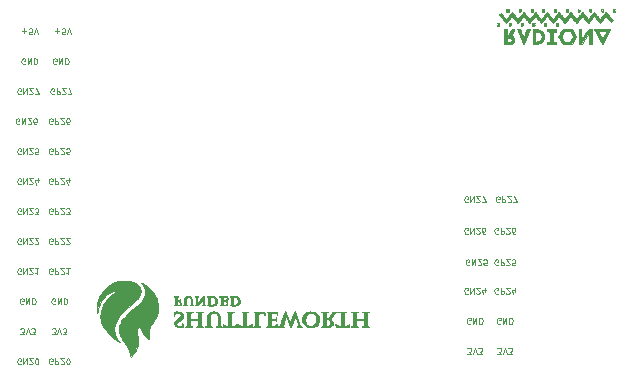
<source format=gbr>
G04 #@! TF.GenerationSoftware,KiCad,Pcbnew,5.0.2+dfsg1-1*
G04 #@! TF.CreationDate,2019-12-14T00:12:12+01:00*
G04 #@! TF.ProjectId,USB,5553422e-6b69-4636-9164-5f7063625858,rev?*
G04 #@! TF.SameCoordinates,Original*
G04 #@! TF.FileFunction,Legend,Bot*
G04 #@! TF.FilePolarity,Positive*
%FSLAX46Y46*%
G04 Gerber Fmt 4.6, Leading zero omitted, Abs format (unit mm)*
G04 Created by KiCad (PCBNEW 5.0.2+dfsg1-1) date Sat 14 Dec 2019 12:12:12 AM CET*
%MOMM*%
%LPD*%
G01*
G04 APERTURE LIST*
%ADD10C,0.125000*%
%ADD11C,0.010000*%
G04 APERTURE END LIST*
D10*
X125642761Y-109470000D02*
X125595142Y-109493809D01*
X125523714Y-109493809D01*
X125452285Y-109470000D01*
X125404666Y-109422380D01*
X125380857Y-109374761D01*
X125357047Y-109279523D01*
X125357047Y-109208095D01*
X125380857Y-109112857D01*
X125404666Y-109065238D01*
X125452285Y-109017619D01*
X125523714Y-108993809D01*
X125571333Y-108993809D01*
X125642761Y-109017619D01*
X125666571Y-109041428D01*
X125666571Y-109208095D01*
X125571333Y-109208095D01*
X125880857Y-108993809D02*
X125880857Y-109493809D01*
X126071333Y-109493809D01*
X126118952Y-109470000D01*
X126142761Y-109446190D01*
X126166571Y-109398571D01*
X126166571Y-109327142D01*
X126142761Y-109279523D01*
X126118952Y-109255714D01*
X126071333Y-109231904D01*
X125880857Y-109231904D01*
X126357047Y-109446190D02*
X126380857Y-109470000D01*
X126428476Y-109493809D01*
X126547523Y-109493809D01*
X126595142Y-109470000D01*
X126618952Y-109446190D01*
X126642761Y-109398571D01*
X126642761Y-109350952D01*
X126618952Y-109279523D01*
X126333238Y-108993809D01*
X126642761Y-108993809D01*
X126952285Y-109493809D02*
X126999904Y-109493809D01*
X127047523Y-109470000D01*
X127071333Y-109446190D01*
X127095142Y-109398571D01*
X127118952Y-109303333D01*
X127118952Y-109184285D01*
X127095142Y-109089047D01*
X127071333Y-109041428D01*
X127047523Y-109017619D01*
X126999904Y-108993809D01*
X126952285Y-108993809D01*
X126904666Y-109017619D01*
X126880857Y-109041428D01*
X126857047Y-109089047D01*
X126833238Y-109184285D01*
X126833238Y-109303333D01*
X126857047Y-109398571D01*
X126880857Y-109446190D01*
X126904666Y-109470000D01*
X126952285Y-109493809D01*
X125618952Y-106953809D02*
X125928476Y-106953809D01*
X125761809Y-106763333D01*
X125833238Y-106763333D01*
X125880857Y-106739523D01*
X125904666Y-106715714D01*
X125928476Y-106668095D01*
X125928476Y-106549047D01*
X125904666Y-106501428D01*
X125880857Y-106477619D01*
X125833238Y-106453809D01*
X125690380Y-106453809D01*
X125642761Y-106477619D01*
X125618952Y-106501428D01*
X126071333Y-106953809D02*
X126238000Y-106453809D01*
X126404666Y-106953809D01*
X126523714Y-106953809D02*
X126833238Y-106953809D01*
X126666571Y-106763333D01*
X126738000Y-106763333D01*
X126785619Y-106739523D01*
X126809428Y-106715714D01*
X126833238Y-106668095D01*
X126833238Y-106549047D01*
X126809428Y-106501428D01*
X126785619Y-106477619D01*
X126738000Y-106453809D01*
X126595142Y-106453809D01*
X126547523Y-106477619D01*
X126523714Y-106501428D01*
X125642761Y-89150000D02*
X125595142Y-89173809D01*
X125523714Y-89173809D01*
X125452285Y-89150000D01*
X125404666Y-89102380D01*
X125380857Y-89054761D01*
X125357047Y-88959523D01*
X125357047Y-88888095D01*
X125380857Y-88792857D01*
X125404666Y-88745238D01*
X125452285Y-88697619D01*
X125523714Y-88673809D01*
X125571333Y-88673809D01*
X125642761Y-88697619D01*
X125666571Y-88721428D01*
X125666571Y-88888095D01*
X125571333Y-88888095D01*
X125880857Y-88673809D02*
X125880857Y-89173809D01*
X126071333Y-89173809D01*
X126118952Y-89150000D01*
X126142761Y-89126190D01*
X126166571Y-89078571D01*
X126166571Y-89007142D01*
X126142761Y-88959523D01*
X126118952Y-88935714D01*
X126071333Y-88911904D01*
X125880857Y-88911904D01*
X126357047Y-89126190D02*
X126380857Y-89150000D01*
X126428476Y-89173809D01*
X126547523Y-89173809D01*
X126595142Y-89150000D01*
X126618952Y-89126190D01*
X126642761Y-89078571D01*
X126642761Y-89030952D01*
X126618952Y-88959523D01*
X126333238Y-88673809D01*
X126642761Y-88673809D01*
X127071333Y-89173809D02*
X126976095Y-89173809D01*
X126928476Y-89150000D01*
X126904666Y-89126190D01*
X126857047Y-89054761D01*
X126833238Y-88959523D01*
X126833238Y-88769047D01*
X126857047Y-88721428D01*
X126880857Y-88697619D01*
X126928476Y-88673809D01*
X127023714Y-88673809D01*
X127071333Y-88697619D01*
X127095142Y-88721428D01*
X127118952Y-88769047D01*
X127118952Y-88888095D01*
X127095142Y-88935714D01*
X127071333Y-88959523D01*
X127023714Y-88983333D01*
X126928476Y-88983333D01*
X126880857Y-88959523D01*
X126857047Y-88935714D01*
X126833238Y-88888095D01*
X125642761Y-91690000D02*
X125595142Y-91713809D01*
X125523714Y-91713809D01*
X125452285Y-91690000D01*
X125404666Y-91642380D01*
X125380857Y-91594761D01*
X125357047Y-91499523D01*
X125357047Y-91428095D01*
X125380857Y-91332857D01*
X125404666Y-91285238D01*
X125452285Y-91237619D01*
X125523714Y-91213809D01*
X125571333Y-91213809D01*
X125642761Y-91237619D01*
X125666571Y-91261428D01*
X125666571Y-91428095D01*
X125571333Y-91428095D01*
X125880857Y-91213809D02*
X125880857Y-91713809D01*
X126071333Y-91713809D01*
X126118952Y-91690000D01*
X126142761Y-91666190D01*
X126166571Y-91618571D01*
X126166571Y-91547142D01*
X126142761Y-91499523D01*
X126118952Y-91475714D01*
X126071333Y-91451904D01*
X125880857Y-91451904D01*
X126357047Y-91666190D02*
X126380857Y-91690000D01*
X126428476Y-91713809D01*
X126547523Y-91713809D01*
X126595142Y-91690000D01*
X126618952Y-91666190D01*
X126642761Y-91618571D01*
X126642761Y-91570952D01*
X126618952Y-91499523D01*
X126333238Y-91213809D01*
X126642761Y-91213809D01*
X127095142Y-91713809D02*
X126857047Y-91713809D01*
X126833238Y-91475714D01*
X126857047Y-91499523D01*
X126904666Y-91523333D01*
X127023714Y-91523333D01*
X127071333Y-91499523D01*
X127095142Y-91475714D01*
X127118952Y-91428095D01*
X127118952Y-91309047D01*
X127095142Y-91261428D01*
X127071333Y-91237619D01*
X127023714Y-91213809D01*
X126904666Y-91213809D01*
X126857047Y-91237619D01*
X126833238Y-91261428D01*
X125642761Y-101850000D02*
X125595142Y-101873809D01*
X125523714Y-101873809D01*
X125452285Y-101850000D01*
X125404666Y-101802380D01*
X125380857Y-101754761D01*
X125357047Y-101659523D01*
X125357047Y-101588095D01*
X125380857Y-101492857D01*
X125404666Y-101445238D01*
X125452285Y-101397619D01*
X125523714Y-101373809D01*
X125571333Y-101373809D01*
X125642761Y-101397619D01*
X125666571Y-101421428D01*
X125666571Y-101588095D01*
X125571333Y-101588095D01*
X125880857Y-101373809D02*
X125880857Y-101873809D01*
X126071333Y-101873809D01*
X126118952Y-101850000D01*
X126142761Y-101826190D01*
X126166571Y-101778571D01*
X126166571Y-101707142D01*
X126142761Y-101659523D01*
X126118952Y-101635714D01*
X126071333Y-101611904D01*
X125880857Y-101611904D01*
X126357047Y-101826190D02*
X126380857Y-101850000D01*
X126428476Y-101873809D01*
X126547523Y-101873809D01*
X126595142Y-101850000D01*
X126618952Y-101826190D01*
X126642761Y-101778571D01*
X126642761Y-101730952D01*
X126618952Y-101659523D01*
X126333238Y-101373809D01*
X126642761Y-101373809D01*
X127118952Y-101373809D02*
X126833238Y-101373809D01*
X126976095Y-101373809D02*
X126976095Y-101873809D01*
X126928476Y-101802380D01*
X126880857Y-101754761D01*
X126833238Y-101730952D01*
X125769761Y-86610000D02*
X125722142Y-86633809D01*
X125650714Y-86633809D01*
X125579285Y-86610000D01*
X125531666Y-86562380D01*
X125507857Y-86514761D01*
X125484047Y-86419523D01*
X125484047Y-86348095D01*
X125507857Y-86252857D01*
X125531666Y-86205238D01*
X125579285Y-86157619D01*
X125650714Y-86133809D01*
X125698333Y-86133809D01*
X125769761Y-86157619D01*
X125793571Y-86181428D01*
X125793571Y-86348095D01*
X125698333Y-86348095D01*
X126007857Y-86133809D02*
X126007857Y-86633809D01*
X126198333Y-86633809D01*
X126245952Y-86610000D01*
X126269761Y-86586190D01*
X126293571Y-86538571D01*
X126293571Y-86467142D01*
X126269761Y-86419523D01*
X126245952Y-86395714D01*
X126198333Y-86371904D01*
X126007857Y-86371904D01*
X126484047Y-86586190D02*
X126507857Y-86610000D01*
X126555476Y-86633809D01*
X126674523Y-86633809D01*
X126722142Y-86610000D01*
X126745952Y-86586190D01*
X126769761Y-86538571D01*
X126769761Y-86490952D01*
X126745952Y-86419523D01*
X126460238Y-86133809D01*
X126769761Y-86133809D01*
X126936428Y-86633809D02*
X127269761Y-86633809D01*
X127055476Y-86133809D01*
X125642761Y-94230000D02*
X125595142Y-94253809D01*
X125523714Y-94253809D01*
X125452285Y-94230000D01*
X125404666Y-94182380D01*
X125380857Y-94134761D01*
X125357047Y-94039523D01*
X125357047Y-93968095D01*
X125380857Y-93872857D01*
X125404666Y-93825238D01*
X125452285Y-93777619D01*
X125523714Y-93753809D01*
X125571333Y-93753809D01*
X125642761Y-93777619D01*
X125666571Y-93801428D01*
X125666571Y-93968095D01*
X125571333Y-93968095D01*
X125880857Y-93753809D02*
X125880857Y-94253809D01*
X126071333Y-94253809D01*
X126118952Y-94230000D01*
X126142761Y-94206190D01*
X126166571Y-94158571D01*
X126166571Y-94087142D01*
X126142761Y-94039523D01*
X126118952Y-94015714D01*
X126071333Y-93991904D01*
X125880857Y-93991904D01*
X126357047Y-94206190D02*
X126380857Y-94230000D01*
X126428476Y-94253809D01*
X126547523Y-94253809D01*
X126595142Y-94230000D01*
X126618952Y-94206190D01*
X126642761Y-94158571D01*
X126642761Y-94110952D01*
X126618952Y-94039523D01*
X126333238Y-93753809D01*
X126642761Y-93753809D01*
X127071333Y-94087142D02*
X127071333Y-93753809D01*
X126952285Y-94277619D02*
X126833238Y-93920476D01*
X127142761Y-93920476D01*
X125849142Y-81244285D02*
X126230095Y-81244285D01*
X126039619Y-81053809D02*
X126039619Y-81434761D01*
X126706285Y-81553809D02*
X126468190Y-81553809D01*
X126444380Y-81315714D01*
X126468190Y-81339523D01*
X126515809Y-81363333D01*
X126634857Y-81363333D01*
X126682476Y-81339523D01*
X126706285Y-81315714D01*
X126730095Y-81268095D01*
X126730095Y-81149047D01*
X126706285Y-81101428D01*
X126682476Y-81077619D01*
X126634857Y-81053809D01*
X126515809Y-81053809D01*
X126468190Y-81077619D01*
X126444380Y-81101428D01*
X126872952Y-81553809D02*
X127039619Y-81053809D01*
X127206285Y-81553809D01*
X125642761Y-99310000D02*
X125595142Y-99333809D01*
X125523714Y-99333809D01*
X125452285Y-99310000D01*
X125404666Y-99262380D01*
X125380857Y-99214761D01*
X125357047Y-99119523D01*
X125357047Y-99048095D01*
X125380857Y-98952857D01*
X125404666Y-98905238D01*
X125452285Y-98857619D01*
X125523714Y-98833809D01*
X125571333Y-98833809D01*
X125642761Y-98857619D01*
X125666571Y-98881428D01*
X125666571Y-99048095D01*
X125571333Y-99048095D01*
X125880857Y-98833809D02*
X125880857Y-99333809D01*
X126071333Y-99333809D01*
X126118952Y-99310000D01*
X126142761Y-99286190D01*
X126166571Y-99238571D01*
X126166571Y-99167142D01*
X126142761Y-99119523D01*
X126118952Y-99095714D01*
X126071333Y-99071904D01*
X125880857Y-99071904D01*
X126357047Y-99286190D02*
X126380857Y-99310000D01*
X126428476Y-99333809D01*
X126547523Y-99333809D01*
X126595142Y-99310000D01*
X126618952Y-99286190D01*
X126642761Y-99238571D01*
X126642761Y-99190952D01*
X126618952Y-99119523D01*
X126333238Y-98833809D01*
X126642761Y-98833809D01*
X126833238Y-99286190D02*
X126857047Y-99310000D01*
X126904666Y-99333809D01*
X127023714Y-99333809D01*
X127071333Y-99310000D01*
X127095142Y-99286190D01*
X127118952Y-99238571D01*
X127118952Y-99190952D01*
X127095142Y-99119523D01*
X126809428Y-98833809D01*
X127118952Y-98833809D01*
X125642761Y-96770000D02*
X125595142Y-96793809D01*
X125523714Y-96793809D01*
X125452285Y-96770000D01*
X125404666Y-96722380D01*
X125380857Y-96674761D01*
X125357047Y-96579523D01*
X125357047Y-96508095D01*
X125380857Y-96412857D01*
X125404666Y-96365238D01*
X125452285Y-96317619D01*
X125523714Y-96293809D01*
X125571333Y-96293809D01*
X125642761Y-96317619D01*
X125666571Y-96341428D01*
X125666571Y-96508095D01*
X125571333Y-96508095D01*
X125880857Y-96293809D02*
X125880857Y-96793809D01*
X126071333Y-96793809D01*
X126118952Y-96770000D01*
X126142761Y-96746190D01*
X126166571Y-96698571D01*
X126166571Y-96627142D01*
X126142761Y-96579523D01*
X126118952Y-96555714D01*
X126071333Y-96531904D01*
X125880857Y-96531904D01*
X126357047Y-96746190D02*
X126380857Y-96770000D01*
X126428476Y-96793809D01*
X126547523Y-96793809D01*
X126595142Y-96770000D01*
X126618952Y-96746190D01*
X126642761Y-96698571D01*
X126642761Y-96650952D01*
X126618952Y-96579523D01*
X126333238Y-96293809D01*
X126642761Y-96293809D01*
X126809428Y-96793809D02*
X127118952Y-96793809D01*
X126952285Y-96603333D01*
X127023714Y-96603333D01*
X127071333Y-96579523D01*
X127095142Y-96555714D01*
X127118952Y-96508095D01*
X127118952Y-96389047D01*
X127095142Y-96341428D01*
X127071333Y-96317619D01*
X127023714Y-96293809D01*
X126880857Y-96293809D01*
X126833238Y-96317619D01*
X126809428Y-96341428D01*
X125984047Y-84070000D02*
X125936428Y-84093809D01*
X125865000Y-84093809D01*
X125793571Y-84070000D01*
X125745952Y-84022380D01*
X125722142Y-83974761D01*
X125698333Y-83879523D01*
X125698333Y-83808095D01*
X125722142Y-83712857D01*
X125745952Y-83665238D01*
X125793571Y-83617619D01*
X125865000Y-83593809D01*
X125912619Y-83593809D01*
X125984047Y-83617619D01*
X126007857Y-83641428D01*
X126007857Y-83808095D01*
X125912619Y-83808095D01*
X126222142Y-83593809D02*
X126222142Y-84093809D01*
X126507857Y-83593809D01*
X126507857Y-84093809D01*
X126745952Y-83593809D02*
X126745952Y-84093809D01*
X126865000Y-84093809D01*
X126936428Y-84070000D01*
X126984047Y-84022380D01*
X127007857Y-83974761D01*
X127031666Y-83879523D01*
X127031666Y-83808095D01*
X127007857Y-83712857D01*
X126984047Y-83665238D01*
X126936428Y-83617619D01*
X126865000Y-83593809D01*
X126745952Y-83593809D01*
X125857047Y-104390000D02*
X125809428Y-104413809D01*
X125738000Y-104413809D01*
X125666571Y-104390000D01*
X125618952Y-104342380D01*
X125595142Y-104294761D01*
X125571333Y-104199523D01*
X125571333Y-104128095D01*
X125595142Y-104032857D01*
X125618952Y-103985238D01*
X125666571Y-103937619D01*
X125738000Y-103913809D01*
X125785619Y-103913809D01*
X125857047Y-103937619D01*
X125880857Y-103961428D01*
X125880857Y-104128095D01*
X125785619Y-104128095D01*
X126095142Y-103913809D02*
X126095142Y-104413809D01*
X126380857Y-103913809D01*
X126380857Y-104413809D01*
X126618952Y-103913809D02*
X126618952Y-104413809D01*
X126738000Y-104413809D01*
X126809428Y-104390000D01*
X126857047Y-104342380D01*
X126880857Y-104294761D01*
X126904666Y-104199523D01*
X126904666Y-104128095D01*
X126880857Y-104032857D01*
X126857047Y-103985238D01*
X126809428Y-103937619D01*
X126738000Y-103913809D01*
X126618952Y-103913809D01*
X122963857Y-109470000D02*
X122916238Y-109493809D01*
X122844809Y-109493809D01*
X122773380Y-109470000D01*
X122725761Y-109422380D01*
X122701952Y-109374761D01*
X122678142Y-109279523D01*
X122678142Y-109208095D01*
X122701952Y-109112857D01*
X122725761Y-109065238D01*
X122773380Y-109017619D01*
X122844809Y-108993809D01*
X122892428Y-108993809D01*
X122963857Y-109017619D01*
X122987666Y-109041428D01*
X122987666Y-109208095D01*
X122892428Y-109208095D01*
X123201952Y-108993809D02*
X123201952Y-109493809D01*
X123487666Y-108993809D01*
X123487666Y-109493809D01*
X123701952Y-109446190D02*
X123725761Y-109470000D01*
X123773380Y-109493809D01*
X123892428Y-109493809D01*
X123940047Y-109470000D01*
X123963857Y-109446190D01*
X123987666Y-109398571D01*
X123987666Y-109350952D01*
X123963857Y-109279523D01*
X123678142Y-108993809D01*
X123987666Y-108993809D01*
X124297190Y-109493809D02*
X124344809Y-109493809D01*
X124392428Y-109470000D01*
X124416238Y-109446190D01*
X124440047Y-109398571D01*
X124463857Y-109303333D01*
X124463857Y-109184285D01*
X124440047Y-109089047D01*
X124416238Y-109041428D01*
X124392428Y-109017619D01*
X124344809Y-108993809D01*
X124297190Y-108993809D01*
X124249571Y-109017619D01*
X124225761Y-109041428D01*
X124201952Y-109089047D01*
X124178142Y-109184285D01*
X124178142Y-109303333D01*
X124201952Y-109398571D01*
X124225761Y-109446190D01*
X124249571Y-109470000D01*
X124297190Y-109493809D01*
X123055142Y-81244285D02*
X123436095Y-81244285D01*
X123245619Y-81053809D02*
X123245619Y-81434761D01*
X123912285Y-81553809D02*
X123674190Y-81553809D01*
X123650380Y-81315714D01*
X123674190Y-81339523D01*
X123721809Y-81363333D01*
X123840857Y-81363333D01*
X123888476Y-81339523D01*
X123912285Y-81315714D01*
X123936095Y-81268095D01*
X123936095Y-81149047D01*
X123912285Y-81101428D01*
X123888476Y-81077619D01*
X123840857Y-81053809D01*
X123721809Y-81053809D01*
X123674190Y-81077619D01*
X123650380Y-81101428D01*
X124078952Y-81553809D02*
X124245619Y-81053809D01*
X124412285Y-81553809D01*
X123190047Y-104390000D02*
X123142428Y-104413809D01*
X123071000Y-104413809D01*
X122999571Y-104390000D01*
X122951952Y-104342380D01*
X122928142Y-104294761D01*
X122904333Y-104199523D01*
X122904333Y-104128095D01*
X122928142Y-104032857D01*
X122951952Y-103985238D01*
X122999571Y-103937619D01*
X123071000Y-103913809D01*
X123118619Y-103913809D01*
X123190047Y-103937619D01*
X123213857Y-103961428D01*
X123213857Y-104128095D01*
X123118619Y-104128095D01*
X123428142Y-103913809D02*
X123428142Y-104413809D01*
X123713857Y-103913809D01*
X123713857Y-104413809D01*
X123951952Y-103913809D02*
X123951952Y-104413809D01*
X124071000Y-104413809D01*
X124142428Y-104390000D01*
X124190047Y-104342380D01*
X124213857Y-104294761D01*
X124237666Y-104199523D01*
X124237666Y-104128095D01*
X124213857Y-104032857D01*
X124190047Y-103985238D01*
X124142428Y-103937619D01*
X124071000Y-103913809D01*
X123951952Y-103913809D01*
X122836857Y-89150000D02*
X122789238Y-89173809D01*
X122717809Y-89173809D01*
X122646380Y-89150000D01*
X122598761Y-89102380D01*
X122574952Y-89054761D01*
X122551142Y-88959523D01*
X122551142Y-88888095D01*
X122574952Y-88792857D01*
X122598761Y-88745238D01*
X122646380Y-88697619D01*
X122717809Y-88673809D01*
X122765428Y-88673809D01*
X122836857Y-88697619D01*
X122860666Y-88721428D01*
X122860666Y-88888095D01*
X122765428Y-88888095D01*
X123074952Y-88673809D02*
X123074952Y-89173809D01*
X123360666Y-88673809D01*
X123360666Y-89173809D01*
X123574952Y-89126190D02*
X123598761Y-89150000D01*
X123646380Y-89173809D01*
X123765428Y-89173809D01*
X123813047Y-89150000D01*
X123836857Y-89126190D01*
X123860666Y-89078571D01*
X123860666Y-89030952D01*
X123836857Y-88959523D01*
X123551142Y-88673809D01*
X123860666Y-88673809D01*
X124289238Y-89173809D02*
X124194000Y-89173809D01*
X124146380Y-89150000D01*
X124122571Y-89126190D01*
X124074952Y-89054761D01*
X124051142Y-88959523D01*
X124051142Y-88769047D01*
X124074952Y-88721428D01*
X124098761Y-88697619D01*
X124146380Y-88673809D01*
X124241619Y-88673809D01*
X124289238Y-88697619D01*
X124313047Y-88721428D01*
X124336857Y-88769047D01*
X124336857Y-88888095D01*
X124313047Y-88935714D01*
X124289238Y-88959523D01*
X124241619Y-88983333D01*
X124146380Y-88983333D01*
X124098761Y-88959523D01*
X124074952Y-88935714D01*
X124051142Y-88888095D01*
X122963857Y-91690000D02*
X122916238Y-91713809D01*
X122844809Y-91713809D01*
X122773380Y-91690000D01*
X122725761Y-91642380D01*
X122701952Y-91594761D01*
X122678142Y-91499523D01*
X122678142Y-91428095D01*
X122701952Y-91332857D01*
X122725761Y-91285238D01*
X122773380Y-91237619D01*
X122844809Y-91213809D01*
X122892428Y-91213809D01*
X122963857Y-91237619D01*
X122987666Y-91261428D01*
X122987666Y-91428095D01*
X122892428Y-91428095D01*
X123201952Y-91213809D02*
X123201952Y-91713809D01*
X123487666Y-91213809D01*
X123487666Y-91713809D01*
X123701952Y-91666190D02*
X123725761Y-91690000D01*
X123773380Y-91713809D01*
X123892428Y-91713809D01*
X123940047Y-91690000D01*
X123963857Y-91666190D01*
X123987666Y-91618571D01*
X123987666Y-91570952D01*
X123963857Y-91499523D01*
X123678142Y-91213809D01*
X123987666Y-91213809D01*
X124440047Y-91713809D02*
X124201952Y-91713809D01*
X124178142Y-91475714D01*
X124201952Y-91499523D01*
X124249571Y-91523333D01*
X124368619Y-91523333D01*
X124416238Y-91499523D01*
X124440047Y-91475714D01*
X124463857Y-91428095D01*
X124463857Y-91309047D01*
X124440047Y-91261428D01*
X124416238Y-91237619D01*
X124368619Y-91213809D01*
X124249571Y-91213809D01*
X124201952Y-91237619D01*
X124178142Y-91261428D01*
X122963857Y-99310000D02*
X122916238Y-99333809D01*
X122844809Y-99333809D01*
X122773380Y-99310000D01*
X122725761Y-99262380D01*
X122701952Y-99214761D01*
X122678142Y-99119523D01*
X122678142Y-99048095D01*
X122701952Y-98952857D01*
X122725761Y-98905238D01*
X122773380Y-98857619D01*
X122844809Y-98833809D01*
X122892428Y-98833809D01*
X122963857Y-98857619D01*
X122987666Y-98881428D01*
X122987666Y-99048095D01*
X122892428Y-99048095D01*
X123201952Y-98833809D02*
X123201952Y-99333809D01*
X123487666Y-98833809D01*
X123487666Y-99333809D01*
X123701952Y-99286190D02*
X123725761Y-99310000D01*
X123773380Y-99333809D01*
X123892428Y-99333809D01*
X123940047Y-99310000D01*
X123963857Y-99286190D01*
X123987666Y-99238571D01*
X123987666Y-99190952D01*
X123963857Y-99119523D01*
X123678142Y-98833809D01*
X123987666Y-98833809D01*
X124178142Y-99286190D02*
X124201952Y-99310000D01*
X124249571Y-99333809D01*
X124368619Y-99333809D01*
X124416238Y-99310000D01*
X124440047Y-99286190D01*
X124463857Y-99238571D01*
X124463857Y-99190952D01*
X124440047Y-99119523D01*
X124154333Y-98833809D01*
X124463857Y-98833809D01*
X122963857Y-96770000D02*
X122916238Y-96793809D01*
X122844809Y-96793809D01*
X122773380Y-96770000D01*
X122725761Y-96722380D01*
X122701952Y-96674761D01*
X122678142Y-96579523D01*
X122678142Y-96508095D01*
X122701952Y-96412857D01*
X122725761Y-96365238D01*
X122773380Y-96317619D01*
X122844809Y-96293809D01*
X122892428Y-96293809D01*
X122963857Y-96317619D01*
X122987666Y-96341428D01*
X122987666Y-96508095D01*
X122892428Y-96508095D01*
X123201952Y-96293809D02*
X123201952Y-96793809D01*
X123487666Y-96293809D01*
X123487666Y-96793809D01*
X123701952Y-96746190D02*
X123725761Y-96770000D01*
X123773380Y-96793809D01*
X123892428Y-96793809D01*
X123940047Y-96770000D01*
X123963857Y-96746190D01*
X123987666Y-96698571D01*
X123987666Y-96650952D01*
X123963857Y-96579523D01*
X123678142Y-96293809D01*
X123987666Y-96293809D01*
X124154333Y-96793809D02*
X124463857Y-96793809D01*
X124297190Y-96603333D01*
X124368619Y-96603333D01*
X124416238Y-96579523D01*
X124440047Y-96555714D01*
X124463857Y-96508095D01*
X124463857Y-96389047D01*
X124440047Y-96341428D01*
X124416238Y-96317619D01*
X124368619Y-96293809D01*
X124225761Y-96293809D01*
X124178142Y-96317619D01*
X124154333Y-96341428D01*
X122963857Y-94230000D02*
X122916238Y-94253809D01*
X122844809Y-94253809D01*
X122773380Y-94230000D01*
X122725761Y-94182380D01*
X122701952Y-94134761D01*
X122678142Y-94039523D01*
X122678142Y-93968095D01*
X122701952Y-93872857D01*
X122725761Y-93825238D01*
X122773380Y-93777619D01*
X122844809Y-93753809D01*
X122892428Y-93753809D01*
X122963857Y-93777619D01*
X122987666Y-93801428D01*
X122987666Y-93968095D01*
X122892428Y-93968095D01*
X123201952Y-93753809D02*
X123201952Y-94253809D01*
X123487666Y-93753809D01*
X123487666Y-94253809D01*
X123701952Y-94206190D02*
X123725761Y-94230000D01*
X123773380Y-94253809D01*
X123892428Y-94253809D01*
X123940047Y-94230000D01*
X123963857Y-94206190D01*
X123987666Y-94158571D01*
X123987666Y-94110952D01*
X123963857Y-94039523D01*
X123678142Y-93753809D01*
X123987666Y-93753809D01*
X124416238Y-94087142D02*
X124416238Y-93753809D01*
X124297190Y-94277619D02*
X124178142Y-93920476D01*
X124487666Y-93920476D01*
X122951952Y-106953809D02*
X123261476Y-106953809D01*
X123094809Y-106763333D01*
X123166238Y-106763333D01*
X123213857Y-106739523D01*
X123237666Y-106715714D01*
X123261476Y-106668095D01*
X123261476Y-106549047D01*
X123237666Y-106501428D01*
X123213857Y-106477619D01*
X123166238Y-106453809D01*
X123023380Y-106453809D01*
X122975761Y-106477619D01*
X122951952Y-106501428D01*
X123404333Y-106953809D02*
X123571000Y-106453809D01*
X123737666Y-106953809D01*
X123856714Y-106953809D02*
X124166238Y-106953809D01*
X123999571Y-106763333D01*
X124071000Y-106763333D01*
X124118619Y-106739523D01*
X124142428Y-106715714D01*
X124166238Y-106668095D01*
X124166238Y-106549047D01*
X124142428Y-106501428D01*
X124118619Y-106477619D01*
X124071000Y-106453809D01*
X123928142Y-106453809D01*
X123880523Y-106477619D01*
X123856714Y-106501428D01*
X122963857Y-101850000D02*
X122916238Y-101873809D01*
X122844809Y-101873809D01*
X122773380Y-101850000D01*
X122725761Y-101802380D01*
X122701952Y-101754761D01*
X122678142Y-101659523D01*
X122678142Y-101588095D01*
X122701952Y-101492857D01*
X122725761Y-101445238D01*
X122773380Y-101397619D01*
X122844809Y-101373809D01*
X122892428Y-101373809D01*
X122963857Y-101397619D01*
X122987666Y-101421428D01*
X122987666Y-101588095D01*
X122892428Y-101588095D01*
X123201952Y-101373809D02*
X123201952Y-101873809D01*
X123487666Y-101373809D01*
X123487666Y-101873809D01*
X123701952Y-101826190D02*
X123725761Y-101850000D01*
X123773380Y-101873809D01*
X123892428Y-101873809D01*
X123940047Y-101850000D01*
X123963857Y-101826190D01*
X123987666Y-101778571D01*
X123987666Y-101730952D01*
X123963857Y-101659523D01*
X123678142Y-101373809D01*
X123987666Y-101373809D01*
X124463857Y-101373809D02*
X124178142Y-101373809D01*
X124321000Y-101373809D02*
X124321000Y-101873809D01*
X124273380Y-101802380D01*
X124225761Y-101754761D01*
X124178142Y-101730952D01*
X122963857Y-86610000D02*
X122916238Y-86633809D01*
X122844809Y-86633809D01*
X122773380Y-86610000D01*
X122725761Y-86562380D01*
X122701952Y-86514761D01*
X122678142Y-86419523D01*
X122678142Y-86348095D01*
X122701952Y-86252857D01*
X122725761Y-86205238D01*
X122773380Y-86157619D01*
X122844809Y-86133809D01*
X122892428Y-86133809D01*
X122963857Y-86157619D01*
X122987666Y-86181428D01*
X122987666Y-86348095D01*
X122892428Y-86348095D01*
X123201952Y-86133809D02*
X123201952Y-86633809D01*
X123487666Y-86133809D01*
X123487666Y-86633809D01*
X123701952Y-86586190D02*
X123725761Y-86610000D01*
X123773380Y-86633809D01*
X123892428Y-86633809D01*
X123940047Y-86610000D01*
X123963857Y-86586190D01*
X123987666Y-86538571D01*
X123987666Y-86490952D01*
X123963857Y-86419523D01*
X123678142Y-86133809D01*
X123987666Y-86133809D01*
X124154333Y-86633809D02*
X124487666Y-86633809D01*
X124273380Y-86133809D01*
X123317047Y-84070000D02*
X123269428Y-84093809D01*
X123198000Y-84093809D01*
X123126571Y-84070000D01*
X123078952Y-84022380D01*
X123055142Y-83974761D01*
X123031333Y-83879523D01*
X123031333Y-83808095D01*
X123055142Y-83712857D01*
X123078952Y-83665238D01*
X123126571Y-83617619D01*
X123198000Y-83593809D01*
X123245619Y-83593809D01*
X123317047Y-83617619D01*
X123340857Y-83641428D01*
X123340857Y-83808095D01*
X123245619Y-83808095D01*
X123555142Y-83593809D02*
X123555142Y-84093809D01*
X123840857Y-83593809D01*
X123840857Y-84093809D01*
X124078952Y-83593809D02*
X124078952Y-84093809D01*
X124198000Y-84093809D01*
X124269428Y-84070000D01*
X124317047Y-84022380D01*
X124340857Y-83974761D01*
X124364666Y-83879523D01*
X124364666Y-83808095D01*
X124340857Y-83712857D01*
X124317047Y-83665238D01*
X124269428Y-83617619D01*
X124198000Y-83593809D01*
X124078952Y-83593809D01*
X163361761Y-101088000D02*
X163314142Y-101111809D01*
X163242714Y-101111809D01*
X163171285Y-101088000D01*
X163123666Y-101040380D01*
X163099857Y-100992761D01*
X163076047Y-100897523D01*
X163076047Y-100826095D01*
X163099857Y-100730857D01*
X163123666Y-100683238D01*
X163171285Y-100635619D01*
X163242714Y-100611809D01*
X163290333Y-100611809D01*
X163361761Y-100635619D01*
X163385571Y-100659428D01*
X163385571Y-100826095D01*
X163290333Y-100826095D01*
X163599857Y-100611809D02*
X163599857Y-101111809D01*
X163790333Y-101111809D01*
X163837952Y-101088000D01*
X163861761Y-101064190D01*
X163885571Y-101016571D01*
X163885571Y-100945142D01*
X163861761Y-100897523D01*
X163837952Y-100873714D01*
X163790333Y-100849904D01*
X163599857Y-100849904D01*
X164076047Y-101064190D02*
X164099857Y-101088000D01*
X164147476Y-101111809D01*
X164266523Y-101111809D01*
X164314142Y-101088000D01*
X164337952Y-101064190D01*
X164361761Y-101016571D01*
X164361761Y-100968952D01*
X164337952Y-100897523D01*
X164052238Y-100611809D01*
X164361761Y-100611809D01*
X164814142Y-101111809D02*
X164576047Y-101111809D01*
X164552238Y-100873714D01*
X164576047Y-100897523D01*
X164623666Y-100921333D01*
X164742714Y-100921333D01*
X164790333Y-100897523D01*
X164814142Y-100873714D01*
X164837952Y-100826095D01*
X164837952Y-100707047D01*
X164814142Y-100659428D01*
X164790333Y-100635619D01*
X164742714Y-100611809D01*
X164623666Y-100611809D01*
X164576047Y-100635619D01*
X164552238Y-100659428D01*
X160936857Y-101088000D02*
X160889238Y-101111809D01*
X160817809Y-101111809D01*
X160746380Y-101088000D01*
X160698761Y-101040380D01*
X160674952Y-100992761D01*
X160651142Y-100897523D01*
X160651142Y-100826095D01*
X160674952Y-100730857D01*
X160698761Y-100683238D01*
X160746380Y-100635619D01*
X160817809Y-100611809D01*
X160865428Y-100611809D01*
X160936857Y-100635619D01*
X160960666Y-100659428D01*
X160960666Y-100826095D01*
X160865428Y-100826095D01*
X161174952Y-100611809D02*
X161174952Y-101111809D01*
X161460666Y-100611809D01*
X161460666Y-101111809D01*
X161674952Y-101064190D02*
X161698761Y-101088000D01*
X161746380Y-101111809D01*
X161865428Y-101111809D01*
X161913047Y-101088000D01*
X161936857Y-101064190D01*
X161960666Y-101016571D01*
X161960666Y-100968952D01*
X161936857Y-100897523D01*
X161651142Y-100611809D01*
X161960666Y-100611809D01*
X162413047Y-101111809D02*
X162174952Y-101111809D01*
X162151142Y-100873714D01*
X162174952Y-100897523D01*
X162222571Y-100921333D01*
X162341619Y-100921333D01*
X162389238Y-100897523D01*
X162413047Y-100873714D01*
X162436857Y-100826095D01*
X162436857Y-100707047D01*
X162413047Y-100659428D01*
X162389238Y-100635619D01*
X162341619Y-100611809D01*
X162222571Y-100611809D01*
X162174952Y-100635619D01*
X162151142Y-100659428D01*
X163361761Y-103501000D02*
X163314142Y-103524809D01*
X163242714Y-103524809D01*
X163171285Y-103501000D01*
X163123666Y-103453380D01*
X163099857Y-103405761D01*
X163076047Y-103310523D01*
X163076047Y-103239095D01*
X163099857Y-103143857D01*
X163123666Y-103096238D01*
X163171285Y-103048619D01*
X163242714Y-103024809D01*
X163290333Y-103024809D01*
X163361761Y-103048619D01*
X163385571Y-103072428D01*
X163385571Y-103239095D01*
X163290333Y-103239095D01*
X163599857Y-103024809D02*
X163599857Y-103524809D01*
X163790333Y-103524809D01*
X163837952Y-103501000D01*
X163861761Y-103477190D01*
X163885571Y-103429571D01*
X163885571Y-103358142D01*
X163861761Y-103310523D01*
X163837952Y-103286714D01*
X163790333Y-103262904D01*
X163599857Y-103262904D01*
X164076047Y-103477190D02*
X164099857Y-103501000D01*
X164147476Y-103524809D01*
X164266523Y-103524809D01*
X164314142Y-103501000D01*
X164337952Y-103477190D01*
X164361761Y-103429571D01*
X164361761Y-103381952D01*
X164337952Y-103310523D01*
X164052238Y-103024809D01*
X164361761Y-103024809D01*
X164790333Y-103358142D02*
X164790333Y-103024809D01*
X164671285Y-103548619D02*
X164552238Y-103191476D01*
X164861761Y-103191476D01*
X160809857Y-95754000D02*
X160762238Y-95777809D01*
X160690809Y-95777809D01*
X160619380Y-95754000D01*
X160571761Y-95706380D01*
X160547952Y-95658761D01*
X160524142Y-95563523D01*
X160524142Y-95492095D01*
X160547952Y-95396857D01*
X160571761Y-95349238D01*
X160619380Y-95301619D01*
X160690809Y-95277809D01*
X160738428Y-95277809D01*
X160809857Y-95301619D01*
X160833666Y-95325428D01*
X160833666Y-95492095D01*
X160738428Y-95492095D01*
X161047952Y-95277809D02*
X161047952Y-95777809D01*
X161333666Y-95277809D01*
X161333666Y-95777809D01*
X161547952Y-95730190D02*
X161571761Y-95754000D01*
X161619380Y-95777809D01*
X161738428Y-95777809D01*
X161786047Y-95754000D01*
X161809857Y-95730190D01*
X161833666Y-95682571D01*
X161833666Y-95634952D01*
X161809857Y-95563523D01*
X161524142Y-95277809D01*
X161833666Y-95277809D01*
X162000333Y-95777809D02*
X162333666Y-95777809D01*
X162119380Y-95277809D01*
X163361761Y-98421000D02*
X163314142Y-98444809D01*
X163242714Y-98444809D01*
X163171285Y-98421000D01*
X163123666Y-98373380D01*
X163099857Y-98325761D01*
X163076047Y-98230523D01*
X163076047Y-98159095D01*
X163099857Y-98063857D01*
X163123666Y-98016238D01*
X163171285Y-97968619D01*
X163242714Y-97944809D01*
X163290333Y-97944809D01*
X163361761Y-97968619D01*
X163385571Y-97992428D01*
X163385571Y-98159095D01*
X163290333Y-98159095D01*
X163599857Y-97944809D02*
X163599857Y-98444809D01*
X163790333Y-98444809D01*
X163837952Y-98421000D01*
X163861761Y-98397190D01*
X163885571Y-98349571D01*
X163885571Y-98278142D01*
X163861761Y-98230523D01*
X163837952Y-98206714D01*
X163790333Y-98182904D01*
X163599857Y-98182904D01*
X164076047Y-98397190D02*
X164099857Y-98421000D01*
X164147476Y-98444809D01*
X164266523Y-98444809D01*
X164314142Y-98421000D01*
X164337952Y-98397190D01*
X164361761Y-98349571D01*
X164361761Y-98301952D01*
X164337952Y-98230523D01*
X164052238Y-97944809D01*
X164361761Y-97944809D01*
X164790333Y-98444809D02*
X164695095Y-98444809D01*
X164647476Y-98421000D01*
X164623666Y-98397190D01*
X164576047Y-98325761D01*
X164552238Y-98230523D01*
X164552238Y-98040047D01*
X164576047Y-97992428D01*
X164599857Y-97968619D01*
X164647476Y-97944809D01*
X164742714Y-97944809D01*
X164790333Y-97968619D01*
X164814142Y-97992428D01*
X164837952Y-98040047D01*
X164837952Y-98159095D01*
X164814142Y-98206714D01*
X164790333Y-98230523D01*
X164742714Y-98254333D01*
X164647476Y-98254333D01*
X164599857Y-98230523D01*
X164576047Y-98206714D01*
X164552238Y-98159095D01*
X163576047Y-106041000D02*
X163528428Y-106064809D01*
X163457000Y-106064809D01*
X163385571Y-106041000D01*
X163337952Y-105993380D01*
X163314142Y-105945761D01*
X163290333Y-105850523D01*
X163290333Y-105779095D01*
X163314142Y-105683857D01*
X163337952Y-105636238D01*
X163385571Y-105588619D01*
X163457000Y-105564809D01*
X163504619Y-105564809D01*
X163576047Y-105588619D01*
X163599857Y-105612428D01*
X163599857Y-105779095D01*
X163504619Y-105779095D01*
X163814142Y-105564809D02*
X163814142Y-106064809D01*
X164099857Y-105564809D01*
X164099857Y-106064809D01*
X164337952Y-105564809D02*
X164337952Y-106064809D01*
X164457000Y-106064809D01*
X164528428Y-106041000D01*
X164576047Y-105993380D01*
X164599857Y-105945761D01*
X164623666Y-105850523D01*
X164623666Y-105779095D01*
X164599857Y-105683857D01*
X164576047Y-105636238D01*
X164528428Y-105588619D01*
X164457000Y-105564809D01*
X164337952Y-105564809D01*
X163488761Y-95754000D02*
X163441142Y-95777809D01*
X163369714Y-95777809D01*
X163298285Y-95754000D01*
X163250666Y-95706380D01*
X163226857Y-95658761D01*
X163203047Y-95563523D01*
X163203047Y-95492095D01*
X163226857Y-95396857D01*
X163250666Y-95349238D01*
X163298285Y-95301619D01*
X163369714Y-95277809D01*
X163417333Y-95277809D01*
X163488761Y-95301619D01*
X163512571Y-95325428D01*
X163512571Y-95492095D01*
X163417333Y-95492095D01*
X163726857Y-95277809D02*
X163726857Y-95777809D01*
X163917333Y-95777809D01*
X163964952Y-95754000D01*
X163988761Y-95730190D01*
X164012571Y-95682571D01*
X164012571Y-95611142D01*
X163988761Y-95563523D01*
X163964952Y-95539714D01*
X163917333Y-95515904D01*
X163726857Y-95515904D01*
X164203047Y-95730190D02*
X164226857Y-95754000D01*
X164274476Y-95777809D01*
X164393523Y-95777809D01*
X164441142Y-95754000D01*
X164464952Y-95730190D01*
X164488761Y-95682571D01*
X164488761Y-95634952D01*
X164464952Y-95563523D01*
X164179238Y-95277809D01*
X164488761Y-95277809D01*
X164655428Y-95777809D02*
X164988761Y-95777809D01*
X164774476Y-95277809D01*
X163337952Y-108604809D02*
X163647476Y-108604809D01*
X163480809Y-108414333D01*
X163552238Y-108414333D01*
X163599857Y-108390523D01*
X163623666Y-108366714D01*
X163647476Y-108319095D01*
X163647476Y-108200047D01*
X163623666Y-108152428D01*
X163599857Y-108128619D01*
X163552238Y-108104809D01*
X163409380Y-108104809D01*
X163361761Y-108128619D01*
X163337952Y-108152428D01*
X163790333Y-108604809D02*
X163957000Y-108104809D01*
X164123666Y-108604809D01*
X164242714Y-108604809D02*
X164552238Y-108604809D01*
X164385571Y-108414333D01*
X164457000Y-108414333D01*
X164504619Y-108390523D01*
X164528428Y-108366714D01*
X164552238Y-108319095D01*
X164552238Y-108200047D01*
X164528428Y-108152428D01*
X164504619Y-108128619D01*
X164457000Y-108104809D01*
X164314142Y-108104809D01*
X164266523Y-108128619D01*
X164242714Y-108152428D01*
X160809857Y-98421000D02*
X160762238Y-98444809D01*
X160690809Y-98444809D01*
X160619380Y-98421000D01*
X160571761Y-98373380D01*
X160547952Y-98325761D01*
X160524142Y-98230523D01*
X160524142Y-98159095D01*
X160547952Y-98063857D01*
X160571761Y-98016238D01*
X160619380Y-97968619D01*
X160690809Y-97944809D01*
X160738428Y-97944809D01*
X160809857Y-97968619D01*
X160833666Y-97992428D01*
X160833666Y-98159095D01*
X160738428Y-98159095D01*
X161047952Y-97944809D02*
X161047952Y-98444809D01*
X161333666Y-97944809D01*
X161333666Y-98444809D01*
X161547952Y-98397190D02*
X161571761Y-98421000D01*
X161619380Y-98444809D01*
X161738428Y-98444809D01*
X161786047Y-98421000D01*
X161809857Y-98397190D01*
X161833666Y-98349571D01*
X161833666Y-98301952D01*
X161809857Y-98230523D01*
X161524142Y-97944809D01*
X161833666Y-97944809D01*
X162262238Y-98444809D02*
X162167000Y-98444809D01*
X162119380Y-98421000D01*
X162095571Y-98397190D01*
X162047952Y-98325761D01*
X162024142Y-98230523D01*
X162024142Y-98040047D01*
X162047952Y-97992428D01*
X162071761Y-97968619D01*
X162119380Y-97944809D01*
X162214619Y-97944809D01*
X162262238Y-97968619D01*
X162286047Y-97992428D01*
X162309857Y-98040047D01*
X162309857Y-98159095D01*
X162286047Y-98206714D01*
X162262238Y-98230523D01*
X162214619Y-98254333D01*
X162119380Y-98254333D01*
X162071761Y-98230523D01*
X162047952Y-98206714D01*
X162024142Y-98159095D01*
X160797952Y-108604809D02*
X161107476Y-108604809D01*
X160940809Y-108414333D01*
X161012238Y-108414333D01*
X161059857Y-108390523D01*
X161083666Y-108366714D01*
X161107476Y-108319095D01*
X161107476Y-108200047D01*
X161083666Y-108152428D01*
X161059857Y-108128619D01*
X161012238Y-108104809D01*
X160869380Y-108104809D01*
X160821761Y-108128619D01*
X160797952Y-108152428D01*
X161250333Y-108604809D02*
X161417000Y-108104809D01*
X161583666Y-108604809D01*
X161702714Y-108604809D02*
X162012238Y-108604809D01*
X161845571Y-108414333D01*
X161917000Y-108414333D01*
X161964619Y-108390523D01*
X161988428Y-108366714D01*
X162012238Y-108319095D01*
X162012238Y-108200047D01*
X161988428Y-108152428D01*
X161964619Y-108128619D01*
X161917000Y-108104809D01*
X161774142Y-108104809D01*
X161726523Y-108128619D01*
X161702714Y-108152428D01*
X160809857Y-103501000D02*
X160762238Y-103524809D01*
X160690809Y-103524809D01*
X160619380Y-103501000D01*
X160571761Y-103453380D01*
X160547952Y-103405761D01*
X160524142Y-103310523D01*
X160524142Y-103239095D01*
X160547952Y-103143857D01*
X160571761Y-103096238D01*
X160619380Y-103048619D01*
X160690809Y-103024809D01*
X160738428Y-103024809D01*
X160809857Y-103048619D01*
X160833666Y-103072428D01*
X160833666Y-103239095D01*
X160738428Y-103239095D01*
X161047952Y-103024809D02*
X161047952Y-103524809D01*
X161333666Y-103024809D01*
X161333666Y-103524809D01*
X161547952Y-103477190D02*
X161571761Y-103501000D01*
X161619380Y-103524809D01*
X161738428Y-103524809D01*
X161786047Y-103501000D01*
X161809857Y-103477190D01*
X161833666Y-103429571D01*
X161833666Y-103381952D01*
X161809857Y-103310523D01*
X161524142Y-103024809D01*
X161833666Y-103024809D01*
X162262238Y-103358142D02*
X162262238Y-103024809D01*
X162143190Y-103548619D02*
X162024142Y-103191476D01*
X162333666Y-103191476D01*
X161036047Y-106041000D02*
X160988428Y-106064809D01*
X160917000Y-106064809D01*
X160845571Y-106041000D01*
X160797952Y-105993380D01*
X160774142Y-105945761D01*
X160750333Y-105850523D01*
X160750333Y-105779095D01*
X160774142Y-105683857D01*
X160797952Y-105636238D01*
X160845571Y-105588619D01*
X160917000Y-105564809D01*
X160964619Y-105564809D01*
X161036047Y-105588619D01*
X161059857Y-105612428D01*
X161059857Y-105779095D01*
X160964619Y-105779095D01*
X161274142Y-105564809D02*
X161274142Y-106064809D01*
X161559857Y-105564809D01*
X161559857Y-106064809D01*
X161797952Y-105564809D02*
X161797952Y-106064809D01*
X161917000Y-106064809D01*
X161988428Y-106041000D01*
X162036047Y-105993380D01*
X162059857Y-105945761D01*
X162083666Y-105850523D01*
X162083666Y-105779095D01*
X162059857Y-105683857D01*
X162036047Y-105636238D01*
X161988428Y-105588619D01*
X161917000Y-105564809D01*
X161797952Y-105564809D01*
D11*
G04 #@! TO.C,G\002A\002A\002A*
G36*
X172222065Y-82404125D02*
X172236098Y-82379128D01*
X172257724Y-82339577D01*
X172286030Y-82287198D01*
X172320104Y-82223718D01*
X172359036Y-82150862D01*
X172401913Y-82070356D01*
X172447823Y-81983928D01*
X172495856Y-81893304D01*
X172545098Y-81800209D01*
X172594640Y-81706371D01*
X172643568Y-81613515D01*
X172690972Y-81523368D01*
X172735939Y-81437656D01*
X172777558Y-81358106D01*
X172814917Y-81286443D01*
X172847105Y-81224395D01*
X172873210Y-81173687D01*
X172892320Y-81136046D01*
X172903524Y-81113198D01*
X172906164Y-81106977D01*
X172904844Y-81104024D01*
X172898586Y-81101480D01*
X172886034Y-81099315D01*
X172865832Y-81097500D01*
X172836623Y-81096005D01*
X172797052Y-81094802D01*
X172745761Y-81093860D01*
X172681396Y-81093150D01*
X172602598Y-81092643D01*
X172508013Y-81092310D01*
X172396285Y-81092120D01*
X172266055Y-81092045D01*
X172217080Y-81092040D01*
X172078238Y-81092100D01*
X171958448Y-81092294D01*
X171856440Y-81092647D01*
X171770945Y-81093185D01*
X171700695Y-81093931D01*
X171644421Y-81094911D01*
X171600854Y-81096150D01*
X171568726Y-81097671D01*
X171546767Y-81099499D01*
X171533709Y-81101659D01*
X171528284Y-81104177D01*
X171527995Y-81105434D01*
X171533329Y-81117180D01*
X171547166Y-81144907D01*
X171568597Y-81186888D01*
X171596712Y-81241397D01*
X171630602Y-81306708D01*
X171633890Y-81313020D01*
X171889225Y-81313020D01*
X171899968Y-81311164D01*
X171928582Y-81309471D01*
X171972619Y-81307999D01*
X172029632Y-81306803D01*
X172097172Y-81305942D01*
X172172791Y-81305472D01*
X172217080Y-81305400D01*
X172296127Y-81305631D01*
X172368461Y-81306283D01*
X172431633Y-81307302D01*
X172483189Y-81308629D01*
X172520679Y-81310207D01*
X172541651Y-81311981D01*
X172545258Y-81313020D01*
X172541346Y-81322840D01*
X172529025Y-81347943D01*
X172509654Y-81385793D01*
X172484592Y-81433856D01*
X172455198Y-81489596D01*
X172422829Y-81550477D01*
X172388846Y-81613963D01*
X172354606Y-81677521D01*
X172321469Y-81738613D01*
X172290793Y-81794705D01*
X172263936Y-81843260D01*
X172242257Y-81881745D01*
X172227116Y-81907622D01*
X172223661Y-81913156D01*
X172216894Y-81909605D01*
X172202185Y-81889806D01*
X172179311Y-81853387D01*
X172148049Y-81799976D01*
X172108177Y-81729202D01*
X172059471Y-81640692D01*
X172050156Y-81623596D01*
X172011293Y-81551758D01*
X171975921Y-81485560D01*
X171945135Y-81427115D01*
X171920030Y-81378533D01*
X171901700Y-81341928D01*
X171891240Y-81319411D01*
X171889225Y-81313020D01*
X171633890Y-81313020D01*
X171669358Y-81381095D01*
X171712071Y-81462830D01*
X171757831Y-81550187D01*
X171805730Y-81641441D01*
X171854858Y-81734865D01*
X171904306Y-81828732D01*
X171953165Y-81921315D01*
X172000525Y-82010889D01*
X172045478Y-82095728D01*
X172087113Y-82174104D01*
X172124523Y-82244291D01*
X172156798Y-82304564D01*
X172183028Y-82353195D01*
X172202304Y-82388458D01*
X172213718Y-82408627D01*
X172216535Y-82412841D01*
X172222065Y-82404125D01*
X172222065Y-82404125D01*
G37*
X172222065Y-82404125D02*
X172236098Y-82379128D01*
X172257724Y-82339577D01*
X172286030Y-82287198D01*
X172320104Y-82223718D01*
X172359036Y-82150862D01*
X172401913Y-82070356D01*
X172447823Y-81983928D01*
X172495856Y-81893304D01*
X172545098Y-81800209D01*
X172594640Y-81706371D01*
X172643568Y-81613515D01*
X172690972Y-81523368D01*
X172735939Y-81437656D01*
X172777558Y-81358106D01*
X172814917Y-81286443D01*
X172847105Y-81224395D01*
X172873210Y-81173687D01*
X172892320Y-81136046D01*
X172903524Y-81113198D01*
X172906164Y-81106977D01*
X172904844Y-81104024D01*
X172898586Y-81101480D01*
X172886034Y-81099315D01*
X172865832Y-81097500D01*
X172836623Y-81096005D01*
X172797052Y-81094802D01*
X172745761Y-81093860D01*
X172681396Y-81093150D01*
X172602598Y-81092643D01*
X172508013Y-81092310D01*
X172396285Y-81092120D01*
X172266055Y-81092045D01*
X172217080Y-81092040D01*
X172078238Y-81092100D01*
X171958448Y-81092294D01*
X171856440Y-81092647D01*
X171770945Y-81093185D01*
X171700695Y-81093931D01*
X171644421Y-81094911D01*
X171600854Y-81096150D01*
X171568726Y-81097671D01*
X171546767Y-81099499D01*
X171533709Y-81101659D01*
X171528284Y-81104177D01*
X171527995Y-81105434D01*
X171533329Y-81117180D01*
X171547166Y-81144907D01*
X171568597Y-81186888D01*
X171596712Y-81241397D01*
X171630602Y-81306708D01*
X171633890Y-81313020D01*
X171889225Y-81313020D01*
X171899968Y-81311164D01*
X171928582Y-81309471D01*
X171972619Y-81307999D01*
X172029632Y-81306803D01*
X172097172Y-81305942D01*
X172172791Y-81305472D01*
X172217080Y-81305400D01*
X172296127Y-81305631D01*
X172368461Y-81306283D01*
X172431633Y-81307302D01*
X172483189Y-81308629D01*
X172520679Y-81310207D01*
X172541651Y-81311981D01*
X172545258Y-81313020D01*
X172541346Y-81322840D01*
X172529025Y-81347943D01*
X172509654Y-81385793D01*
X172484592Y-81433856D01*
X172455198Y-81489596D01*
X172422829Y-81550477D01*
X172388846Y-81613963D01*
X172354606Y-81677521D01*
X172321469Y-81738613D01*
X172290793Y-81794705D01*
X172263936Y-81843260D01*
X172242257Y-81881745D01*
X172227116Y-81907622D01*
X172223661Y-81913156D01*
X172216894Y-81909605D01*
X172202185Y-81889806D01*
X172179311Y-81853387D01*
X172148049Y-81799976D01*
X172108177Y-81729202D01*
X172059471Y-81640692D01*
X172050156Y-81623596D01*
X172011293Y-81551758D01*
X171975921Y-81485560D01*
X171945135Y-81427115D01*
X171920030Y-81378533D01*
X171901700Y-81341928D01*
X171891240Y-81319411D01*
X171889225Y-81313020D01*
X171633890Y-81313020D01*
X171669358Y-81381095D01*
X171712071Y-81462830D01*
X171757831Y-81550187D01*
X171805730Y-81641441D01*
X171854858Y-81734865D01*
X171904306Y-81828732D01*
X171953165Y-81921315D01*
X172000525Y-82010889D01*
X172045478Y-82095728D01*
X172087113Y-82174104D01*
X172124523Y-82244291D01*
X172156798Y-82304564D01*
X172183028Y-82353195D01*
X172202304Y-82388458D01*
X172213718Y-82408627D01*
X172216535Y-82412841D01*
X172222065Y-82404125D01*
G36*
X170339214Y-82390313D02*
X170452709Y-82387440D01*
X170773554Y-81930240D01*
X171094400Y-81473040D01*
X171097043Y-81932780D01*
X171099687Y-82392520D01*
X171312840Y-82392520D01*
X171312840Y-81092040D01*
X171094062Y-81092040D01*
X170774191Y-81549487D01*
X170454320Y-82006933D01*
X170451676Y-81549487D01*
X170449032Y-81092040D01*
X170225720Y-81092040D01*
X170225720Y-82393186D01*
X170339214Y-82390313D01*
X170339214Y-82390313D01*
G37*
X170339214Y-82390313D02*
X170452709Y-82387440D01*
X170773554Y-81930240D01*
X171094400Y-81473040D01*
X171097043Y-81932780D01*
X171099687Y-82392520D01*
X171312840Y-82392520D01*
X171312840Y-81092040D01*
X171094062Y-81092040D01*
X170774191Y-81549487D01*
X170454320Y-82006933D01*
X170451676Y-81549487D01*
X170449032Y-81092040D01*
X170225720Y-81092040D01*
X170225720Y-82393186D01*
X170339214Y-82390313D01*
G36*
X169795221Y-82080100D02*
X169837255Y-82007025D01*
X169875850Y-81938880D01*
X169909841Y-81877803D01*
X169938065Y-81825933D01*
X169959356Y-81785405D01*
X169972549Y-81758358D01*
X169976537Y-81747360D01*
X169971670Y-81734108D01*
X169957706Y-81705428D01*
X169935793Y-81663444D01*
X169907076Y-81610280D01*
X169872701Y-81548059D01*
X169833814Y-81478903D01*
X169794209Y-81409540D01*
X169611618Y-81092040D01*
X169235409Y-81092198D01*
X168859200Y-81092355D01*
X168673780Y-81415690D01*
X168631538Y-81489543D01*
X168592675Y-81557862D01*
X168558314Y-81618643D01*
X168529579Y-81669882D01*
X168507593Y-81709575D01*
X168493479Y-81735718D01*
X168488540Y-81745941D01*
X168733879Y-81745941D01*
X168780201Y-81665371D01*
X168802399Y-81626794D01*
X168831461Y-81576337D01*
X168864092Y-81519719D01*
X168896997Y-81462658D01*
X168907227Y-81444925D01*
X168987932Y-81305049D01*
X169238194Y-81307765D01*
X169488456Y-81310480D01*
X169612959Y-81528571D01*
X169737461Y-81746662D01*
X169719557Y-81777491D01*
X169709158Y-81795507D01*
X169690478Y-81827975D01*
X169665343Y-81871718D01*
X169635578Y-81923560D01*
X169603007Y-81980325D01*
X169595386Y-81993612D01*
X169489120Y-82178903D01*
X169235120Y-82178723D01*
X168981120Y-82178544D01*
X168884600Y-82009352D01*
X168852325Y-81952798D01*
X168821592Y-81898983D01*
X168794571Y-81851706D01*
X168773432Y-81814762D01*
X168760979Y-81793051D01*
X168733879Y-81745941D01*
X168488540Y-81745941D01*
X168488362Y-81746309D01*
X168488360Y-81746355D01*
X168493269Y-81756540D01*
X168507240Y-81782288D01*
X168529137Y-81821590D01*
X168557826Y-81872433D01*
X168592171Y-81932805D01*
X168631038Y-82000695D01*
X168672721Y-82073104D01*
X168857082Y-82392520D01*
X169614168Y-82392520D01*
X169795221Y-82080100D01*
X169795221Y-82080100D01*
G37*
X169795221Y-82080100D02*
X169837255Y-82007025D01*
X169875850Y-81938880D01*
X169909841Y-81877803D01*
X169938065Y-81825933D01*
X169959356Y-81785405D01*
X169972549Y-81758358D01*
X169976537Y-81747360D01*
X169971670Y-81734108D01*
X169957706Y-81705428D01*
X169935793Y-81663444D01*
X169907076Y-81610280D01*
X169872701Y-81548059D01*
X169833814Y-81478903D01*
X169794209Y-81409540D01*
X169611618Y-81092040D01*
X169235409Y-81092198D01*
X168859200Y-81092355D01*
X168673780Y-81415690D01*
X168631538Y-81489543D01*
X168592675Y-81557862D01*
X168558314Y-81618643D01*
X168529579Y-81669882D01*
X168507593Y-81709575D01*
X168493479Y-81735718D01*
X168488540Y-81745941D01*
X168733879Y-81745941D01*
X168780201Y-81665371D01*
X168802399Y-81626794D01*
X168831461Y-81576337D01*
X168864092Y-81519719D01*
X168896997Y-81462658D01*
X168907227Y-81444925D01*
X168987932Y-81305049D01*
X169238194Y-81307765D01*
X169488456Y-81310480D01*
X169612959Y-81528571D01*
X169737461Y-81746662D01*
X169719557Y-81777491D01*
X169709158Y-81795507D01*
X169690478Y-81827975D01*
X169665343Y-81871718D01*
X169635578Y-81923560D01*
X169603007Y-81980325D01*
X169595386Y-81993612D01*
X169489120Y-82178903D01*
X169235120Y-82178723D01*
X168981120Y-82178544D01*
X168884600Y-82009352D01*
X168852325Y-81952798D01*
X168821592Y-81898983D01*
X168794571Y-81851706D01*
X168773432Y-81814762D01*
X168760979Y-81793051D01*
X168733879Y-81745941D01*
X168488540Y-81745941D01*
X168488362Y-81746309D01*
X168488360Y-81746355D01*
X168493269Y-81756540D01*
X168507240Y-81782288D01*
X168529137Y-81821590D01*
X168557826Y-81872433D01*
X168592171Y-81932805D01*
X168631038Y-82000695D01*
X168672721Y-82073104D01*
X168857082Y-82392520D01*
X169614168Y-82392520D01*
X169795221Y-82080100D01*
G36*
X168285160Y-82179160D02*
X168021000Y-82179160D01*
X168021000Y-81315560D01*
X168285160Y-81315560D01*
X168285160Y-81092040D01*
X167532632Y-81092040D01*
X167538400Y-81310480D01*
X167797480Y-81316168D01*
X167797480Y-82179160D01*
X167533320Y-82179160D01*
X167533320Y-82392520D01*
X168285160Y-82392520D01*
X168285160Y-82179160D01*
X168285160Y-82179160D01*
G37*
X168285160Y-82179160D02*
X168021000Y-82179160D01*
X168021000Y-81315560D01*
X168285160Y-81315560D01*
X168285160Y-81092040D01*
X167532632Y-81092040D01*
X167538400Y-81310480D01*
X167797480Y-81316168D01*
X167797480Y-82179160D01*
X167533320Y-82179160D01*
X167533320Y-82392520D01*
X168285160Y-82392520D01*
X168285160Y-82179160D01*
G36*
X166499540Y-82389686D02*
X166581144Y-82386321D01*
X166646739Y-82381538D01*
X166700611Y-82374897D01*
X166747046Y-82365960D01*
X166758483Y-82363193D01*
X166881967Y-82324187D01*
X166989985Y-82273492D01*
X167082047Y-82211459D01*
X167157665Y-82138438D01*
X167216348Y-82054782D01*
X167232930Y-82022771D01*
X167258090Y-81963591D01*
X167274965Y-81907046D01*
X167284861Y-81846577D01*
X167289083Y-81775629D01*
X167289480Y-81738835D01*
X167281405Y-81623712D01*
X167256989Y-81520476D01*
X167215944Y-81428555D01*
X167157983Y-81347377D01*
X167082815Y-81276370D01*
X167041246Y-81246204D01*
X166958268Y-81196976D01*
X166871267Y-81158495D01*
X166776846Y-81129831D01*
X166671611Y-81110055D01*
X166552164Y-81098236D01*
X166489380Y-81095138D01*
X166324280Y-81089194D01*
X166324280Y-81745902D01*
X166537640Y-81745902D01*
X166537640Y-81312643D01*
X166608335Y-81319213D01*
X166654601Y-81325929D01*
X166708406Y-81337271D01*
X166758231Y-81350804D01*
X166758991Y-81351043D01*
X166854807Y-81389395D01*
X166933386Y-81438457D01*
X166994705Y-81498200D01*
X167038739Y-81568598D01*
X167065465Y-81649622D01*
X167074162Y-81717809D01*
X167070285Y-81811152D01*
X167048610Y-81895055D01*
X167009563Y-81969066D01*
X166953571Y-82032730D01*
X166881061Y-82085595D01*
X166792459Y-82127207D01*
X166688192Y-82157112D01*
X166654579Y-82163619D01*
X166613030Y-82170604D01*
X166578316Y-82175962D01*
X166555902Y-82178869D01*
X166551549Y-82179160D01*
X166548098Y-82176287D01*
X166545247Y-82166569D01*
X166542942Y-82148365D01*
X166541132Y-82120031D01*
X166539762Y-82079922D01*
X166538782Y-82026395D01*
X166538137Y-81957807D01*
X166537775Y-81872515D01*
X166537643Y-81768874D01*
X166537640Y-81745902D01*
X166324280Y-81745902D01*
X166324280Y-82395080D01*
X166499540Y-82389686D01*
X166499540Y-82389686D01*
G37*
X166499540Y-82389686D02*
X166581144Y-82386321D01*
X166646739Y-82381538D01*
X166700611Y-82374897D01*
X166747046Y-82365960D01*
X166758483Y-82363193D01*
X166881967Y-82324187D01*
X166989985Y-82273492D01*
X167082047Y-82211459D01*
X167157665Y-82138438D01*
X167216348Y-82054782D01*
X167232930Y-82022771D01*
X167258090Y-81963591D01*
X167274965Y-81907046D01*
X167284861Y-81846577D01*
X167289083Y-81775629D01*
X167289480Y-81738835D01*
X167281405Y-81623712D01*
X167256989Y-81520476D01*
X167215944Y-81428555D01*
X167157983Y-81347377D01*
X167082815Y-81276370D01*
X167041246Y-81246204D01*
X166958268Y-81196976D01*
X166871267Y-81158495D01*
X166776846Y-81129831D01*
X166671611Y-81110055D01*
X166552164Y-81098236D01*
X166489380Y-81095138D01*
X166324280Y-81089194D01*
X166324280Y-81745902D01*
X166537640Y-81745902D01*
X166537640Y-81312643D01*
X166608335Y-81319213D01*
X166654601Y-81325929D01*
X166708406Y-81337271D01*
X166758231Y-81350804D01*
X166758991Y-81351043D01*
X166854807Y-81389395D01*
X166933386Y-81438457D01*
X166994705Y-81498200D01*
X167038739Y-81568598D01*
X167065465Y-81649622D01*
X167074162Y-81717809D01*
X167070285Y-81811152D01*
X167048610Y-81895055D01*
X167009563Y-81969066D01*
X166953571Y-82032730D01*
X166881061Y-82085595D01*
X166792459Y-82127207D01*
X166688192Y-82157112D01*
X166654579Y-82163619D01*
X166613030Y-82170604D01*
X166578316Y-82175962D01*
X166555902Y-82178869D01*
X166551549Y-82179160D01*
X166548098Y-82176287D01*
X166545247Y-82166569D01*
X166542942Y-82148365D01*
X166541132Y-82120031D01*
X166539762Y-82079922D01*
X166538782Y-82026395D01*
X166538137Y-81957807D01*
X166537775Y-81872515D01*
X166537643Y-81768874D01*
X166537640Y-81745902D01*
X166324280Y-81745902D01*
X166324280Y-82395080D01*
X166499540Y-82389686D01*
G36*
X165545617Y-82403883D02*
X165550422Y-82392520D01*
X165555945Y-82378800D01*
X165568471Y-82347964D01*
X165587312Y-82301704D01*
X165611776Y-82241709D01*
X165641174Y-82169673D01*
X165674815Y-82087285D01*
X165712010Y-81996237D01*
X165752067Y-81898220D01*
X165794297Y-81794925D01*
X165799206Y-81782920D01*
X165842045Y-81678128D01*
X165883102Y-81577638D01*
X165921642Y-81483248D01*
X165956932Y-81396757D01*
X165988240Y-81319963D01*
X166014833Y-81254665D01*
X166035975Y-81202662D01*
X166050936Y-81165753D01*
X166058981Y-81145735D01*
X166059244Y-81145068D01*
X166080389Y-81091415D01*
X165957487Y-81094268D01*
X165834584Y-81097120D01*
X165690653Y-81449493D01*
X165658023Y-81529149D01*
X165627664Y-81602825D01*
X165600458Y-81668413D01*
X165577287Y-81723805D01*
X165559034Y-81766893D01*
X165546579Y-81795572D01*
X165540805Y-81807732D01*
X165540635Y-81807951D01*
X165535080Y-81801006D01*
X165523338Y-81778008D01*
X165506712Y-81741793D01*
X165486505Y-81695197D01*
X165465035Y-81643539D01*
X165436990Y-81574781D01*
X165404325Y-81494743D01*
X165370113Y-81410953D01*
X165337429Y-81330938D01*
X165318688Y-81285080D01*
X165241854Y-81097120D01*
X165122667Y-81094258D01*
X165074921Y-81093852D01*
X165036694Y-81094966D01*
X165011671Y-81097402D01*
X165003480Y-81100658D01*
X165007200Y-81111289D01*
X165017855Y-81138858D01*
X165034686Y-81181496D01*
X165056936Y-81237335D01*
X165083846Y-81304506D01*
X165114657Y-81381140D01*
X165148612Y-81465368D01*
X165184952Y-81555321D01*
X165222919Y-81649130D01*
X165261755Y-81744926D01*
X165300702Y-81840840D01*
X165339000Y-81935004D01*
X165375892Y-82025548D01*
X165410620Y-82110604D01*
X165442426Y-82188302D01*
X165470550Y-82256775D01*
X165494235Y-82314152D01*
X165512723Y-82358564D01*
X165525255Y-82388144D01*
X165531055Y-82400990D01*
X165538842Y-82410728D01*
X165545617Y-82403883D01*
X165545617Y-82403883D01*
G37*
X165545617Y-82403883D02*
X165550422Y-82392520D01*
X165555945Y-82378800D01*
X165568471Y-82347964D01*
X165587312Y-82301704D01*
X165611776Y-82241709D01*
X165641174Y-82169673D01*
X165674815Y-82087285D01*
X165712010Y-81996237D01*
X165752067Y-81898220D01*
X165794297Y-81794925D01*
X165799206Y-81782920D01*
X165842045Y-81678128D01*
X165883102Y-81577638D01*
X165921642Y-81483248D01*
X165956932Y-81396757D01*
X165988240Y-81319963D01*
X166014833Y-81254665D01*
X166035975Y-81202662D01*
X166050936Y-81165753D01*
X166058981Y-81145735D01*
X166059244Y-81145068D01*
X166080389Y-81091415D01*
X165957487Y-81094268D01*
X165834584Y-81097120D01*
X165690653Y-81449493D01*
X165658023Y-81529149D01*
X165627664Y-81602825D01*
X165600458Y-81668413D01*
X165577287Y-81723805D01*
X165559034Y-81766893D01*
X165546579Y-81795572D01*
X165540805Y-81807732D01*
X165540635Y-81807951D01*
X165535080Y-81801006D01*
X165523338Y-81778008D01*
X165506712Y-81741793D01*
X165486505Y-81695197D01*
X165465035Y-81643539D01*
X165436990Y-81574781D01*
X165404325Y-81494743D01*
X165370113Y-81410953D01*
X165337429Y-81330938D01*
X165318688Y-81285080D01*
X165241854Y-81097120D01*
X165122667Y-81094258D01*
X165074921Y-81093852D01*
X165036694Y-81094966D01*
X165011671Y-81097402D01*
X165003480Y-81100658D01*
X165007200Y-81111289D01*
X165017855Y-81138858D01*
X165034686Y-81181496D01*
X165056936Y-81237335D01*
X165083846Y-81304506D01*
X165114657Y-81381140D01*
X165148612Y-81465368D01*
X165184952Y-81555321D01*
X165222919Y-81649130D01*
X165261755Y-81744926D01*
X165300702Y-81840840D01*
X165339000Y-81935004D01*
X165375892Y-82025548D01*
X165410620Y-82110604D01*
X165442426Y-82188302D01*
X165470550Y-82256775D01*
X165494235Y-82314152D01*
X165512723Y-82358564D01*
X165525255Y-82388144D01*
X165531055Y-82400990D01*
X165538842Y-82410728D01*
X165545617Y-82403883D01*
G36*
X164232677Y-82392140D02*
X164305460Y-82390713D01*
X164364413Y-82387812D01*
X164412778Y-82383010D01*
X164453794Y-82375877D01*
X164490703Y-82365986D01*
X164526745Y-82352910D01*
X164563516Y-82336973D01*
X164623003Y-82300441D01*
X164677341Y-82249696D01*
X164720341Y-82190820D01*
X164729322Y-82174080D01*
X164741028Y-82147772D01*
X164748462Y-82122299D01*
X164752555Y-82091832D01*
X164754238Y-82050543D01*
X164754480Y-82016600D01*
X164753990Y-81966406D01*
X164751744Y-81930479D01*
X164746703Y-81902781D01*
X164737833Y-81877273D01*
X164726317Y-81852409D01*
X164682171Y-81785314D01*
X164621455Y-81729750D01*
X164566964Y-81696745D01*
X164539131Y-81681719D01*
X164520549Y-81669919D01*
X164515800Y-81665124D01*
X164519898Y-81654810D01*
X164531495Y-81628383D01*
X164549541Y-81588163D01*
X164572985Y-81536473D01*
X164600779Y-81475633D01*
X164631871Y-81407966D01*
X164642800Y-81384268D01*
X164674792Y-81314665D01*
X164703828Y-81250944D01*
X164728855Y-81195460D01*
X164748819Y-81150568D01*
X164762668Y-81118622D01*
X164769348Y-81101977D01*
X164769800Y-81100251D01*
X164760315Y-81097002D01*
X164734528Y-81094795D01*
X164696439Y-81093834D01*
X164652638Y-81094258D01*
X164535477Y-81097120D01*
X164411194Y-81366360D01*
X164286912Y-81635600D01*
X164114480Y-81635600D01*
X164109068Y-81092040D01*
X163896040Y-81092040D01*
X163896040Y-81854040D01*
X164109400Y-81854040D01*
X164239635Y-81854040D01*
X164321864Y-81855968D01*
X164384592Y-81861734D01*
X164421559Y-81869390D01*
X164471136Y-81892506D01*
X164508819Y-81926681D01*
X164533410Y-81968267D01*
X164543709Y-82013614D01*
X164538518Y-82059074D01*
X164516639Y-82100997D01*
X164502666Y-82116222D01*
X164476340Y-82137223D01*
X164446104Y-82152772D01*
X164408353Y-82163751D01*
X164359484Y-82171041D01*
X164295896Y-82175527D01*
X164254180Y-82177093D01*
X164109400Y-82181420D01*
X164109400Y-81854040D01*
X163896040Y-81854040D01*
X163896040Y-82392520D01*
X164142825Y-82392520D01*
X164232677Y-82392140D01*
X164232677Y-82392140D01*
G37*
X164232677Y-82392140D02*
X164305460Y-82390713D01*
X164364413Y-82387812D01*
X164412778Y-82383010D01*
X164453794Y-82375877D01*
X164490703Y-82365986D01*
X164526745Y-82352910D01*
X164563516Y-82336973D01*
X164623003Y-82300441D01*
X164677341Y-82249696D01*
X164720341Y-82190820D01*
X164729322Y-82174080D01*
X164741028Y-82147772D01*
X164748462Y-82122299D01*
X164752555Y-82091832D01*
X164754238Y-82050543D01*
X164754480Y-82016600D01*
X164753990Y-81966406D01*
X164751744Y-81930479D01*
X164746703Y-81902781D01*
X164737833Y-81877273D01*
X164726317Y-81852409D01*
X164682171Y-81785314D01*
X164621455Y-81729750D01*
X164566964Y-81696745D01*
X164539131Y-81681719D01*
X164520549Y-81669919D01*
X164515800Y-81665124D01*
X164519898Y-81654810D01*
X164531495Y-81628383D01*
X164549541Y-81588163D01*
X164572985Y-81536473D01*
X164600779Y-81475633D01*
X164631871Y-81407966D01*
X164642800Y-81384268D01*
X164674792Y-81314665D01*
X164703828Y-81250944D01*
X164728855Y-81195460D01*
X164748819Y-81150568D01*
X164762668Y-81118622D01*
X164769348Y-81101977D01*
X164769800Y-81100251D01*
X164760315Y-81097002D01*
X164734528Y-81094795D01*
X164696439Y-81093834D01*
X164652638Y-81094258D01*
X164535477Y-81097120D01*
X164411194Y-81366360D01*
X164286912Y-81635600D01*
X164114480Y-81635600D01*
X164109068Y-81092040D01*
X163896040Y-81092040D01*
X163896040Y-81854040D01*
X164109400Y-81854040D01*
X164239635Y-81854040D01*
X164321864Y-81855968D01*
X164384592Y-81861734D01*
X164421559Y-81869390D01*
X164471136Y-81892506D01*
X164508819Y-81926681D01*
X164533410Y-81968267D01*
X164543709Y-82013614D01*
X164538518Y-82059074D01*
X164516639Y-82100997D01*
X164502666Y-82116222D01*
X164476340Y-82137223D01*
X164446104Y-82152772D01*
X164408353Y-82163751D01*
X164359484Y-82171041D01*
X164295896Y-82175527D01*
X164254180Y-82177093D01*
X164109400Y-82181420D01*
X164109400Y-81854040D01*
X163896040Y-81854040D01*
X163896040Y-82392520D01*
X164142825Y-82392520D01*
X164232677Y-82392140D01*
G36*
X168397229Y-80824303D02*
X168432997Y-80813045D01*
X168452673Y-80793321D01*
X168457880Y-80768605D01*
X168452241Y-80739025D01*
X168442826Y-80719470D01*
X168433170Y-80702144D01*
X168436982Y-80690839D01*
X168442826Y-80685486D01*
X168453011Y-80667126D01*
X168457802Y-80638337D01*
X168457880Y-80634173D01*
X168453276Y-80602448D01*
X168437726Y-80581256D01*
X168408623Y-80568987D01*
X168363356Y-80564028D01*
X168343859Y-80563720D01*
X168275000Y-80563720D01*
X168275000Y-80640071D01*
X168335960Y-80640071D01*
X168335960Y-80639246D01*
X168337447Y-80615285D01*
X168344890Y-80606103D01*
X168362761Y-80606212D01*
X168362875Y-80606226D01*
X168386988Y-80614466D01*
X168400052Y-80625840D01*
X168406490Y-80649846D01*
X168395436Y-80667728D01*
X168369611Y-80675426D01*
X168366758Y-80675480D01*
X168346205Y-80673587D01*
X168337673Y-80663824D01*
X168335960Y-80640071D01*
X168275000Y-80640071D01*
X168275000Y-80752508D01*
X168335960Y-80752508D01*
X168335960Y-80752355D01*
X168337842Y-80727949D01*
X168346097Y-80717846D01*
X168360115Y-80716120D01*
X168384759Y-80722562D01*
X168397626Y-80732212D01*
X168404741Y-80752928D01*
X168394899Y-80771756D01*
X168371252Y-80783875D01*
X168362875Y-80785375D01*
X168344945Y-80785515D01*
X168337464Y-80776388D01*
X168335960Y-80752508D01*
X168275000Y-80752508D01*
X168275000Y-80827880D01*
X168343859Y-80827880D01*
X168397229Y-80824303D01*
X168397229Y-80824303D01*
G37*
X168397229Y-80824303D02*
X168432997Y-80813045D01*
X168452673Y-80793321D01*
X168457880Y-80768605D01*
X168452241Y-80739025D01*
X168442826Y-80719470D01*
X168433170Y-80702144D01*
X168436982Y-80690839D01*
X168442826Y-80685486D01*
X168453011Y-80667126D01*
X168457802Y-80638337D01*
X168457880Y-80634173D01*
X168453276Y-80602448D01*
X168437726Y-80581256D01*
X168408623Y-80568987D01*
X168363356Y-80564028D01*
X168343859Y-80563720D01*
X168275000Y-80563720D01*
X168275000Y-80640071D01*
X168335960Y-80640071D01*
X168335960Y-80639246D01*
X168337447Y-80615285D01*
X168344890Y-80606103D01*
X168362761Y-80606212D01*
X168362875Y-80606226D01*
X168386988Y-80614466D01*
X168400052Y-80625840D01*
X168406490Y-80649846D01*
X168395436Y-80667728D01*
X168369611Y-80675426D01*
X168366758Y-80675480D01*
X168346205Y-80673587D01*
X168337673Y-80663824D01*
X168335960Y-80640071D01*
X168275000Y-80640071D01*
X168275000Y-80752508D01*
X168335960Y-80752508D01*
X168335960Y-80752355D01*
X168337842Y-80727949D01*
X168346097Y-80717846D01*
X168360115Y-80716120D01*
X168384759Y-80722562D01*
X168397626Y-80732212D01*
X168404741Y-80752928D01*
X168394899Y-80771756D01*
X168371252Y-80783875D01*
X168362875Y-80785375D01*
X168344945Y-80785515D01*
X168337464Y-80776388D01*
X168335960Y-80752508D01*
X168275000Y-80752508D01*
X168275000Y-80827880D01*
X168343859Y-80827880D01*
X168397229Y-80824303D01*
G36*
X167421417Y-80827456D02*
X167445688Y-80825502D01*
X167457820Y-80820997D01*
X167461900Y-80812918D01*
X167462200Y-80807560D01*
X167459802Y-80795870D01*
X167449413Y-80789750D01*
X167426240Y-80787476D01*
X167405676Y-80787240D01*
X167349152Y-80787240D01*
X167352336Y-80754220D01*
X167356003Y-80733312D01*
X167365707Y-80723150D01*
X167387560Y-80718971D01*
X167398700Y-80718076D01*
X167426690Y-80714233D01*
X167439388Y-80706345D01*
X167441880Y-80695216D01*
X167438693Y-80682848D01*
X167425731Y-80677005D01*
X167397890Y-80675483D01*
X167396160Y-80675480D01*
X167368067Y-80674721D01*
X167354765Y-80669577D01*
X167350722Y-80655745D01*
X167350440Y-80639920D01*
X167350440Y-80604360D01*
X167406320Y-80604360D01*
X167438612Y-80603479D01*
X167455435Y-80599665D01*
X167461604Y-80591169D01*
X167462200Y-80584040D01*
X167460503Y-80573916D01*
X167452687Y-80567848D01*
X167434665Y-80564815D01*
X167402350Y-80563795D01*
X167380920Y-80563720D01*
X167299640Y-80563720D01*
X167299640Y-80827880D01*
X167380920Y-80827880D01*
X167421417Y-80827456D01*
X167421417Y-80827456D01*
G37*
X167421417Y-80827456D02*
X167445688Y-80825502D01*
X167457820Y-80820997D01*
X167461900Y-80812918D01*
X167462200Y-80807560D01*
X167459802Y-80795870D01*
X167449413Y-80789750D01*
X167426240Y-80787476D01*
X167405676Y-80787240D01*
X167349152Y-80787240D01*
X167352336Y-80754220D01*
X167356003Y-80733312D01*
X167365707Y-80723150D01*
X167387560Y-80718971D01*
X167398700Y-80718076D01*
X167426690Y-80714233D01*
X167439388Y-80706345D01*
X167441880Y-80695216D01*
X167438693Y-80682848D01*
X167425731Y-80677005D01*
X167397890Y-80675483D01*
X167396160Y-80675480D01*
X167368067Y-80674721D01*
X167354765Y-80669577D01*
X167350722Y-80655745D01*
X167350440Y-80639920D01*
X167350440Y-80604360D01*
X167406320Y-80604360D01*
X167438612Y-80603479D01*
X167455435Y-80599665D01*
X167461604Y-80591169D01*
X167462200Y-80584040D01*
X167460503Y-80573916D01*
X167452687Y-80567848D01*
X167434665Y-80564815D01*
X167402350Y-80563795D01*
X167380920Y-80563720D01*
X167299640Y-80563720D01*
X167299640Y-80827880D01*
X167380920Y-80827880D01*
X167421417Y-80827456D01*
G36*
X166400230Y-80825993D02*
X166428708Y-80819291D01*
X166449909Y-80806823D01*
X166471302Y-80778327D01*
X166476420Y-80742867D01*
X166464968Y-80706034D01*
X166455966Y-80692528D01*
X166435253Y-80666196D01*
X166461218Y-80614958D01*
X166487182Y-80563720D01*
X166456813Y-80563720D01*
X166438009Y-80566004D01*
X166424613Y-80575973D01*
X166411816Y-80598307D01*
X166404591Y-80614520D01*
X166386844Y-80648481D01*
X166370365Y-80663944D01*
X166363668Y-80665320D01*
X166352164Y-80662230D01*
X166346432Y-80649713D01*
X166344645Y-80622898D01*
X166344600Y-80614520D01*
X166343776Y-80584371D01*
X166339573Y-80569330D01*
X166329393Y-80564202D01*
X166319200Y-80563720D01*
X166293800Y-80563720D01*
X166293800Y-80746600D01*
X166344600Y-80746600D01*
X166345525Y-80720151D01*
X166351227Y-80708703D01*
X166366094Y-80706941D01*
X166376595Y-80707857D01*
X166402688Y-80715438D01*
X166419723Y-80728820D01*
X166424868Y-80752015D01*
X166412749Y-80771677D01*
X166386419Y-80783809D01*
X166376595Y-80785344D01*
X166356341Y-80786147D01*
X166347171Y-80779588D01*
X166344698Y-80760351D01*
X166344600Y-80746600D01*
X166293800Y-80746600D01*
X166293800Y-80827880D01*
X166358469Y-80827880D01*
X166400230Y-80825993D01*
X166400230Y-80825993D01*
G37*
X166400230Y-80825993D02*
X166428708Y-80819291D01*
X166449909Y-80806823D01*
X166471302Y-80778327D01*
X166476420Y-80742867D01*
X166464968Y-80706034D01*
X166455966Y-80692528D01*
X166435253Y-80666196D01*
X166461218Y-80614958D01*
X166487182Y-80563720D01*
X166456813Y-80563720D01*
X166438009Y-80566004D01*
X166424613Y-80575973D01*
X166411816Y-80598307D01*
X166404591Y-80614520D01*
X166386844Y-80648481D01*
X166370365Y-80663944D01*
X166363668Y-80665320D01*
X166352164Y-80662230D01*
X166346432Y-80649713D01*
X166344645Y-80622898D01*
X166344600Y-80614520D01*
X166343776Y-80584371D01*
X166339573Y-80569330D01*
X166329393Y-80564202D01*
X166319200Y-80563720D01*
X166293800Y-80563720D01*
X166293800Y-80746600D01*
X166344600Y-80746600D01*
X166345525Y-80720151D01*
X166351227Y-80708703D01*
X166366094Y-80706941D01*
X166376595Y-80707857D01*
X166402688Y-80715438D01*
X166419723Y-80728820D01*
X166424868Y-80752015D01*
X166412749Y-80771677D01*
X166386419Y-80783809D01*
X166376595Y-80785344D01*
X166356341Y-80786147D01*
X166347171Y-80779588D01*
X166344698Y-80760351D01*
X166344600Y-80746600D01*
X166293800Y-80746600D01*
X166293800Y-80827880D01*
X166358469Y-80827880D01*
X166400230Y-80825993D01*
G36*
X165412262Y-80825796D02*
X165443206Y-80813871D01*
X165464391Y-80793906D01*
X165470840Y-80771424D01*
X165464400Y-80751842D01*
X165449039Y-80746674D01*
X165430691Y-80756473D01*
X165422397Y-80766920D01*
X165402535Y-80783249D01*
X165377343Y-80786190D01*
X165355330Y-80775667D01*
X165349277Y-80767588D01*
X165342237Y-80742196D01*
X165339213Y-80705725D01*
X165340206Y-80667019D01*
X165345215Y-80634919D01*
X165349277Y-80624013D01*
X165367023Y-80607612D01*
X165390007Y-80605787D01*
X165412085Y-80616276D01*
X165427114Y-80636820D01*
X165430200Y-80653786D01*
X165421562Y-80662942D01*
X165407443Y-80667154D01*
X165388088Y-80676688D01*
X165381298Y-80688180D01*
X165382245Y-80698684D01*
X165393203Y-80704055D01*
X165418574Y-80705872D01*
X165430870Y-80705960D01*
X165483830Y-80705960D01*
X165477608Y-80652620D01*
X165467441Y-80608169D01*
X165447639Y-80580283D01*
X165415502Y-80566429D01*
X165382892Y-80563720D01*
X165347012Y-80567535D01*
X165321096Y-80581182D01*
X165312898Y-80588659D01*
X165300297Y-80603343D01*
X165292812Y-80619929D01*
X165289147Y-80643986D01*
X165288004Y-80681082D01*
X165287960Y-80695800D01*
X165288592Y-80737968D01*
X165291353Y-80765401D01*
X165297539Y-80783670D01*
X165308446Y-80798344D01*
X165312898Y-80802942D01*
X165341906Y-80821369D01*
X165376761Y-80828641D01*
X165412262Y-80825796D01*
X165412262Y-80825796D01*
G37*
X165412262Y-80825796D02*
X165443206Y-80813871D01*
X165464391Y-80793906D01*
X165470840Y-80771424D01*
X165464400Y-80751842D01*
X165449039Y-80746674D01*
X165430691Y-80756473D01*
X165422397Y-80766920D01*
X165402535Y-80783249D01*
X165377343Y-80786190D01*
X165355330Y-80775667D01*
X165349277Y-80767588D01*
X165342237Y-80742196D01*
X165339213Y-80705725D01*
X165340206Y-80667019D01*
X165345215Y-80634919D01*
X165349277Y-80624013D01*
X165367023Y-80607612D01*
X165390007Y-80605787D01*
X165412085Y-80616276D01*
X165427114Y-80636820D01*
X165430200Y-80653786D01*
X165421562Y-80662942D01*
X165407443Y-80667154D01*
X165388088Y-80676688D01*
X165381298Y-80688180D01*
X165382245Y-80698684D01*
X165393203Y-80704055D01*
X165418574Y-80705872D01*
X165430870Y-80705960D01*
X165483830Y-80705960D01*
X165477608Y-80652620D01*
X165467441Y-80608169D01*
X165447639Y-80580283D01*
X165415502Y-80566429D01*
X165382892Y-80563720D01*
X165347012Y-80567535D01*
X165321096Y-80581182D01*
X165312898Y-80588659D01*
X165300297Y-80603343D01*
X165292812Y-80619929D01*
X165289147Y-80643986D01*
X165288004Y-80681082D01*
X165287960Y-80695800D01*
X165288592Y-80737968D01*
X165291353Y-80765401D01*
X165297539Y-80783670D01*
X165308446Y-80798344D01*
X165312898Y-80802942D01*
X165341906Y-80821369D01*
X165376761Y-80828641D01*
X165412262Y-80825796D01*
G36*
X164397230Y-80822656D02*
X164407101Y-80820499D01*
X164415466Y-80813747D01*
X164423557Y-80799815D01*
X164432610Y-80776121D01*
X164443855Y-80740081D01*
X164458528Y-80689110D01*
X164473130Y-80637380D01*
X164493914Y-80563720D01*
X164465487Y-80563720D01*
X164444352Y-80567369D01*
X164433923Y-80582395D01*
X164430845Y-80594791D01*
X164425385Y-80614246D01*
X164415157Y-80622583D01*
X164393641Y-80623509D01*
X164381720Y-80622731D01*
X164353465Y-80618756D01*
X164339160Y-80609811D01*
X164332923Y-80594200D01*
X164320370Y-80572613D01*
X164300526Y-80565685D01*
X164274016Y-80562569D01*
X164308614Y-80679839D01*
X164356637Y-80679839D01*
X164358528Y-80668849D01*
X164377438Y-80665328D01*
X164378851Y-80665320D01*
X164395986Y-80666546D01*
X164402839Y-80673923D01*
X164402094Y-80693002D01*
X164399738Y-80708500D01*
X164392261Y-80742854D01*
X164384208Y-80758605D01*
X164376308Y-80755207D01*
X164369292Y-80732112D01*
X164369157Y-80731398D01*
X164363043Y-80702759D01*
X164357246Y-80681527D01*
X164356637Y-80679839D01*
X164308614Y-80679839D01*
X164312405Y-80692685D01*
X164350795Y-80822800D01*
X164384620Y-80822800D01*
X164397230Y-80822656D01*
X164397230Y-80822656D01*
G37*
X164397230Y-80822656D02*
X164407101Y-80820499D01*
X164415466Y-80813747D01*
X164423557Y-80799815D01*
X164432610Y-80776121D01*
X164443855Y-80740081D01*
X164458528Y-80689110D01*
X164473130Y-80637380D01*
X164493914Y-80563720D01*
X164465487Y-80563720D01*
X164444352Y-80567369D01*
X164433923Y-80582395D01*
X164430845Y-80594791D01*
X164425385Y-80614246D01*
X164415157Y-80622583D01*
X164393641Y-80623509D01*
X164381720Y-80622731D01*
X164353465Y-80618756D01*
X164339160Y-80609811D01*
X164332923Y-80594200D01*
X164320370Y-80572613D01*
X164300526Y-80565685D01*
X164274016Y-80562569D01*
X164308614Y-80679839D01*
X164356637Y-80679839D01*
X164358528Y-80668849D01*
X164377438Y-80665328D01*
X164378851Y-80665320D01*
X164395986Y-80666546D01*
X164402839Y-80673923D01*
X164402094Y-80693002D01*
X164399738Y-80708500D01*
X164392261Y-80742854D01*
X164384208Y-80758605D01*
X164376308Y-80755207D01*
X164369292Y-80732112D01*
X164369157Y-80731398D01*
X164363043Y-80702759D01*
X164357246Y-80681527D01*
X164356637Y-80679839D01*
X164308614Y-80679839D01*
X164312405Y-80692685D01*
X164350795Y-80822800D01*
X164384620Y-80822800D01*
X164397230Y-80822656D01*
G36*
X163435745Y-80827328D02*
X163461826Y-80825189D01*
X163475119Y-80820743D01*
X163479380Y-80813268D01*
X163479480Y-80811306D01*
X163474643Y-80795818D01*
X163461624Y-80767512D01*
X163442653Y-80731020D01*
X163428680Y-80705960D01*
X163407300Y-80668002D01*
X163390360Y-80636784D01*
X163380027Y-80616369D01*
X163377879Y-80610775D01*
X163387022Y-80607115D01*
X163410397Y-80604793D01*
X163428680Y-80604360D01*
X163459150Y-80603291D01*
X163474346Y-80598750D01*
X163479262Y-80588740D01*
X163479480Y-80584040D01*
X163477872Y-80574160D01*
X163470402Y-80568125D01*
X163453096Y-80565001D01*
X163421980Y-80563851D01*
X163393120Y-80563720D01*
X163350494Y-80564273D01*
X163324413Y-80566412D01*
X163311120Y-80570858D01*
X163306859Y-80578333D01*
X163306760Y-80580295D01*
X163311596Y-80595783D01*
X163324615Y-80624089D01*
X163343586Y-80660581D01*
X163357559Y-80685640D01*
X163378939Y-80723599D01*
X163395879Y-80754817D01*
X163406212Y-80775232D01*
X163408359Y-80780826D01*
X163399217Y-80784486D01*
X163375842Y-80786808D01*
X163357560Y-80787240D01*
X163327089Y-80788310D01*
X163311893Y-80792851D01*
X163306977Y-80802861D01*
X163306760Y-80807560D01*
X163308367Y-80817441D01*
X163315837Y-80823476D01*
X163333143Y-80826600D01*
X163364259Y-80827750D01*
X163393120Y-80827880D01*
X163435745Y-80827328D01*
X163435745Y-80827328D01*
G37*
X163435745Y-80827328D02*
X163461826Y-80825189D01*
X163475119Y-80820743D01*
X163479380Y-80813268D01*
X163479480Y-80811306D01*
X163474643Y-80795818D01*
X163461624Y-80767512D01*
X163442653Y-80731020D01*
X163428680Y-80705960D01*
X163407300Y-80668002D01*
X163390360Y-80636784D01*
X163380027Y-80616369D01*
X163377879Y-80610775D01*
X163387022Y-80607115D01*
X163410397Y-80604793D01*
X163428680Y-80604360D01*
X163459150Y-80603291D01*
X163474346Y-80598750D01*
X163479262Y-80588740D01*
X163479480Y-80584040D01*
X163477872Y-80574160D01*
X163470402Y-80568125D01*
X163453096Y-80565001D01*
X163421980Y-80563851D01*
X163393120Y-80563720D01*
X163350494Y-80564273D01*
X163324413Y-80566412D01*
X163311120Y-80570858D01*
X163306859Y-80578333D01*
X163306760Y-80580295D01*
X163311596Y-80595783D01*
X163324615Y-80624089D01*
X163343586Y-80660581D01*
X163357559Y-80685640D01*
X163378939Y-80723599D01*
X163395879Y-80754817D01*
X163406212Y-80775232D01*
X163408359Y-80780826D01*
X163399217Y-80784486D01*
X163375842Y-80786808D01*
X163357560Y-80787240D01*
X163327089Y-80788310D01*
X163311893Y-80792851D01*
X163306977Y-80802861D01*
X163306760Y-80807560D01*
X163308367Y-80817441D01*
X163315837Y-80823476D01*
X163333143Y-80826600D01*
X163364259Y-80827750D01*
X163393120Y-80827880D01*
X163435745Y-80827328D01*
G36*
X166063775Y-80592490D02*
X166074584Y-80579170D01*
X166096529Y-80552028D01*
X166127993Y-80513064D01*
X166167363Y-80464278D01*
X166213025Y-80407670D01*
X166263364Y-80345241D01*
X166306355Y-80291908D01*
X166358640Y-80227180D01*
X166407044Y-80167532D01*
X166450057Y-80114802D01*
X166486170Y-80070831D01*
X166513873Y-80037456D01*
X166531656Y-80016519D01*
X166537854Y-80009868D01*
X166545854Y-80016356D01*
X166565095Y-80037057D01*
X166594152Y-80070293D01*
X166631604Y-80114383D01*
X166676027Y-80167650D01*
X166725999Y-80228414D01*
X166780097Y-80294997D01*
X166791895Y-80309620D01*
X166846516Y-80377343D01*
X166897008Y-80439840D01*
X166941985Y-80495403D01*
X166980060Y-80542326D01*
X167009849Y-80578900D01*
X167029964Y-80603417D01*
X167039020Y-80614171D01*
X167039387Y-80614520D01*
X167045908Y-80606870D01*
X167063730Y-80585061D01*
X167091470Y-80550811D01*
X167127744Y-80505836D01*
X167171168Y-80451852D01*
X167220359Y-80390576D01*
X167273932Y-80323723D01*
X167284703Y-80310269D01*
X167339128Y-80242459D01*
X167389640Y-80179880D01*
X167434826Y-80124253D01*
X167473272Y-80077305D01*
X167503566Y-80040759D01*
X167524293Y-80016339D01*
X167534042Y-80005769D01*
X167534533Y-80005469D01*
X167542086Y-80012991D01*
X167560926Y-80034670D01*
X167589641Y-80068800D01*
X167626819Y-80113674D01*
X167671048Y-80167587D01*
X167720916Y-80228832D01*
X167775012Y-80295703D01*
X167787075Y-80310670D01*
X167841846Y-80378228D01*
X167892769Y-80440176D01*
X167938429Y-80494860D01*
X167977415Y-80540627D01*
X168008314Y-80575824D01*
X168029713Y-80598795D01*
X168040201Y-80607889D01*
X168040915Y-80607850D01*
X168048801Y-80598222D01*
X168067943Y-80574549D01*
X168096884Y-80538640D01*
X168134169Y-80492303D01*
X168178342Y-80437348D01*
X168227949Y-80375583D01*
X168281533Y-80308818D01*
X168284885Y-80304640D01*
X168338564Y-80237882D01*
X168388327Y-80176280D01*
X168432732Y-80121601D01*
X168470335Y-80075611D01*
X168499690Y-80040075D01*
X168519355Y-80016758D01*
X168527885Y-80007426D01*
X168528030Y-80007341D01*
X168535663Y-80014405D01*
X168554515Y-80035683D01*
X168583174Y-80069471D01*
X168620226Y-80114067D01*
X168664258Y-80167767D01*
X168713859Y-80228869D01*
X168767614Y-80295670D01*
X168778278Y-80308987D01*
X168832644Y-80376777D01*
X168883043Y-80439321D01*
X168928073Y-80494900D01*
X168966327Y-80541792D01*
X168996402Y-80578276D01*
X169016892Y-80602633D01*
X169026393Y-80613142D01*
X169026840Y-80613432D01*
X169034105Y-80605806D01*
X169052635Y-80584011D01*
X169081023Y-80549763D01*
X169117865Y-80504779D01*
X169161756Y-80450777D01*
X169211290Y-80389474D01*
X169265062Y-80322586D01*
X169275755Y-80309246D01*
X169330180Y-80241484D01*
X169380637Y-80178978D01*
X169425720Y-80123445D01*
X169464025Y-80076602D01*
X169494147Y-80040166D01*
X169514680Y-80015853D01*
X169524219Y-80005382D01*
X169524675Y-80005098D01*
X169531952Y-80012788D01*
X169550511Y-80034630D01*
X169578941Y-80068904D01*
X169615836Y-80113893D01*
X169659785Y-80167876D01*
X169709381Y-80229135D01*
X169763216Y-80295952D01*
X169773600Y-80308875D01*
X169842131Y-80393757D01*
X169898980Y-80463163D01*
X169944758Y-80517798D01*
X169980079Y-80558365D01*
X170005554Y-80585567D01*
X170021796Y-80600108D01*
X170029357Y-80602742D01*
X170038248Y-80592835D01*
X170058347Y-80568885D01*
X170088165Y-80532715D01*
X170126215Y-80486146D01*
X170171008Y-80431001D01*
X170221054Y-80369101D01*
X170274867Y-80302269D01*
X170277521Y-80298965D01*
X170331140Y-80232424D01*
X170380802Y-80171167D01*
X170425071Y-80116939D01*
X170462510Y-80071484D01*
X170491681Y-80036546D01*
X170511147Y-80013870D01*
X170519472Y-80005199D01*
X170519603Y-80005162D01*
X170527044Y-80012873D01*
X170545743Y-80034749D01*
X170574289Y-80069067D01*
X170611270Y-80114107D01*
X170655274Y-80168146D01*
X170704889Y-80229465D01*
X170758702Y-80296341D01*
X170768992Y-80309169D01*
X170823407Y-80376719D01*
X170873935Y-80438832D01*
X170919164Y-80493818D01*
X170957679Y-80539983D01*
X170988067Y-80575637D01*
X171008913Y-80599086D01*
X171018803Y-80608639D01*
X171019328Y-80608743D01*
X171027014Y-80600141D01*
X171045978Y-80577443D01*
X171074788Y-80542409D01*
X171112008Y-80496795D01*
X171156207Y-80442360D01*
X171205949Y-80380861D01*
X171259801Y-80314056D01*
X171267300Y-80304736D01*
X171321524Y-80237547D01*
X171371819Y-80175638D01*
X171416761Y-80120733D01*
X171454922Y-80074556D01*
X171484878Y-80038831D01*
X171505201Y-80015284D01*
X171514466Y-80005636D01*
X171514804Y-80005493D01*
X171521967Y-80013168D01*
X171540165Y-80034612D01*
X171567711Y-80067749D01*
X171602920Y-80110504D01*
X171644104Y-80160799D01*
X171689577Y-80216559D01*
X171737654Y-80275709D01*
X171786647Y-80336171D01*
X171834870Y-80395870D01*
X171880637Y-80452731D01*
X171922262Y-80504676D01*
X171958057Y-80549630D01*
X171986336Y-80585517D01*
X171994602Y-80596140D01*
X171999142Y-80600960D01*
X172004528Y-80602794D01*
X172012018Y-80600275D01*
X172022869Y-80592038D01*
X172038338Y-80576717D01*
X172059683Y-80552947D01*
X172088163Y-80519362D01*
X172125034Y-80474596D01*
X172171553Y-80417285D01*
X172228980Y-80346063D01*
X172257170Y-80311031D01*
X172312009Y-80243279D01*
X172363054Y-80181008D01*
X172408883Y-80125893D01*
X172448074Y-80079611D01*
X172479206Y-80043836D01*
X172500855Y-80020244D01*
X172511599Y-80010510D01*
X172512364Y-80010399D01*
X172520715Y-80019406D01*
X172540158Y-80042319D01*
X172569085Y-80077183D01*
X172605889Y-80122042D01*
X172648960Y-80174942D01*
X172696691Y-80233926D01*
X172720840Y-80263893D01*
X172920407Y-80511882D01*
X172998413Y-80448901D01*
X173031852Y-80421107D01*
X173058621Y-80397350D01*
X173075157Y-80380877D01*
X173078704Y-80375760D01*
X173073019Y-80366169D01*
X173056087Y-80342757D01*
X173029468Y-80307482D01*
X172994717Y-80262304D01*
X172953393Y-80209180D01*
X172907053Y-80150069D01*
X172857254Y-80086930D01*
X172805555Y-80021721D01*
X172753511Y-79956400D01*
X172702681Y-79892925D01*
X172654622Y-79833257D01*
X172610892Y-79779351D01*
X172573047Y-79733168D01*
X172542646Y-79696666D01*
X172521246Y-79671802D01*
X172510403Y-79660536D01*
X172509567Y-79660074D01*
X172501811Y-79667595D01*
X172482796Y-79689289D01*
X172453939Y-79723449D01*
X172416655Y-79768366D01*
X172372361Y-79822332D01*
X172322473Y-79883638D01*
X172268407Y-79950575D01*
X172256469Y-79965419D01*
X172194068Y-80042995D01*
X172143103Y-80106068D01*
X172102317Y-80156006D01*
X172070453Y-80194175D01*
X172046254Y-80221941D01*
X172028464Y-80240672D01*
X172015826Y-80251732D01*
X172007084Y-80256489D01*
X172000981Y-80256310D01*
X171996260Y-80252561D01*
X171994462Y-80250347D01*
X171971961Y-80221499D01*
X171940872Y-80182268D01*
X171902893Y-80134741D01*
X171859719Y-80081007D01*
X171813047Y-80023153D01*
X171764573Y-79963267D01*
X171715995Y-79903436D01*
X171669007Y-79845748D01*
X171625308Y-79792290D01*
X171586592Y-79745150D01*
X171554557Y-79706415D01*
X171530900Y-79678174D01*
X171517315Y-79662513D01*
X171514738Y-79660016D01*
X171507164Y-79667541D01*
X171488306Y-79689223D01*
X171459576Y-79723355D01*
X171422387Y-79768230D01*
X171378153Y-79822140D01*
X171328285Y-79883378D01*
X171274198Y-79950239D01*
X171262302Y-79964999D01*
X171207648Y-80032687D01*
X171157058Y-80095004D01*
X171111922Y-80150266D01*
X171073627Y-80196786D01*
X171043564Y-80232879D01*
X171023122Y-80256859D01*
X171013690Y-80267039D01*
X171013230Y-80267259D01*
X171006402Y-80258877D01*
X170988254Y-80236405D01*
X170960194Y-80201591D01*
X170923629Y-80156184D01*
X170879967Y-80101931D01*
X170830617Y-80040582D01*
X170776986Y-79973886D01*
X170769264Y-79964280D01*
X170715015Y-79896953D01*
X170664667Y-79834763D01*
X170619652Y-79779459D01*
X170581406Y-79732790D01*
X170551362Y-79696504D01*
X170530954Y-79672349D01*
X170521615Y-79662076D01*
X170521281Y-79661848D01*
X170513550Y-79668872D01*
X170494557Y-79690059D01*
X170465731Y-79723701D01*
X170428502Y-79768092D01*
X170384299Y-79821526D01*
X170334552Y-79882296D01*
X170280691Y-79948695D01*
X170272211Y-79959201D01*
X170217795Y-80026557D01*
X170167320Y-80088829D01*
X170122217Y-80144267D01*
X170083916Y-80191120D01*
X170053851Y-80227638D01*
X170033451Y-80252072D01*
X170024148Y-80262670D01*
X170023809Y-80262953D01*
X170016253Y-80256133D01*
X169997452Y-80235113D01*
X169968819Y-80201584D01*
X169931766Y-80157242D01*
X169887708Y-80103780D01*
X169838057Y-80042893D01*
X169784226Y-79976273D01*
X169773604Y-79963060D01*
X169719127Y-79895404D01*
X169668612Y-79832994D01*
X169623469Y-79777547D01*
X169585109Y-79730781D01*
X169554942Y-79694415D01*
X169534378Y-79670167D01*
X169524828Y-79659753D01*
X169524380Y-79659480D01*
X169517038Y-79667133D01*
X169498426Y-79688946D01*
X169469956Y-79723198D01*
X169433036Y-79768172D01*
X169389077Y-79822148D01*
X169339489Y-79883407D01*
X169285683Y-79950229D01*
X169275456Y-79962968D01*
X169221011Y-80030481D01*
X169170430Y-80092559D01*
X169125133Y-80147509D01*
X169086538Y-80193639D01*
X169056063Y-80229256D01*
X169035126Y-80252667D01*
X169025146Y-80262181D01*
X169024610Y-80262280D01*
X169016803Y-80253680D01*
X168997725Y-80230984D01*
X168968813Y-80195951D01*
X168931505Y-80150340D01*
X168887240Y-80095910D01*
X168837455Y-80034420D01*
X168783588Y-79967628D01*
X168776311Y-79958585D01*
X168722101Y-79891509D01*
X168671774Y-79829812D01*
X168626761Y-79775205D01*
X168588491Y-79729397D01*
X168558396Y-79694101D01*
X168537907Y-79671026D01*
X168528453Y-79661883D01*
X168528088Y-79661813D01*
X168520308Y-79670091D01*
X168501269Y-79692487D01*
X168472406Y-79727251D01*
X168435155Y-79772635D01*
X168390950Y-79826889D01*
X168341226Y-79888264D01*
X168287419Y-79955011D01*
X168279966Y-79964280D01*
X168225863Y-80031585D01*
X168175846Y-80093785D01*
X168131322Y-80149131D01*
X168093699Y-80195875D01*
X168064384Y-80232267D01*
X168044786Y-80256559D01*
X168036312Y-80267002D01*
X168036094Y-80267259D01*
X168029290Y-80260356D01*
X168011169Y-80239281D01*
X167983120Y-80205721D01*
X167946531Y-80161360D01*
X167902792Y-80107886D01*
X167853291Y-80046983D01*
X167799417Y-79980338D01*
X167787057Y-79964999D01*
X167732254Y-79897161D01*
X167681371Y-79834577D01*
X167635821Y-79778956D01*
X167597018Y-79732006D01*
X167566374Y-79695433D01*
X167545302Y-79670946D01*
X167535215Y-79660253D01*
X167534621Y-79659919D01*
X167527007Y-79667671D01*
X167508213Y-79689516D01*
X167479719Y-79723655D01*
X167443008Y-79768288D01*
X167399560Y-79821615D01*
X167350856Y-79881838D01*
X167304720Y-79939241D01*
X167251728Y-80005347D01*
X167202010Y-80067352D01*
X167157186Y-80123235D01*
X167118878Y-80170976D01*
X167088705Y-80208554D01*
X167068291Y-80233949D01*
X167059975Y-80244257D01*
X167038751Y-80270392D01*
X166792414Y-79964407D01*
X166727382Y-79883906D01*
X166673787Y-79818244D01*
X166630576Y-79766228D01*
X166596699Y-79726666D01*
X166571104Y-79698366D01*
X166552740Y-79680137D01*
X166540555Y-79670785D01*
X166533498Y-79669120D01*
X166532480Y-79669706D01*
X166523200Y-79679977D01*
X166502726Y-79704280D01*
X166472561Y-79740782D01*
X166434205Y-79787649D01*
X166389160Y-79843046D01*
X166338926Y-79905138D01*
X166285004Y-79972091D01*
X166282463Y-79975254D01*
X166218830Y-80054159D01*
X166166604Y-80118196D01*
X166124738Y-80168552D01*
X166092185Y-80206413D01*
X166067895Y-80232966D01*
X166050823Y-80249397D01*
X166039920Y-80256895D01*
X166034138Y-80256644D01*
X166034095Y-80256599D01*
X166025153Y-80245923D01*
X166005005Y-80221271D01*
X165975164Y-80184514D01*
X165937144Y-80137521D01*
X165892457Y-80082165D01*
X165842618Y-80020314D01*
X165791570Y-79956862D01*
X165738422Y-79890901D01*
X165689109Y-79829985D01*
X165645115Y-79775927D01*
X165607924Y-79730537D01*
X165579019Y-79695627D01*
X165559886Y-79673009D01*
X165552063Y-79664525D01*
X165543934Y-79670936D01*
X165524577Y-79691571D01*
X165495415Y-79724758D01*
X165457872Y-79768820D01*
X165413371Y-79822082D01*
X165363337Y-79882869D01*
X165309193Y-79949507D01*
X165296819Y-79964851D01*
X165234298Y-80042403D01*
X165183222Y-80105459D01*
X165142336Y-80155385D01*
X165110385Y-80193546D01*
X165086113Y-80221307D01*
X165068267Y-80240036D01*
X165055591Y-80251097D01*
X165046829Y-80255857D01*
X165040727Y-80255681D01*
X165036030Y-80251935D01*
X165034612Y-80250197D01*
X165008841Y-80217320D01*
X164975058Y-80174764D01*
X164934947Y-80124604D01*
X164890190Y-80068911D01*
X164842472Y-80009759D01*
X164793477Y-79949221D01*
X164744888Y-79889369D01*
X164698390Y-79832278D01*
X164655665Y-79780019D01*
X164618397Y-79734666D01*
X164588271Y-79698293D01*
X164566970Y-79672971D01*
X164556178Y-79660774D01*
X164555226Y-79659982D01*
X164547671Y-79667514D01*
X164528832Y-79689200D01*
X164500122Y-79723330D01*
X164462956Y-79768197D01*
X164418748Y-79822089D01*
X164368913Y-79883299D01*
X164314864Y-79950116D01*
X164303452Y-79964277D01*
X164057972Y-80269073D01*
X164029711Y-80236057D01*
X164015829Y-80219331D01*
X163991280Y-80189223D01*
X163958081Y-80148229D01*
X163918248Y-80098843D01*
X163873797Y-80043559D01*
X163830595Y-79989680D01*
X163784985Y-79932770D01*
X163743348Y-79880903D01*
X163707428Y-79836245D01*
X163678970Y-79800965D01*
X163659720Y-79777227D01*
X163651430Y-79767210D01*
X163640671Y-79769220D01*
X163618959Y-79781766D01*
X163590335Y-79801663D01*
X163558838Y-79825729D01*
X163528506Y-79850780D01*
X163503379Y-79873635D01*
X163487495Y-79891108D01*
X163484146Y-79899038D01*
X163491236Y-79909536D01*
X163509501Y-79933641D01*
X163537364Y-79969401D01*
X163573246Y-80014862D01*
X163615572Y-80068073D01*
X163662764Y-80127080D01*
X163713245Y-80189932D01*
X163765438Y-80254675D01*
X163817766Y-80319358D01*
X163868652Y-80382027D01*
X163916518Y-80440731D01*
X163959787Y-80493516D01*
X163996883Y-80538430D01*
X164026228Y-80573521D01*
X164046245Y-80596836D01*
X164055358Y-80606423D01*
X164055628Y-80606556D01*
X164063588Y-80599249D01*
X164082784Y-80577781D01*
X164111775Y-80543874D01*
X164149123Y-80499250D01*
X164193387Y-80445630D01*
X164243128Y-80384738D01*
X164296906Y-80318294D01*
X164304144Y-80309307D01*
X164358401Y-80242110D01*
X164408820Y-80180075D01*
X164453954Y-80124950D01*
X164492357Y-80078484D01*
X164522584Y-80042423D01*
X164543188Y-80018518D01*
X164552724Y-80008515D01*
X164553064Y-80008330D01*
X164561080Y-80015494D01*
X164580299Y-80036872D01*
X164609295Y-80070757D01*
X164646644Y-80115440D01*
X164690921Y-80169216D01*
X164740702Y-80230377D01*
X164794562Y-80297215D01*
X164805056Y-80310311D01*
X164859328Y-80378042D01*
X164909495Y-80440528D01*
X164954171Y-80496055D01*
X164991971Y-80542904D01*
X165021510Y-80579360D01*
X165041402Y-80603706D01*
X165050262Y-80614226D01*
X165050585Y-80614520D01*
X165057174Y-80606886D01*
X165075105Y-80585120D01*
X165102990Y-80550932D01*
X165139443Y-80506031D01*
X165183078Y-80452126D01*
X165232506Y-80390926D01*
X165286342Y-80324139D01*
X165298047Y-80309602D01*
X165352788Y-80241991D01*
X165403705Y-80179847D01*
X165449377Y-80124850D01*
X165488381Y-80078679D01*
X165519295Y-80043015D01*
X165540696Y-80019538D01*
X165551164Y-80009927D01*
X165551838Y-80009827D01*
X165559879Y-80018646D01*
X165579191Y-80041553D01*
X165608333Y-80076785D01*
X165645860Y-80122580D01*
X165690330Y-80177176D01*
X165740300Y-80238810D01*
X165794325Y-80305721D01*
X165802263Y-80315575D01*
X166044365Y-80616179D01*
X166063775Y-80592490D01*
X166063775Y-80592490D01*
G37*
X166063775Y-80592490D02*
X166074584Y-80579170D01*
X166096529Y-80552028D01*
X166127993Y-80513064D01*
X166167363Y-80464278D01*
X166213025Y-80407670D01*
X166263364Y-80345241D01*
X166306355Y-80291908D01*
X166358640Y-80227180D01*
X166407044Y-80167532D01*
X166450057Y-80114802D01*
X166486170Y-80070831D01*
X166513873Y-80037456D01*
X166531656Y-80016519D01*
X166537854Y-80009868D01*
X166545854Y-80016356D01*
X166565095Y-80037057D01*
X166594152Y-80070293D01*
X166631604Y-80114383D01*
X166676027Y-80167650D01*
X166725999Y-80228414D01*
X166780097Y-80294997D01*
X166791895Y-80309620D01*
X166846516Y-80377343D01*
X166897008Y-80439840D01*
X166941985Y-80495403D01*
X166980060Y-80542326D01*
X167009849Y-80578900D01*
X167029964Y-80603417D01*
X167039020Y-80614171D01*
X167039387Y-80614520D01*
X167045908Y-80606870D01*
X167063730Y-80585061D01*
X167091470Y-80550811D01*
X167127744Y-80505836D01*
X167171168Y-80451852D01*
X167220359Y-80390576D01*
X167273932Y-80323723D01*
X167284703Y-80310269D01*
X167339128Y-80242459D01*
X167389640Y-80179880D01*
X167434826Y-80124253D01*
X167473272Y-80077305D01*
X167503566Y-80040759D01*
X167524293Y-80016339D01*
X167534042Y-80005769D01*
X167534533Y-80005469D01*
X167542086Y-80012991D01*
X167560926Y-80034670D01*
X167589641Y-80068800D01*
X167626819Y-80113674D01*
X167671048Y-80167587D01*
X167720916Y-80228832D01*
X167775012Y-80295703D01*
X167787075Y-80310670D01*
X167841846Y-80378228D01*
X167892769Y-80440176D01*
X167938429Y-80494860D01*
X167977415Y-80540627D01*
X168008314Y-80575824D01*
X168029713Y-80598795D01*
X168040201Y-80607889D01*
X168040915Y-80607850D01*
X168048801Y-80598222D01*
X168067943Y-80574549D01*
X168096884Y-80538640D01*
X168134169Y-80492303D01*
X168178342Y-80437348D01*
X168227949Y-80375583D01*
X168281533Y-80308818D01*
X168284885Y-80304640D01*
X168338564Y-80237882D01*
X168388327Y-80176280D01*
X168432732Y-80121601D01*
X168470335Y-80075611D01*
X168499690Y-80040075D01*
X168519355Y-80016758D01*
X168527885Y-80007426D01*
X168528030Y-80007341D01*
X168535663Y-80014405D01*
X168554515Y-80035683D01*
X168583174Y-80069471D01*
X168620226Y-80114067D01*
X168664258Y-80167767D01*
X168713859Y-80228869D01*
X168767614Y-80295670D01*
X168778278Y-80308987D01*
X168832644Y-80376777D01*
X168883043Y-80439321D01*
X168928073Y-80494900D01*
X168966327Y-80541792D01*
X168996402Y-80578276D01*
X169016892Y-80602633D01*
X169026393Y-80613142D01*
X169026840Y-80613432D01*
X169034105Y-80605806D01*
X169052635Y-80584011D01*
X169081023Y-80549763D01*
X169117865Y-80504779D01*
X169161756Y-80450777D01*
X169211290Y-80389474D01*
X169265062Y-80322586D01*
X169275755Y-80309246D01*
X169330180Y-80241484D01*
X169380637Y-80178978D01*
X169425720Y-80123445D01*
X169464025Y-80076602D01*
X169494147Y-80040166D01*
X169514680Y-80015853D01*
X169524219Y-80005382D01*
X169524675Y-80005098D01*
X169531952Y-80012788D01*
X169550511Y-80034630D01*
X169578941Y-80068904D01*
X169615836Y-80113893D01*
X169659785Y-80167876D01*
X169709381Y-80229135D01*
X169763216Y-80295952D01*
X169773600Y-80308875D01*
X169842131Y-80393757D01*
X169898980Y-80463163D01*
X169944758Y-80517798D01*
X169980079Y-80558365D01*
X170005554Y-80585567D01*
X170021796Y-80600108D01*
X170029357Y-80602742D01*
X170038248Y-80592835D01*
X170058347Y-80568885D01*
X170088165Y-80532715D01*
X170126215Y-80486146D01*
X170171008Y-80431001D01*
X170221054Y-80369101D01*
X170274867Y-80302269D01*
X170277521Y-80298965D01*
X170331140Y-80232424D01*
X170380802Y-80171167D01*
X170425071Y-80116939D01*
X170462510Y-80071484D01*
X170491681Y-80036546D01*
X170511147Y-80013870D01*
X170519472Y-80005199D01*
X170519603Y-80005162D01*
X170527044Y-80012873D01*
X170545743Y-80034749D01*
X170574289Y-80069067D01*
X170611270Y-80114107D01*
X170655274Y-80168146D01*
X170704889Y-80229465D01*
X170758702Y-80296341D01*
X170768992Y-80309169D01*
X170823407Y-80376719D01*
X170873935Y-80438832D01*
X170919164Y-80493818D01*
X170957679Y-80539983D01*
X170988067Y-80575637D01*
X171008913Y-80599086D01*
X171018803Y-80608639D01*
X171019328Y-80608743D01*
X171027014Y-80600141D01*
X171045978Y-80577443D01*
X171074788Y-80542409D01*
X171112008Y-80496795D01*
X171156207Y-80442360D01*
X171205949Y-80380861D01*
X171259801Y-80314056D01*
X171267300Y-80304736D01*
X171321524Y-80237547D01*
X171371819Y-80175638D01*
X171416761Y-80120733D01*
X171454922Y-80074556D01*
X171484878Y-80038831D01*
X171505201Y-80015284D01*
X171514466Y-80005636D01*
X171514804Y-80005493D01*
X171521967Y-80013168D01*
X171540165Y-80034612D01*
X171567711Y-80067749D01*
X171602920Y-80110504D01*
X171644104Y-80160799D01*
X171689577Y-80216559D01*
X171737654Y-80275709D01*
X171786647Y-80336171D01*
X171834870Y-80395870D01*
X171880637Y-80452731D01*
X171922262Y-80504676D01*
X171958057Y-80549630D01*
X171986336Y-80585517D01*
X171994602Y-80596140D01*
X171999142Y-80600960D01*
X172004528Y-80602794D01*
X172012018Y-80600275D01*
X172022869Y-80592038D01*
X172038338Y-80576717D01*
X172059683Y-80552947D01*
X172088163Y-80519362D01*
X172125034Y-80474596D01*
X172171553Y-80417285D01*
X172228980Y-80346063D01*
X172257170Y-80311031D01*
X172312009Y-80243279D01*
X172363054Y-80181008D01*
X172408883Y-80125893D01*
X172448074Y-80079611D01*
X172479206Y-80043836D01*
X172500855Y-80020244D01*
X172511599Y-80010510D01*
X172512364Y-80010399D01*
X172520715Y-80019406D01*
X172540158Y-80042319D01*
X172569085Y-80077183D01*
X172605889Y-80122042D01*
X172648960Y-80174942D01*
X172696691Y-80233926D01*
X172720840Y-80263893D01*
X172920407Y-80511882D01*
X172998413Y-80448901D01*
X173031852Y-80421107D01*
X173058621Y-80397350D01*
X173075157Y-80380877D01*
X173078704Y-80375760D01*
X173073019Y-80366169D01*
X173056087Y-80342757D01*
X173029468Y-80307482D01*
X172994717Y-80262304D01*
X172953393Y-80209180D01*
X172907053Y-80150069D01*
X172857254Y-80086930D01*
X172805555Y-80021721D01*
X172753511Y-79956400D01*
X172702681Y-79892925D01*
X172654622Y-79833257D01*
X172610892Y-79779351D01*
X172573047Y-79733168D01*
X172542646Y-79696666D01*
X172521246Y-79671802D01*
X172510403Y-79660536D01*
X172509567Y-79660074D01*
X172501811Y-79667595D01*
X172482796Y-79689289D01*
X172453939Y-79723449D01*
X172416655Y-79768366D01*
X172372361Y-79822332D01*
X172322473Y-79883638D01*
X172268407Y-79950575D01*
X172256469Y-79965419D01*
X172194068Y-80042995D01*
X172143103Y-80106068D01*
X172102317Y-80156006D01*
X172070453Y-80194175D01*
X172046254Y-80221941D01*
X172028464Y-80240672D01*
X172015826Y-80251732D01*
X172007084Y-80256489D01*
X172000981Y-80256310D01*
X171996260Y-80252561D01*
X171994462Y-80250347D01*
X171971961Y-80221499D01*
X171940872Y-80182268D01*
X171902893Y-80134741D01*
X171859719Y-80081007D01*
X171813047Y-80023153D01*
X171764573Y-79963267D01*
X171715995Y-79903436D01*
X171669007Y-79845748D01*
X171625308Y-79792290D01*
X171586592Y-79745150D01*
X171554557Y-79706415D01*
X171530900Y-79678174D01*
X171517315Y-79662513D01*
X171514738Y-79660016D01*
X171507164Y-79667541D01*
X171488306Y-79689223D01*
X171459576Y-79723355D01*
X171422387Y-79768230D01*
X171378153Y-79822140D01*
X171328285Y-79883378D01*
X171274198Y-79950239D01*
X171262302Y-79964999D01*
X171207648Y-80032687D01*
X171157058Y-80095004D01*
X171111922Y-80150266D01*
X171073627Y-80196786D01*
X171043564Y-80232879D01*
X171023122Y-80256859D01*
X171013690Y-80267039D01*
X171013230Y-80267259D01*
X171006402Y-80258877D01*
X170988254Y-80236405D01*
X170960194Y-80201591D01*
X170923629Y-80156184D01*
X170879967Y-80101931D01*
X170830617Y-80040582D01*
X170776986Y-79973886D01*
X170769264Y-79964280D01*
X170715015Y-79896953D01*
X170664667Y-79834763D01*
X170619652Y-79779459D01*
X170581406Y-79732790D01*
X170551362Y-79696504D01*
X170530954Y-79672349D01*
X170521615Y-79662076D01*
X170521281Y-79661848D01*
X170513550Y-79668872D01*
X170494557Y-79690059D01*
X170465731Y-79723701D01*
X170428502Y-79768092D01*
X170384299Y-79821526D01*
X170334552Y-79882296D01*
X170280691Y-79948695D01*
X170272211Y-79959201D01*
X170217795Y-80026557D01*
X170167320Y-80088829D01*
X170122217Y-80144267D01*
X170083916Y-80191120D01*
X170053851Y-80227638D01*
X170033451Y-80252072D01*
X170024148Y-80262670D01*
X170023809Y-80262953D01*
X170016253Y-80256133D01*
X169997452Y-80235113D01*
X169968819Y-80201584D01*
X169931766Y-80157242D01*
X169887708Y-80103780D01*
X169838057Y-80042893D01*
X169784226Y-79976273D01*
X169773604Y-79963060D01*
X169719127Y-79895404D01*
X169668612Y-79832994D01*
X169623469Y-79777547D01*
X169585109Y-79730781D01*
X169554942Y-79694415D01*
X169534378Y-79670167D01*
X169524828Y-79659753D01*
X169524380Y-79659480D01*
X169517038Y-79667133D01*
X169498426Y-79688946D01*
X169469956Y-79723198D01*
X169433036Y-79768172D01*
X169389077Y-79822148D01*
X169339489Y-79883407D01*
X169285683Y-79950229D01*
X169275456Y-79962968D01*
X169221011Y-80030481D01*
X169170430Y-80092559D01*
X169125133Y-80147509D01*
X169086538Y-80193639D01*
X169056063Y-80229256D01*
X169035126Y-80252667D01*
X169025146Y-80262181D01*
X169024610Y-80262280D01*
X169016803Y-80253680D01*
X168997725Y-80230984D01*
X168968813Y-80195951D01*
X168931505Y-80150340D01*
X168887240Y-80095910D01*
X168837455Y-80034420D01*
X168783588Y-79967628D01*
X168776311Y-79958585D01*
X168722101Y-79891509D01*
X168671774Y-79829812D01*
X168626761Y-79775205D01*
X168588491Y-79729397D01*
X168558396Y-79694101D01*
X168537907Y-79671026D01*
X168528453Y-79661883D01*
X168528088Y-79661813D01*
X168520308Y-79670091D01*
X168501269Y-79692487D01*
X168472406Y-79727251D01*
X168435155Y-79772635D01*
X168390950Y-79826889D01*
X168341226Y-79888264D01*
X168287419Y-79955011D01*
X168279966Y-79964280D01*
X168225863Y-80031585D01*
X168175846Y-80093785D01*
X168131322Y-80149131D01*
X168093699Y-80195875D01*
X168064384Y-80232267D01*
X168044786Y-80256559D01*
X168036312Y-80267002D01*
X168036094Y-80267259D01*
X168029290Y-80260356D01*
X168011169Y-80239281D01*
X167983120Y-80205721D01*
X167946531Y-80161360D01*
X167902792Y-80107886D01*
X167853291Y-80046983D01*
X167799417Y-79980338D01*
X167787057Y-79964999D01*
X167732254Y-79897161D01*
X167681371Y-79834577D01*
X167635821Y-79778956D01*
X167597018Y-79732006D01*
X167566374Y-79695433D01*
X167545302Y-79670946D01*
X167535215Y-79660253D01*
X167534621Y-79659919D01*
X167527007Y-79667671D01*
X167508213Y-79689516D01*
X167479719Y-79723655D01*
X167443008Y-79768288D01*
X167399560Y-79821615D01*
X167350856Y-79881838D01*
X167304720Y-79939241D01*
X167251728Y-80005347D01*
X167202010Y-80067352D01*
X167157186Y-80123235D01*
X167118878Y-80170976D01*
X167088705Y-80208554D01*
X167068291Y-80233949D01*
X167059975Y-80244257D01*
X167038751Y-80270392D01*
X166792414Y-79964407D01*
X166727382Y-79883906D01*
X166673787Y-79818244D01*
X166630576Y-79766228D01*
X166596699Y-79726666D01*
X166571104Y-79698366D01*
X166552740Y-79680137D01*
X166540555Y-79670785D01*
X166533498Y-79669120D01*
X166532480Y-79669706D01*
X166523200Y-79679977D01*
X166502726Y-79704280D01*
X166472561Y-79740782D01*
X166434205Y-79787649D01*
X166389160Y-79843046D01*
X166338926Y-79905138D01*
X166285004Y-79972091D01*
X166282463Y-79975254D01*
X166218830Y-80054159D01*
X166166604Y-80118196D01*
X166124738Y-80168552D01*
X166092185Y-80206413D01*
X166067895Y-80232966D01*
X166050823Y-80249397D01*
X166039920Y-80256895D01*
X166034138Y-80256644D01*
X166034095Y-80256599D01*
X166025153Y-80245923D01*
X166005005Y-80221271D01*
X165975164Y-80184514D01*
X165937144Y-80137521D01*
X165892457Y-80082165D01*
X165842618Y-80020314D01*
X165791570Y-79956862D01*
X165738422Y-79890901D01*
X165689109Y-79829985D01*
X165645115Y-79775927D01*
X165607924Y-79730537D01*
X165579019Y-79695627D01*
X165559886Y-79673009D01*
X165552063Y-79664525D01*
X165543934Y-79670936D01*
X165524577Y-79691571D01*
X165495415Y-79724758D01*
X165457872Y-79768820D01*
X165413371Y-79822082D01*
X165363337Y-79882869D01*
X165309193Y-79949507D01*
X165296819Y-79964851D01*
X165234298Y-80042403D01*
X165183222Y-80105459D01*
X165142336Y-80155385D01*
X165110385Y-80193546D01*
X165086113Y-80221307D01*
X165068267Y-80240036D01*
X165055591Y-80251097D01*
X165046829Y-80255857D01*
X165040727Y-80255681D01*
X165036030Y-80251935D01*
X165034612Y-80250197D01*
X165008841Y-80217320D01*
X164975058Y-80174764D01*
X164934947Y-80124604D01*
X164890190Y-80068911D01*
X164842472Y-80009759D01*
X164793477Y-79949221D01*
X164744888Y-79889369D01*
X164698390Y-79832278D01*
X164655665Y-79780019D01*
X164618397Y-79734666D01*
X164588271Y-79698293D01*
X164566970Y-79672971D01*
X164556178Y-79660774D01*
X164555226Y-79659982D01*
X164547671Y-79667514D01*
X164528832Y-79689200D01*
X164500122Y-79723330D01*
X164462956Y-79768197D01*
X164418748Y-79822089D01*
X164368913Y-79883299D01*
X164314864Y-79950116D01*
X164303452Y-79964277D01*
X164057972Y-80269073D01*
X164029711Y-80236057D01*
X164015829Y-80219331D01*
X163991280Y-80189223D01*
X163958081Y-80148229D01*
X163918248Y-80098843D01*
X163873797Y-80043559D01*
X163830595Y-79989680D01*
X163784985Y-79932770D01*
X163743348Y-79880903D01*
X163707428Y-79836245D01*
X163678970Y-79800965D01*
X163659720Y-79777227D01*
X163651430Y-79767210D01*
X163640671Y-79769220D01*
X163618959Y-79781766D01*
X163590335Y-79801663D01*
X163558838Y-79825729D01*
X163528506Y-79850780D01*
X163503379Y-79873635D01*
X163487495Y-79891108D01*
X163484146Y-79899038D01*
X163491236Y-79909536D01*
X163509501Y-79933641D01*
X163537364Y-79969401D01*
X163573246Y-80014862D01*
X163615572Y-80068073D01*
X163662764Y-80127080D01*
X163713245Y-80189932D01*
X163765438Y-80254675D01*
X163817766Y-80319358D01*
X163868652Y-80382027D01*
X163916518Y-80440731D01*
X163959787Y-80493516D01*
X163996883Y-80538430D01*
X164026228Y-80573521D01*
X164046245Y-80596836D01*
X164055358Y-80606423D01*
X164055628Y-80606556D01*
X164063588Y-80599249D01*
X164082784Y-80577781D01*
X164111775Y-80543874D01*
X164149123Y-80499250D01*
X164193387Y-80445630D01*
X164243128Y-80384738D01*
X164296906Y-80318294D01*
X164304144Y-80309307D01*
X164358401Y-80242110D01*
X164408820Y-80180075D01*
X164453954Y-80124950D01*
X164492357Y-80078484D01*
X164522584Y-80042423D01*
X164543188Y-80018518D01*
X164552724Y-80008515D01*
X164553064Y-80008330D01*
X164561080Y-80015494D01*
X164580299Y-80036872D01*
X164609295Y-80070757D01*
X164646644Y-80115440D01*
X164690921Y-80169216D01*
X164740702Y-80230377D01*
X164794562Y-80297215D01*
X164805056Y-80310311D01*
X164859328Y-80378042D01*
X164909495Y-80440528D01*
X164954171Y-80496055D01*
X164991971Y-80542904D01*
X165021510Y-80579360D01*
X165041402Y-80603706D01*
X165050262Y-80614226D01*
X165050585Y-80614520D01*
X165057174Y-80606886D01*
X165075105Y-80585120D01*
X165102990Y-80550932D01*
X165139443Y-80506031D01*
X165183078Y-80452126D01*
X165232506Y-80390926D01*
X165286342Y-80324139D01*
X165298047Y-80309602D01*
X165352788Y-80241991D01*
X165403705Y-80179847D01*
X165449377Y-80124850D01*
X165488381Y-80078679D01*
X165519295Y-80043015D01*
X165540696Y-80019538D01*
X165551164Y-80009927D01*
X165551838Y-80009827D01*
X165559879Y-80018646D01*
X165579191Y-80041553D01*
X165608333Y-80076785D01*
X165645860Y-80122580D01*
X165690330Y-80177176D01*
X165740300Y-80238810D01*
X165794325Y-80305721D01*
X165802263Y-80315575D01*
X166044365Y-80616179D01*
X166063775Y-80592490D01*
G36*
X173212617Y-79638736D02*
X173236888Y-79636782D01*
X173249020Y-79632277D01*
X173253100Y-79624198D01*
X173253400Y-79618840D01*
X173250974Y-79607098D01*
X173240487Y-79600980D01*
X173217124Y-79598737D01*
X173197520Y-79598520D01*
X173165574Y-79598009D01*
X173148946Y-79594655D01*
X173142635Y-79585730D01*
X173141640Y-79568507D01*
X173141640Y-79568040D01*
X173142965Y-79549298D01*
X173150617Y-79540421D01*
X173170111Y-79537733D01*
X173187360Y-79537560D01*
X173216012Y-79536185D01*
X173229549Y-79530590D01*
X173233074Y-79518572D01*
X173233080Y-79517825D01*
X173229103Y-79504743D01*
X173213853Y-79497837D01*
X173189900Y-79494965D01*
X173162592Y-79491726D01*
X173149487Y-79484106D01*
X173144473Y-79467341D01*
X173143536Y-79458820D01*
X173140352Y-79425800D01*
X173197582Y-79425800D01*
X173229961Y-79425177D01*
X173246623Y-79422010D01*
X173252161Y-79414354D01*
X173251566Y-79402940D01*
X173248336Y-79391343D01*
X173239797Y-79384225D01*
X173221585Y-79380210D01*
X173189338Y-79377925D01*
X173169580Y-79377113D01*
X173090840Y-79374146D01*
X173090840Y-79639160D01*
X173172120Y-79639160D01*
X173212617Y-79638736D01*
X173212617Y-79638736D01*
G37*
X173212617Y-79638736D02*
X173236888Y-79636782D01*
X173249020Y-79632277D01*
X173253100Y-79624198D01*
X173253400Y-79618840D01*
X173250974Y-79607098D01*
X173240487Y-79600980D01*
X173217124Y-79598737D01*
X173197520Y-79598520D01*
X173165574Y-79598009D01*
X173148946Y-79594655D01*
X173142635Y-79585730D01*
X173141640Y-79568507D01*
X173141640Y-79568040D01*
X173142965Y-79549298D01*
X173150617Y-79540421D01*
X173170111Y-79537733D01*
X173187360Y-79537560D01*
X173216012Y-79536185D01*
X173229549Y-79530590D01*
X173233074Y-79518572D01*
X173233080Y-79517825D01*
X173229103Y-79504743D01*
X173213853Y-79497837D01*
X173189900Y-79494965D01*
X173162592Y-79491726D01*
X173149487Y-79484106D01*
X173144473Y-79467341D01*
X173143536Y-79458820D01*
X173140352Y-79425800D01*
X173197582Y-79425800D01*
X173229961Y-79425177D01*
X173246623Y-79422010D01*
X173252161Y-79414354D01*
X173251566Y-79402940D01*
X173248336Y-79391343D01*
X173239797Y-79384225D01*
X173221585Y-79380210D01*
X173189338Y-79377925D01*
X173169580Y-79377113D01*
X173090840Y-79374146D01*
X173090840Y-79639160D01*
X173172120Y-79639160D01*
X173212617Y-79638736D01*
G36*
X172231004Y-79635325D02*
X172241109Y-79628263D01*
X172260050Y-79606789D01*
X172268071Y-79584198D01*
X172264662Y-79566056D01*
X172249314Y-79557931D01*
X172247560Y-79557880D01*
X172231045Y-79561834D01*
X172227240Y-79567315D01*
X172219921Y-79582569D01*
X172203836Y-79599225D01*
X172187789Y-79608476D01*
X172185874Y-79608680D01*
X172172424Y-79602146D01*
X172156120Y-79588360D01*
X172142842Y-79563538D01*
X172135949Y-79526213D01*
X172136145Y-79483391D01*
X172142115Y-79448997D01*
X172156323Y-79427083D01*
X172178875Y-79418346D01*
X172202542Y-79422962D01*
X172220093Y-79441103D01*
X172222457Y-79447059D01*
X172234940Y-79463831D01*
X172251731Y-79466246D01*
X172264944Y-79455220D01*
X172267880Y-79441778D01*
X172258842Y-79413584D01*
X172235154Y-79392052D01*
X172201951Y-79379218D01*
X172164368Y-79377114D01*
X172129339Y-79386884D01*
X172107288Y-79404755D01*
X172093232Y-79434715D01*
X172086225Y-79479579D01*
X172085000Y-79518500D01*
X172085769Y-79557302D01*
X172089365Y-79582381D01*
X172097719Y-79600313D01*
X172112762Y-79617674D01*
X172114698Y-79619622D01*
X172151251Y-79643662D01*
X172191453Y-79648994D01*
X172231004Y-79635325D01*
X172231004Y-79635325D01*
G37*
X172231004Y-79635325D02*
X172241109Y-79628263D01*
X172260050Y-79606789D01*
X172268071Y-79584198D01*
X172264662Y-79566056D01*
X172249314Y-79557931D01*
X172247560Y-79557880D01*
X172231045Y-79561834D01*
X172227240Y-79567315D01*
X172219921Y-79582569D01*
X172203836Y-79599225D01*
X172187789Y-79608476D01*
X172185874Y-79608680D01*
X172172424Y-79602146D01*
X172156120Y-79588360D01*
X172142842Y-79563538D01*
X172135949Y-79526213D01*
X172136145Y-79483391D01*
X172142115Y-79448997D01*
X172156323Y-79427083D01*
X172178875Y-79418346D01*
X172202542Y-79422962D01*
X172220093Y-79441103D01*
X172222457Y-79447059D01*
X172234940Y-79463831D01*
X172251731Y-79466246D01*
X172264944Y-79455220D01*
X172267880Y-79441778D01*
X172258842Y-79413584D01*
X172235154Y-79392052D01*
X172201951Y-79379218D01*
X172164368Y-79377114D01*
X172129339Y-79386884D01*
X172107288Y-79404755D01*
X172093232Y-79434715D01*
X172086225Y-79479579D01*
X172085000Y-79518500D01*
X172085769Y-79557302D01*
X172089365Y-79582381D01*
X172097719Y-79600313D01*
X172112762Y-79617674D01*
X172114698Y-79619622D01*
X172151251Y-79643662D01*
X172191453Y-79648994D01*
X172231004Y-79635325D01*
G36*
X171253682Y-79511868D02*
X171268613Y-79457741D01*
X171277761Y-79420116D01*
X171281601Y-79396162D01*
X171280606Y-79383047D01*
X171276073Y-79378212D01*
X171251778Y-79377237D01*
X171234674Y-79394707D01*
X171228178Y-79414767D01*
X171222059Y-79435124D01*
X171210182Y-79444026D01*
X171185689Y-79446109D01*
X171181801Y-79446120D01*
X171155073Y-79444324D01*
X171140766Y-79435359D01*
X171131062Y-79413862D01*
X171129960Y-79410560D01*
X171117725Y-79388131D01*
X171101993Y-79375445D01*
X171087777Y-79374280D01*
X171080093Y-79386415D01*
X171079806Y-79392780D01*
X171082861Y-79409289D01*
X171090659Y-79440531D01*
X171101970Y-79481819D01*
X171104142Y-79489300D01*
X171150434Y-79489300D01*
X171159147Y-79487497D01*
X171179941Y-79486760D01*
X171198809Y-79487817D01*
X171205283Y-79494798D01*
X171202250Y-79513424D01*
X171199173Y-79524860D01*
X171189249Y-79557456D01*
X171181528Y-79570732D01*
X171174218Y-79565294D01*
X171165530Y-79541745D01*
X171164012Y-79536738D01*
X171156015Y-79509594D01*
X171151127Y-79492239D01*
X171150434Y-79489300D01*
X171104142Y-79489300D01*
X171113732Y-79522320D01*
X171147011Y-79634080D01*
X171217259Y-79640140D01*
X171253682Y-79511868D01*
X171253682Y-79511868D01*
G37*
X171253682Y-79511868D02*
X171268613Y-79457741D01*
X171277761Y-79420116D01*
X171281601Y-79396162D01*
X171280606Y-79383047D01*
X171276073Y-79378212D01*
X171251778Y-79377237D01*
X171234674Y-79394707D01*
X171228178Y-79414767D01*
X171222059Y-79435124D01*
X171210182Y-79444026D01*
X171185689Y-79446109D01*
X171181801Y-79446120D01*
X171155073Y-79444324D01*
X171140766Y-79435359D01*
X171131062Y-79413862D01*
X171129960Y-79410560D01*
X171117725Y-79388131D01*
X171101993Y-79375445D01*
X171087777Y-79374280D01*
X171080093Y-79386415D01*
X171079806Y-79392780D01*
X171082861Y-79409289D01*
X171090659Y-79440531D01*
X171101970Y-79481819D01*
X171104142Y-79489300D01*
X171150434Y-79489300D01*
X171159147Y-79487497D01*
X171179941Y-79486760D01*
X171198809Y-79487817D01*
X171205283Y-79494798D01*
X171202250Y-79513424D01*
X171199173Y-79524860D01*
X171189249Y-79557456D01*
X171181528Y-79570732D01*
X171174218Y-79565294D01*
X171165530Y-79541745D01*
X171164012Y-79536738D01*
X171156015Y-79509594D01*
X171151127Y-79492239D01*
X171150434Y-79489300D01*
X171104142Y-79489300D01*
X171113732Y-79522320D01*
X171147011Y-79634080D01*
X171217259Y-79640140D01*
X171253682Y-79511868D01*
G36*
X170182540Y-79639005D02*
X170224645Y-79638004D01*
X170251633Y-79633981D01*
X170268674Y-79625059D01*
X170280939Y-79609360D01*
X170285159Y-79601728D01*
X170295873Y-79563004D01*
X170289368Y-79526719D01*
X170268333Y-79497444D01*
X170235462Y-79479753D01*
X170211498Y-79476600D01*
X170190067Y-79475599D01*
X170179240Y-79469017D01*
X170174729Y-79451483D01*
X170172936Y-79428340D01*
X170169408Y-79397993D01*
X170162274Y-79382670D01*
X170149101Y-79377112D01*
X170128913Y-79377792D01*
X170121161Y-79381345D01*
X170118400Y-79393739D01*
X170116128Y-79422277D01*
X170114573Y-79462783D01*
X170113961Y-79511081D01*
X170113960Y-79513854D01*
X170113960Y-79557880D01*
X170174920Y-79557880D01*
X170175970Y-79531419D01*
X170181550Y-79520014D01*
X170195299Y-79518421D01*
X170201835Y-79519106D01*
X170226339Y-79527885D01*
X170239883Y-79540100D01*
X170244809Y-79563372D01*
X170232919Y-79583597D01*
X170207619Y-79595717D01*
X170201835Y-79596655D01*
X170184792Y-79597051D01*
X170177055Y-79589271D01*
X170174981Y-79568070D01*
X170174920Y-79557880D01*
X170113960Y-79557880D01*
X170113960Y-79639160D01*
X170182540Y-79639005D01*
X170182540Y-79639005D01*
G37*
X170182540Y-79639005D02*
X170224645Y-79638004D01*
X170251633Y-79633981D01*
X170268674Y-79625059D01*
X170280939Y-79609360D01*
X170285159Y-79601728D01*
X170295873Y-79563004D01*
X170289368Y-79526719D01*
X170268333Y-79497444D01*
X170235462Y-79479753D01*
X170211498Y-79476600D01*
X170190067Y-79475599D01*
X170179240Y-79469017D01*
X170174729Y-79451483D01*
X170172936Y-79428340D01*
X170169408Y-79397993D01*
X170162274Y-79382670D01*
X170149101Y-79377112D01*
X170128913Y-79377792D01*
X170121161Y-79381345D01*
X170118400Y-79393739D01*
X170116128Y-79422277D01*
X170114573Y-79462783D01*
X170113961Y-79511081D01*
X170113960Y-79513854D01*
X170113960Y-79557880D01*
X170174920Y-79557880D01*
X170175970Y-79531419D01*
X170181550Y-79520014D01*
X170195299Y-79518421D01*
X170201835Y-79519106D01*
X170226339Y-79527885D01*
X170239883Y-79540100D01*
X170244809Y-79563372D01*
X170232919Y-79583597D01*
X170207619Y-79595717D01*
X170201835Y-79596655D01*
X170184792Y-79597051D01*
X170177055Y-79589271D01*
X170174981Y-79568070D01*
X170174920Y-79557880D01*
X170113960Y-79557880D01*
X170113960Y-79639160D01*
X170182540Y-79639005D01*
G36*
X169243280Y-79644380D02*
X169260689Y-79639090D01*
X169284409Y-79626550D01*
X169289447Y-79614490D01*
X169277091Y-79599629D01*
X169276409Y-79599059D01*
X169258654Y-79592132D01*
X169240465Y-79598378D01*
X169215274Y-79604984D01*
X169199176Y-79603479D01*
X169181886Y-79591006D01*
X169181132Y-79573370D01*
X169195858Y-79555578D01*
X169211069Y-79547161D01*
X169259300Y-79520602D01*
X169289353Y-79488930D01*
X169300508Y-79453229D01*
X169294848Y-79421176D01*
X169276959Y-79399889D01*
X169245866Y-79384438D01*
X169208305Y-79376754D01*
X169171015Y-79378765D01*
X169158920Y-79382247D01*
X169132214Y-79396715D01*
X169124657Y-79414069D01*
X169128606Y-79426112D01*
X169136986Y-79437742D01*
X169148528Y-79438409D01*
X169169962Y-79428918D01*
X169197678Y-79419081D01*
X169221007Y-79422314D01*
X169225888Y-79424375D01*
X169246329Y-79439788D01*
X169247155Y-79457278D01*
X169228735Y-79475235D01*
X169212260Y-79483960D01*
X169164520Y-79511469D01*
X169136393Y-79541866D01*
X169128080Y-79574761D01*
X169139782Y-79609763D01*
X169143972Y-79616174D01*
X169168936Y-79636005D01*
X169204631Y-79645916D01*
X169243280Y-79644380D01*
X169243280Y-79644380D01*
G37*
X169243280Y-79644380D02*
X169260689Y-79639090D01*
X169284409Y-79626550D01*
X169289447Y-79614490D01*
X169277091Y-79599629D01*
X169276409Y-79599059D01*
X169258654Y-79592132D01*
X169240465Y-79598378D01*
X169215274Y-79604984D01*
X169199176Y-79603479D01*
X169181886Y-79591006D01*
X169181132Y-79573370D01*
X169195858Y-79555578D01*
X169211069Y-79547161D01*
X169259300Y-79520602D01*
X169289353Y-79488930D01*
X169300508Y-79453229D01*
X169294848Y-79421176D01*
X169276959Y-79399889D01*
X169245866Y-79384438D01*
X169208305Y-79376754D01*
X169171015Y-79378765D01*
X169158920Y-79382247D01*
X169132214Y-79396715D01*
X169124657Y-79414069D01*
X169128606Y-79426112D01*
X169136986Y-79437742D01*
X169148528Y-79438409D01*
X169169962Y-79428918D01*
X169197678Y-79419081D01*
X169221007Y-79422314D01*
X169225888Y-79424375D01*
X169246329Y-79439788D01*
X169247155Y-79457278D01*
X169228735Y-79475235D01*
X169212260Y-79483960D01*
X169164520Y-79511469D01*
X169136393Y-79541866D01*
X169128080Y-79574761D01*
X169139782Y-79609763D01*
X169143972Y-79616174D01*
X169168936Y-79636005D01*
X169204631Y-79645916D01*
X169243280Y-79644380D01*
G36*
X168242059Y-79638034D02*
X168267316Y-79633753D01*
X168283821Y-79624964D01*
X168290697Y-79618335D01*
X168306441Y-79588374D01*
X168309192Y-79553278D01*
X168299239Y-79521190D01*
X168286743Y-79506319D01*
X168263942Y-79487856D01*
X168289791Y-79436846D01*
X168303926Y-79408064D01*
X168313315Y-79387245D01*
X168315640Y-79380418D01*
X168306927Y-79376331D01*
X168290411Y-79375000D01*
X168273125Y-79379022D01*
X168257894Y-79393832D01*
X168240584Y-79423554D01*
X168239440Y-79425800D01*
X168218967Y-79460293D01*
X168202628Y-79475116D01*
X168190663Y-79470258D01*
X168183310Y-79445710D01*
X168181576Y-79428340D01*
X168178246Y-79398378D01*
X168171428Y-79383198D01*
X168158337Y-79377272D01*
X168155620Y-79376834D01*
X168146324Y-79376124D01*
X168139967Y-79379213D01*
X168135991Y-79389268D01*
X168133837Y-79409452D01*
X168132946Y-79442931D01*
X168132761Y-79492869D01*
X168132760Y-79506374D01*
X168132760Y-79558524D01*
X168183560Y-79558524D01*
X168185014Y-79531960D01*
X168191429Y-79520094D01*
X168205880Y-79517394D01*
X168206420Y-79517396D01*
X168230941Y-79521194D01*
X168242793Y-79526119D01*
X168251796Y-79541961D01*
X168252953Y-79564063D01*
X168247264Y-79585063D01*
X168232218Y-79594269D01*
X168216580Y-79596624D01*
X168195565Y-79597472D01*
X168186134Y-79590978D01*
X168183649Y-79571789D01*
X168183560Y-79558524D01*
X168132760Y-79558524D01*
X168132760Y-79639160D01*
X168202305Y-79639160D01*
X168242059Y-79638034D01*
X168242059Y-79638034D01*
G37*
X168242059Y-79638034D02*
X168267316Y-79633753D01*
X168283821Y-79624964D01*
X168290697Y-79618335D01*
X168306441Y-79588374D01*
X168309192Y-79553278D01*
X168299239Y-79521190D01*
X168286743Y-79506319D01*
X168263942Y-79487856D01*
X168289791Y-79436846D01*
X168303926Y-79408064D01*
X168313315Y-79387245D01*
X168315640Y-79380418D01*
X168306927Y-79376331D01*
X168290411Y-79375000D01*
X168273125Y-79379022D01*
X168257894Y-79393832D01*
X168240584Y-79423554D01*
X168239440Y-79425800D01*
X168218967Y-79460293D01*
X168202628Y-79475116D01*
X168190663Y-79470258D01*
X168183310Y-79445710D01*
X168181576Y-79428340D01*
X168178246Y-79398378D01*
X168171428Y-79383198D01*
X168158337Y-79377272D01*
X168155620Y-79376834D01*
X168146324Y-79376124D01*
X168139967Y-79379213D01*
X168135991Y-79389268D01*
X168133837Y-79409452D01*
X168132946Y-79442931D01*
X168132761Y-79492869D01*
X168132760Y-79506374D01*
X168132760Y-79558524D01*
X168183560Y-79558524D01*
X168185014Y-79531960D01*
X168191429Y-79520094D01*
X168205880Y-79517394D01*
X168206420Y-79517396D01*
X168230941Y-79521194D01*
X168242793Y-79526119D01*
X168251796Y-79541961D01*
X168252953Y-79564063D01*
X168247264Y-79585063D01*
X168232218Y-79594269D01*
X168216580Y-79596624D01*
X168195565Y-79597472D01*
X168186134Y-79590978D01*
X168183649Y-79571789D01*
X168183560Y-79558524D01*
X168132760Y-79558524D01*
X168132760Y-79639160D01*
X168202305Y-79639160D01*
X168242059Y-79638034D01*
G36*
X167269017Y-79638736D02*
X167293288Y-79636782D01*
X167305420Y-79632277D01*
X167309500Y-79624198D01*
X167309800Y-79618840D01*
X167307374Y-79607098D01*
X167296887Y-79600980D01*
X167273524Y-79598737D01*
X167253920Y-79598520D01*
X167221974Y-79598009D01*
X167205346Y-79594655D01*
X167199035Y-79585730D01*
X167198040Y-79568507D01*
X167198040Y-79568040D01*
X167199365Y-79549298D01*
X167207017Y-79540421D01*
X167226511Y-79537733D01*
X167243760Y-79537560D01*
X167272412Y-79536185D01*
X167285949Y-79530590D01*
X167289474Y-79518572D01*
X167289480Y-79517825D01*
X167285503Y-79504743D01*
X167270253Y-79497837D01*
X167246300Y-79494965D01*
X167218992Y-79491726D01*
X167205887Y-79484106D01*
X167200873Y-79467341D01*
X167199936Y-79458820D01*
X167196752Y-79425800D01*
X167253276Y-79425800D01*
X167285509Y-79425159D01*
X167302375Y-79421751D01*
X167308820Y-79413356D01*
X167309800Y-79400400D01*
X167308819Y-79387368D01*
X167302994Y-79379786D01*
X167287995Y-79376181D01*
X167259494Y-79375077D01*
X167235293Y-79375000D01*
X167198127Y-79375865D01*
X167169333Y-79378143D01*
X167154557Y-79381365D01*
X167154013Y-79381774D01*
X167151416Y-79393996D01*
X167149280Y-79422379D01*
X167147817Y-79462768D01*
X167147241Y-79511004D01*
X167147240Y-79513854D01*
X167147240Y-79639160D01*
X167228520Y-79639160D01*
X167269017Y-79638736D01*
X167269017Y-79638736D01*
G37*
X167269017Y-79638736D02*
X167293288Y-79636782D01*
X167305420Y-79632277D01*
X167309500Y-79624198D01*
X167309800Y-79618840D01*
X167307374Y-79607098D01*
X167296887Y-79600980D01*
X167273524Y-79598737D01*
X167253920Y-79598520D01*
X167221974Y-79598009D01*
X167205346Y-79594655D01*
X167199035Y-79585730D01*
X167198040Y-79568507D01*
X167198040Y-79568040D01*
X167199365Y-79549298D01*
X167207017Y-79540421D01*
X167226511Y-79537733D01*
X167243760Y-79537560D01*
X167272412Y-79536185D01*
X167285949Y-79530590D01*
X167289474Y-79518572D01*
X167289480Y-79517825D01*
X167285503Y-79504743D01*
X167270253Y-79497837D01*
X167246300Y-79494965D01*
X167218992Y-79491726D01*
X167205887Y-79484106D01*
X167200873Y-79467341D01*
X167199936Y-79458820D01*
X167196752Y-79425800D01*
X167253276Y-79425800D01*
X167285509Y-79425159D01*
X167302375Y-79421751D01*
X167308820Y-79413356D01*
X167309800Y-79400400D01*
X167308819Y-79387368D01*
X167302994Y-79379786D01*
X167287995Y-79376181D01*
X167259494Y-79375077D01*
X167235293Y-79375000D01*
X167198127Y-79375865D01*
X167169333Y-79378143D01*
X167154557Y-79381365D01*
X167154013Y-79381774D01*
X167151416Y-79393996D01*
X167149280Y-79422379D01*
X167147817Y-79462768D01*
X167147241Y-79511004D01*
X167147240Y-79513854D01*
X167147240Y-79639160D01*
X167228520Y-79639160D01*
X167269017Y-79638736D01*
G36*
X166189022Y-79638291D02*
X166198126Y-79632421D01*
X166201752Y-79616658D01*
X166202462Y-79586111D01*
X166202474Y-79580740D01*
X166202589Y-79522320D01*
X166240574Y-79580605D01*
X166263149Y-79612911D01*
X166280611Y-79630871D01*
X166297176Y-79638191D01*
X166306988Y-79639025D01*
X166335416Y-79639160D01*
X166304448Y-79594150D01*
X166287023Y-79566782D01*
X166275790Y-79545216D01*
X166273480Y-79537433D01*
X166277345Y-79522938D01*
X166287542Y-79495541D01*
X166301973Y-79460832D01*
X166303960Y-79456280D01*
X166318666Y-79422035D01*
X166329478Y-79395447D01*
X166334348Y-79381584D01*
X166334440Y-79380918D01*
X166325702Y-79376513D01*
X166308279Y-79375000D01*
X166292689Y-79377711D01*
X166280017Y-79388602D01*
X166266705Y-79411817D01*
X166255704Y-79436218D01*
X166238438Y-79471215D01*
X166224979Y-79486297D01*
X166214688Y-79481368D01*
X166206924Y-79456330D01*
X166202821Y-79428294D01*
X166197493Y-79397605D01*
X166188966Y-79382156D01*
X166176541Y-79377112D01*
X166156353Y-79377792D01*
X166148601Y-79381345D01*
X166145840Y-79393739D01*
X166143568Y-79422277D01*
X166142013Y-79462783D01*
X166141401Y-79511081D01*
X166141400Y-79513854D01*
X166141400Y-79639160D01*
X166171880Y-79639160D01*
X166189022Y-79638291D01*
X166189022Y-79638291D01*
G37*
X166189022Y-79638291D02*
X166198126Y-79632421D01*
X166201752Y-79616658D01*
X166202462Y-79586111D01*
X166202474Y-79580740D01*
X166202589Y-79522320D01*
X166240574Y-79580605D01*
X166263149Y-79612911D01*
X166280611Y-79630871D01*
X166297176Y-79638191D01*
X166306988Y-79639025D01*
X166335416Y-79639160D01*
X166304448Y-79594150D01*
X166287023Y-79566782D01*
X166275790Y-79545216D01*
X166273480Y-79537433D01*
X166277345Y-79522938D01*
X166287542Y-79495541D01*
X166301973Y-79460832D01*
X166303960Y-79456280D01*
X166318666Y-79422035D01*
X166329478Y-79395447D01*
X166334348Y-79381584D01*
X166334440Y-79380918D01*
X166325702Y-79376513D01*
X166308279Y-79375000D01*
X166292689Y-79377711D01*
X166280017Y-79388602D01*
X166266705Y-79411817D01*
X166255704Y-79436218D01*
X166238438Y-79471215D01*
X166224979Y-79486297D01*
X166214688Y-79481368D01*
X166206924Y-79456330D01*
X166202821Y-79428294D01*
X166197493Y-79397605D01*
X166188966Y-79382156D01*
X166176541Y-79377112D01*
X166156353Y-79377792D01*
X166148601Y-79381345D01*
X166145840Y-79393739D01*
X166143568Y-79422277D01*
X166142013Y-79462783D01*
X166141401Y-79511081D01*
X166141400Y-79513854D01*
X166141400Y-79639160D01*
X166171880Y-79639160D01*
X166189022Y-79638291D01*
G36*
X165298197Y-79519780D02*
X165313557Y-79464898D01*
X165323842Y-79426641D01*
X165329283Y-79402018D01*
X165330110Y-79388041D01*
X165326551Y-79381717D01*
X165318836Y-79380058D01*
X165308925Y-79380080D01*
X165289898Y-79384843D01*
X165278701Y-79402694D01*
X165275615Y-79413100D01*
X165267995Y-79434586D01*
X165255423Y-79443945D01*
X165230636Y-79446110D01*
X165227000Y-79446120D01*
X165200501Y-79444432D01*
X165186993Y-79436078D01*
X165179223Y-79416127D01*
X165178429Y-79413100D01*
X165165779Y-79386304D01*
X165147659Y-79376834D01*
X165129334Y-79379479D01*
X165125400Y-79388018D01*
X165128394Y-79407783D01*
X165134909Y-79431904D01*
X165142100Y-79454965D01*
X165153078Y-79491067D01*
X165157151Y-79504645D01*
X165203989Y-79504645D01*
X165204753Y-79491289D01*
X165214094Y-79487094D01*
X165227000Y-79486760D01*
X165243629Y-79487683D01*
X165250264Y-79493998D01*
X165248907Y-79511022D01*
X165244198Y-79532480D01*
X165236689Y-79559545D01*
X165229600Y-79575946D01*
X165227000Y-79578200D01*
X165220968Y-79569269D01*
X165213371Y-79546631D01*
X165209801Y-79532480D01*
X165203989Y-79504645D01*
X165157151Y-79504645D01*
X165165887Y-79533758D01*
X165170796Y-79550260D01*
X165183460Y-79592114D01*
X165192884Y-79618205D01*
X165201588Y-79632259D01*
X165212094Y-79638000D01*
X165226923Y-79639153D01*
X165230973Y-79639160D01*
X165264772Y-79639160D01*
X165298197Y-79519780D01*
X165298197Y-79519780D01*
G37*
X165298197Y-79519780D02*
X165313557Y-79464898D01*
X165323842Y-79426641D01*
X165329283Y-79402018D01*
X165330110Y-79388041D01*
X165326551Y-79381717D01*
X165318836Y-79380058D01*
X165308925Y-79380080D01*
X165289898Y-79384843D01*
X165278701Y-79402694D01*
X165275615Y-79413100D01*
X165267995Y-79434586D01*
X165255423Y-79443945D01*
X165230636Y-79446110D01*
X165227000Y-79446120D01*
X165200501Y-79444432D01*
X165186993Y-79436078D01*
X165179223Y-79416127D01*
X165178429Y-79413100D01*
X165165779Y-79386304D01*
X165147659Y-79376834D01*
X165129334Y-79379479D01*
X165125400Y-79388018D01*
X165128394Y-79407783D01*
X165134909Y-79431904D01*
X165142100Y-79454965D01*
X165153078Y-79491067D01*
X165157151Y-79504645D01*
X165203989Y-79504645D01*
X165204753Y-79491289D01*
X165214094Y-79487094D01*
X165227000Y-79486760D01*
X165243629Y-79487683D01*
X165250264Y-79493998D01*
X165248907Y-79511022D01*
X165244198Y-79532480D01*
X165236689Y-79559545D01*
X165229600Y-79575946D01*
X165227000Y-79578200D01*
X165220968Y-79569269D01*
X165213371Y-79546631D01*
X165209801Y-79532480D01*
X165203989Y-79504645D01*
X165157151Y-79504645D01*
X165165887Y-79533758D01*
X165170796Y-79550260D01*
X165183460Y-79592114D01*
X165192884Y-79618205D01*
X165201588Y-79632259D01*
X165212094Y-79638000D01*
X165226923Y-79639153D01*
X165230973Y-79639160D01*
X165264772Y-79639160D01*
X165298197Y-79519780D01*
G36*
X164144351Y-79637604D02*
X164157467Y-79629692D01*
X164168022Y-79610564D01*
X164176426Y-79588360D01*
X164187849Y-79559998D01*
X164197623Y-79541558D01*
X164201826Y-79537560D01*
X164208942Y-79546274D01*
X164219581Y-79568661D01*
X164227226Y-79588360D01*
X164238990Y-79618057D01*
X164249840Y-79633171D01*
X164264765Y-79638565D01*
X164279350Y-79639160D01*
X164313207Y-79639160D01*
X164310363Y-79509620D01*
X164308999Y-79456275D01*
X164307281Y-79419985D01*
X164304627Y-79397486D01*
X164300453Y-79385515D01*
X164294174Y-79380809D01*
X164287200Y-79380080D01*
X164277392Y-79381662D01*
X164271368Y-79389032D01*
X164268217Y-79406129D01*
X164267030Y-79436894D01*
X164266880Y-79468032D01*
X164266156Y-79506813D01*
X164264223Y-79535826D01*
X164261434Y-79550744D01*
X164260036Y-79551732D01*
X164253209Y-79540412D01*
X164243136Y-79516016D01*
X164236360Y-79496801D01*
X164220965Y-79461352D01*
X164205135Y-79446212D01*
X164188965Y-79451383D01*
X164172549Y-79476870D01*
X164165324Y-79494380D01*
X164151132Y-79529804D01*
X164141140Y-79547010D01*
X164134689Y-79545521D01*
X164131123Y-79524858D01*
X164129785Y-79484545D01*
X164129720Y-79468472D01*
X164129394Y-79424458D01*
X164127862Y-79396932D01*
X164124291Y-79382068D01*
X164117850Y-79376038D01*
X164109400Y-79375000D01*
X164101104Y-79376121D01*
X164095436Y-79381640D01*
X164091898Y-79394798D01*
X164089992Y-79418831D01*
X164089218Y-79456978D01*
X164089080Y-79507080D01*
X164089080Y-79639160D01*
X164123619Y-79639160D01*
X164144351Y-79637604D01*
X164144351Y-79637604D01*
G37*
X164144351Y-79637604D02*
X164157467Y-79629692D01*
X164168022Y-79610564D01*
X164176426Y-79588360D01*
X164187849Y-79559998D01*
X164197623Y-79541558D01*
X164201826Y-79537560D01*
X164208942Y-79546274D01*
X164219581Y-79568661D01*
X164227226Y-79588360D01*
X164238990Y-79618057D01*
X164249840Y-79633171D01*
X164264765Y-79638565D01*
X164279350Y-79639160D01*
X164313207Y-79639160D01*
X164310363Y-79509620D01*
X164308999Y-79456275D01*
X164307281Y-79419985D01*
X164304627Y-79397486D01*
X164300453Y-79385515D01*
X164294174Y-79380809D01*
X164287200Y-79380080D01*
X164277392Y-79381662D01*
X164271368Y-79389032D01*
X164268217Y-79406129D01*
X164267030Y-79436894D01*
X164266880Y-79468032D01*
X164266156Y-79506813D01*
X164264223Y-79535826D01*
X164261434Y-79550744D01*
X164260036Y-79551732D01*
X164253209Y-79540412D01*
X164243136Y-79516016D01*
X164236360Y-79496801D01*
X164220965Y-79461352D01*
X164205135Y-79446212D01*
X164188965Y-79451383D01*
X164172549Y-79476870D01*
X164165324Y-79494380D01*
X164151132Y-79529804D01*
X164141140Y-79547010D01*
X164134689Y-79545521D01*
X164131123Y-79524858D01*
X164129785Y-79484545D01*
X164129720Y-79468472D01*
X164129394Y-79424458D01*
X164127862Y-79396932D01*
X164124291Y-79382068D01*
X164117850Y-79376038D01*
X164109400Y-79375000D01*
X164101104Y-79376121D01*
X164095436Y-79381640D01*
X164091898Y-79394798D01*
X164089992Y-79418831D01*
X164089218Y-79456978D01*
X164089080Y-79507080D01*
X164089080Y-79639160D01*
X164123619Y-79639160D01*
X164144351Y-79637604D01*
G36*
X151240108Y-106319660D02*
X151323854Y-106318596D01*
X151397877Y-106317500D01*
X151457552Y-106316455D01*
X151498254Y-106315540D01*
X151515360Y-106314838D01*
X151525418Y-106308325D01*
X151513996Y-106297900D01*
X151486883Y-106286926D01*
X151454429Y-106279450D01*
X151425367Y-106272775D01*
X151403810Y-106260818D01*
X151388652Y-106239761D01*
X151378787Y-106205785D01*
X151373109Y-106155073D01*
X151370512Y-106083806D01*
X151369889Y-105988167D01*
X151369889Y-105776889D01*
X152047222Y-105776889D01*
X152047014Y-105985028D01*
X152046122Y-106079777D01*
X152042829Y-106150285D01*
X152035885Y-106200510D01*
X152024041Y-106234412D01*
X152006046Y-106255948D01*
X151980651Y-106269077D01*
X151955149Y-106275973D01*
X151903736Y-106287579D01*
X151875523Y-106295556D01*
X151866057Y-106301898D01*
X151870882Y-106308601D01*
X151875504Y-106311637D01*
X151892861Y-106314022D01*
X151933060Y-106316032D01*
X151990725Y-106317638D01*
X152060479Y-106318809D01*
X152136943Y-106319513D01*
X152214741Y-106319721D01*
X152288495Y-106319400D01*
X152352828Y-106318521D01*
X152402363Y-106317052D01*
X152431722Y-106314962D01*
X152432583Y-106314838D01*
X152442526Y-106308175D01*
X152431122Y-106297339D01*
X152404184Y-106285828D01*
X152370826Y-106277673D01*
X152328962Y-106265855D01*
X152306016Y-106244830D01*
X152299719Y-106231548D01*
X152296155Y-106207525D01*
X152293290Y-106157376D01*
X152291160Y-106083186D01*
X152289801Y-105987042D01*
X152289247Y-105871033D01*
X152289536Y-105737244D01*
X152290013Y-105663585D01*
X152291195Y-105520854D01*
X152292532Y-105403796D01*
X152294375Y-105309864D01*
X152297077Y-105236512D01*
X152300990Y-105181190D01*
X152306466Y-105141352D01*
X152313858Y-105114451D01*
X152323518Y-105097938D01*
X152335798Y-105089266D01*
X152351050Y-105085887D01*
X152369627Y-105085254D01*
X152369978Y-105085252D01*
X152417095Y-105081214D01*
X152451679Y-105071154D01*
X152466943Y-105057359D01*
X152466690Y-105052681D01*
X152450475Y-105046680D01*
X152406360Y-105042421D01*
X152334265Y-105039901D01*
X152234111Y-105039115D01*
X152187418Y-105039279D01*
X152088760Y-105039852D01*
X152014792Y-105040350D01*
X151961984Y-105040972D01*
X151926805Y-105041918D01*
X151905724Y-105043387D01*
X151895211Y-105045579D01*
X151891735Y-105048695D01*
X151891766Y-105052932D01*
X151892000Y-105055982D01*
X151904445Y-105066175D01*
X151935502Y-105075892D01*
X151947632Y-105078252D01*
X151988035Y-105089548D01*
X152017490Y-105105580D01*
X152021208Y-105109272D01*
X152028585Y-105129070D01*
X152034569Y-105170144D01*
X152039316Y-105234387D01*
X152042980Y-105323695D01*
X152044885Y-105397447D01*
X152050618Y-105664000D01*
X151366846Y-105664000D01*
X151371895Y-105398057D01*
X151374678Y-105290861D01*
X151378525Y-105210087D01*
X151383580Y-105153952D01*
X151389982Y-105120671D01*
X151394690Y-105110732D01*
X151418337Y-105096791D01*
X151458888Y-105085025D01*
X151484798Y-105080780D01*
X151536199Y-105073117D01*
X151562563Y-105064599D01*
X151567069Y-105053843D01*
X151562104Y-105047178D01*
X151546089Y-105044512D01*
X151507101Y-105042108D01*
X151450384Y-105040026D01*
X151381188Y-105038323D01*
X151304757Y-105037060D01*
X151226340Y-105036294D01*
X151151184Y-105036084D01*
X151084535Y-105036489D01*
X151031640Y-105037568D01*
X150997747Y-105039380D01*
X150988952Y-105040760D01*
X150974181Y-105051783D01*
X150984202Y-105064262D01*
X151015911Y-105075389D01*
X151030410Y-105078252D01*
X151070980Y-105089709D01*
X151100738Y-105106115D01*
X151104493Y-105109864D01*
X151109536Y-105122123D01*
X151113782Y-105147223D01*
X151117326Y-105187414D01*
X151120258Y-105244947D01*
X151122674Y-105322072D01*
X151124665Y-105421038D01*
X151126325Y-105544096D01*
X151127525Y-105667020D01*
X151128724Y-105812031D01*
X151129343Y-105931397D01*
X151128991Y-106027693D01*
X151127278Y-106103496D01*
X151123813Y-106161382D01*
X151118206Y-106203926D01*
X151110066Y-106233706D01*
X151099003Y-106253296D01*
X151084625Y-106265273D01*
X151066544Y-106272213D01*
X151044367Y-106276693D01*
X151034857Y-106278274D01*
X150977721Y-106289362D01*
X150948282Y-106298906D01*
X150946053Y-106306808D01*
X150970544Y-106312970D01*
X151021269Y-106317293D01*
X151097739Y-106319678D01*
X151199465Y-106320027D01*
X151240108Y-106319660D01*
X151240108Y-106319660D01*
G37*
X151240108Y-106319660D02*
X151323854Y-106318596D01*
X151397877Y-106317500D01*
X151457552Y-106316455D01*
X151498254Y-106315540D01*
X151515360Y-106314838D01*
X151525418Y-106308325D01*
X151513996Y-106297900D01*
X151486883Y-106286926D01*
X151454429Y-106279450D01*
X151425367Y-106272775D01*
X151403810Y-106260818D01*
X151388652Y-106239761D01*
X151378787Y-106205785D01*
X151373109Y-106155073D01*
X151370512Y-106083806D01*
X151369889Y-105988167D01*
X151369889Y-105776889D01*
X152047222Y-105776889D01*
X152047014Y-105985028D01*
X152046122Y-106079777D01*
X152042829Y-106150285D01*
X152035885Y-106200510D01*
X152024041Y-106234412D01*
X152006046Y-106255948D01*
X151980651Y-106269077D01*
X151955149Y-106275973D01*
X151903736Y-106287579D01*
X151875523Y-106295556D01*
X151866057Y-106301898D01*
X151870882Y-106308601D01*
X151875504Y-106311637D01*
X151892861Y-106314022D01*
X151933060Y-106316032D01*
X151990725Y-106317638D01*
X152060479Y-106318809D01*
X152136943Y-106319513D01*
X152214741Y-106319721D01*
X152288495Y-106319400D01*
X152352828Y-106318521D01*
X152402363Y-106317052D01*
X152431722Y-106314962D01*
X152432583Y-106314838D01*
X152442526Y-106308175D01*
X152431122Y-106297339D01*
X152404184Y-106285828D01*
X152370826Y-106277673D01*
X152328962Y-106265855D01*
X152306016Y-106244830D01*
X152299719Y-106231548D01*
X152296155Y-106207525D01*
X152293290Y-106157376D01*
X152291160Y-106083186D01*
X152289801Y-105987042D01*
X152289247Y-105871033D01*
X152289536Y-105737244D01*
X152290013Y-105663585D01*
X152291195Y-105520854D01*
X152292532Y-105403796D01*
X152294375Y-105309864D01*
X152297077Y-105236512D01*
X152300990Y-105181190D01*
X152306466Y-105141352D01*
X152313858Y-105114451D01*
X152323518Y-105097938D01*
X152335798Y-105089266D01*
X152351050Y-105085887D01*
X152369627Y-105085254D01*
X152369978Y-105085252D01*
X152417095Y-105081214D01*
X152451679Y-105071154D01*
X152466943Y-105057359D01*
X152466690Y-105052681D01*
X152450475Y-105046680D01*
X152406360Y-105042421D01*
X152334265Y-105039901D01*
X152234111Y-105039115D01*
X152187418Y-105039279D01*
X152088760Y-105039852D01*
X152014792Y-105040350D01*
X151961984Y-105040972D01*
X151926805Y-105041918D01*
X151905724Y-105043387D01*
X151895211Y-105045579D01*
X151891735Y-105048695D01*
X151891766Y-105052932D01*
X151892000Y-105055982D01*
X151904445Y-105066175D01*
X151935502Y-105075892D01*
X151947632Y-105078252D01*
X151988035Y-105089548D01*
X152017490Y-105105580D01*
X152021208Y-105109272D01*
X152028585Y-105129070D01*
X152034569Y-105170144D01*
X152039316Y-105234387D01*
X152042980Y-105323695D01*
X152044885Y-105397447D01*
X152050618Y-105664000D01*
X151366846Y-105664000D01*
X151371895Y-105398057D01*
X151374678Y-105290861D01*
X151378525Y-105210087D01*
X151383580Y-105153952D01*
X151389982Y-105120671D01*
X151394690Y-105110732D01*
X151418337Y-105096791D01*
X151458888Y-105085025D01*
X151484798Y-105080780D01*
X151536199Y-105073117D01*
X151562563Y-105064599D01*
X151567069Y-105053843D01*
X151562104Y-105047178D01*
X151546089Y-105044512D01*
X151507101Y-105042108D01*
X151450384Y-105040026D01*
X151381188Y-105038323D01*
X151304757Y-105037060D01*
X151226340Y-105036294D01*
X151151184Y-105036084D01*
X151084535Y-105036489D01*
X151031640Y-105037568D01*
X150997747Y-105039380D01*
X150988952Y-105040760D01*
X150974181Y-105051783D01*
X150984202Y-105064262D01*
X151015911Y-105075389D01*
X151030410Y-105078252D01*
X151070980Y-105089709D01*
X151100738Y-105106115D01*
X151104493Y-105109864D01*
X151109536Y-105122123D01*
X151113782Y-105147223D01*
X151117326Y-105187414D01*
X151120258Y-105244947D01*
X151122674Y-105322072D01*
X151124665Y-105421038D01*
X151126325Y-105544096D01*
X151127525Y-105667020D01*
X151128724Y-105812031D01*
X151129343Y-105931397D01*
X151128991Y-106027693D01*
X151127278Y-106103496D01*
X151123813Y-106161382D01*
X151118206Y-106203926D01*
X151110066Y-106233706D01*
X151099003Y-106253296D01*
X151084625Y-106265273D01*
X151066544Y-106272213D01*
X151044367Y-106276693D01*
X151034857Y-106278274D01*
X150977721Y-106289362D01*
X150948282Y-106298906D01*
X150946053Y-106306808D01*
X150970544Y-106312970D01*
X151021269Y-106317293D01*
X151097739Y-106319678D01*
X151199465Y-106320027D01*
X151240108Y-106319660D01*
G36*
X149731129Y-106330679D02*
X149763948Y-106328199D01*
X149821093Y-106325928D01*
X149898668Y-106323936D01*
X149992777Y-106322295D01*
X150099524Y-106321075D01*
X150215012Y-106320347D01*
X150308033Y-106320167D01*
X150805455Y-106320167D01*
X150805450Y-106188463D01*
X150804459Y-106123812D01*
X150801163Y-106083799D01*
X150795068Y-106064900D01*
X150787805Y-106062627D01*
X150772837Y-106079464D01*
X150763109Y-106108875D01*
X150750055Y-106143738D01*
X150722564Y-106169967D01*
X150677385Y-106188830D01*
X150611261Y-106201595D01*
X150520940Y-106209532D01*
X150502315Y-106210523D01*
X150339778Y-106218528D01*
X150340808Y-105740181D01*
X150341466Y-105586086D01*
X150342814Y-105457955D01*
X150344994Y-105353536D01*
X150348150Y-105270576D01*
X150352425Y-105206821D01*
X150357963Y-105160020D01*
X150364907Y-105127919D01*
X150373401Y-105108266D01*
X150381546Y-105099905D01*
X150405720Y-105091454D01*
X150446190Y-105082898D01*
X150468585Y-105079482D01*
X150508188Y-105071723D01*
X150533035Y-105062038D01*
X150537333Y-105056737D01*
X150526080Y-105043151D01*
X150519694Y-105041716D01*
X150490217Y-105040448D01*
X150440996Y-105039467D01*
X150377271Y-105038772D01*
X150304282Y-105038359D01*
X150227268Y-105038229D01*
X150151469Y-105038377D01*
X150082124Y-105038802D01*
X150024475Y-105039503D01*
X149983760Y-105040476D01*
X149965219Y-105041720D01*
X149964669Y-105041936D01*
X149959829Y-105059160D01*
X149982477Y-105073004D01*
X150007664Y-105079226D01*
X150046171Y-105091502D01*
X150073511Y-105108905D01*
X150074692Y-105110237D01*
X150079637Y-105122724D01*
X150083804Y-105148718D01*
X150087278Y-105190386D01*
X150090145Y-105249896D01*
X150092490Y-105329417D01*
X150094399Y-105431117D01*
X150095958Y-105557163D01*
X150096995Y-105674939D01*
X150101157Y-106217801D01*
X149920606Y-106207774D01*
X149833942Y-106201873D01*
X149770615Y-106194140D01*
X149725743Y-106182875D01*
X149694440Y-106166378D01*
X149671824Y-106142948D01*
X149655320Y-106115423D01*
X149634467Y-106082694D01*
X149619786Y-106075077D01*
X149611558Y-106090085D01*
X149610062Y-106125232D01*
X149615576Y-106178030D01*
X149628379Y-106245991D01*
X149636702Y-106281290D01*
X149651648Y-106341191D01*
X149731129Y-106330679D01*
X149731129Y-106330679D01*
G37*
X149731129Y-106330679D02*
X149763948Y-106328199D01*
X149821093Y-106325928D01*
X149898668Y-106323936D01*
X149992777Y-106322295D01*
X150099524Y-106321075D01*
X150215012Y-106320347D01*
X150308033Y-106320167D01*
X150805455Y-106320167D01*
X150805450Y-106188463D01*
X150804459Y-106123812D01*
X150801163Y-106083799D01*
X150795068Y-106064900D01*
X150787805Y-106062627D01*
X150772837Y-106079464D01*
X150763109Y-106108875D01*
X150750055Y-106143738D01*
X150722564Y-106169967D01*
X150677385Y-106188830D01*
X150611261Y-106201595D01*
X150520940Y-106209532D01*
X150502315Y-106210523D01*
X150339778Y-106218528D01*
X150340808Y-105740181D01*
X150341466Y-105586086D01*
X150342814Y-105457955D01*
X150344994Y-105353536D01*
X150348150Y-105270576D01*
X150352425Y-105206821D01*
X150357963Y-105160020D01*
X150364907Y-105127919D01*
X150373401Y-105108266D01*
X150381546Y-105099905D01*
X150405720Y-105091454D01*
X150446190Y-105082898D01*
X150468585Y-105079482D01*
X150508188Y-105071723D01*
X150533035Y-105062038D01*
X150537333Y-105056737D01*
X150526080Y-105043151D01*
X150519694Y-105041716D01*
X150490217Y-105040448D01*
X150440996Y-105039467D01*
X150377271Y-105038772D01*
X150304282Y-105038359D01*
X150227268Y-105038229D01*
X150151469Y-105038377D01*
X150082124Y-105038802D01*
X150024475Y-105039503D01*
X149983760Y-105040476D01*
X149965219Y-105041720D01*
X149964669Y-105041936D01*
X149959829Y-105059160D01*
X149982477Y-105073004D01*
X150007664Y-105079226D01*
X150046171Y-105091502D01*
X150073511Y-105108905D01*
X150074692Y-105110237D01*
X150079637Y-105122724D01*
X150083804Y-105148718D01*
X150087278Y-105190386D01*
X150090145Y-105249896D01*
X150092490Y-105329417D01*
X150094399Y-105431117D01*
X150095958Y-105557163D01*
X150096995Y-105674939D01*
X150101157Y-106217801D01*
X149920606Y-106207774D01*
X149833942Y-106201873D01*
X149770615Y-106194140D01*
X149725743Y-106182875D01*
X149694440Y-106166378D01*
X149671824Y-106142948D01*
X149655320Y-106115423D01*
X149634467Y-106082694D01*
X149619786Y-106075077D01*
X149611558Y-106090085D01*
X149610062Y-106125232D01*
X149615576Y-106178030D01*
X149628379Y-106245991D01*
X149636702Y-106281290D01*
X149651648Y-106341191D01*
X149731129Y-106330679D01*
G36*
X148772506Y-106320848D02*
X148864205Y-106319089D01*
X148953007Y-106316083D01*
X149034474Y-106311875D01*
X149104167Y-106306513D01*
X149157646Y-106300045D01*
X149185256Y-106294261D01*
X149274882Y-106255878D01*
X149342111Y-106200782D01*
X149386331Y-106129753D01*
X149406929Y-106043574D01*
X149408444Y-106009723D01*
X149402177Y-105943005D01*
X149381407Y-105880847D01*
X149343186Y-105817448D01*
X149284563Y-105747008D01*
X149263428Y-105724542D01*
X149222749Y-105681125D01*
X149199416Y-105652337D01*
X149190521Y-105633154D01*
X149193156Y-105618552D01*
X149197912Y-105611368D01*
X149219620Y-105584262D01*
X149255345Y-105540908D01*
X149300724Y-105486478D01*
X149351400Y-105426143D01*
X149403010Y-105365076D01*
X149451195Y-105308447D01*
X149491594Y-105261430D01*
X149519848Y-105229195D01*
X149523927Y-105224681D01*
X149603961Y-105150398D01*
X149685550Y-105102151D01*
X149737097Y-105084687D01*
X149782571Y-105070547D01*
X149800689Y-105058295D01*
X149792279Y-105048368D01*
X149758170Y-105041206D01*
X149699191Y-105037248D01*
X149646260Y-105036606D01*
X149550784Y-105039681D01*
X149476402Y-105049824D01*
X149416347Y-105069621D01*
X149363850Y-105101656D01*
X149312141Y-105148515D01*
X149289293Y-105172948D01*
X149247667Y-105221687D01*
X149197700Y-105284284D01*
X149146865Y-105351222D01*
X149117174Y-105392161D01*
X149077717Y-105447153D01*
X149042620Y-105494847D01*
X149015969Y-105529763D01*
X149002679Y-105545638D01*
X148979000Y-105556120D01*
X148938991Y-105562774D01*
X148892281Y-105565328D01*
X148848498Y-105563513D01*
X148817270Y-105557059D01*
X148808707Y-105551087D01*
X148806260Y-105532606D01*
X148805443Y-105491349D01*
X148806226Y-105432716D01*
X148808576Y-105362103D01*
X148809969Y-105331277D01*
X148814962Y-105242380D01*
X148820980Y-105177839D01*
X148829516Y-105133792D01*
X148842059Y-105106379D01*
X148860103Y-105091737D01*
X148885137Y-105086004D01*
X148904980Y-105085229D01*
X148944534Y-105080673D01*
X148973248Y-105069661D01*
X148984261Y-105055561D01*
X148980669Y-105048077D01*
X148963433Y-105044283D01*
X148923686Y-105041272D01*
X148866821Y-105039048D01*
X148798230Y-105037617D01*
X148723305Y-105036983D01*
X148647439Y-105037152D01*
X148576022Y-105038128D01*
X148514449Y-105039916D01*
X148468110Y-105042522D01*
X148442398Y-105045949D01*
X148439080Y-105047578D01*
X148435314Y-105059137D01*
X148445534Y-105067821D01*
X148475556Y-105077415D01*
X148491222Y-105081535D01*
X148534996Y-105102426D01*
X148558042Y-105128664D01*
X148561869Y-105149937D01*
X148565301Y-105195352D01*
X148568316Y-105261076D01*
X148570890Y-105343276D01*
X148572999Y-105438118D01*
X148574621Y-105541770D01*
X148575732Y-105650398D01*
X148576308Y-105760169D01*
X148576327Y-105867250D01*
X148575765Y-105967808D01*
X148575575Y-105982566D01*
X148804254Y-105982566D01*
X148804869Y-105930274D01*
X148808722Y-105671056D01*
X148858111Y-105661568D01*
X148920961Y-105655706D01*
X148986837Y-105659491D01*
X149045275Y-105671638D01*
X149083689Y-105689250D01*
X149111712Y-105717657D01*
X149140778Y-105759036D01*
X149150917Y-105777178D01*
X149175079Y-105848116D01*
X149183052Y-105928115D01*
X149175823Y-106009270D01*
X149154379Y-106083675D01*
X149119706Y-106143426D01*
X149103004Y-106160879D01*
X149059002Y-106189546D01*
X149003293Y-106211428D01*
X148943447Y-106225252D01*
X148887033Y-106229743D01*
X148841622Y-106223629D01*
X148817181Y-106208969D01*
X148810762Y-106188723D01*
X148806510Y-106145176D01*
X148804361Y-106076925D01*
X148804254Y-105982566D01*
X148575575Y-105982566D01*
X148574598Y-106058009D01*
X148572803Y-106134021D01*
X148570357Y-106192009D01*
X148567236Y-106228142D01*
X148564802Y-106238145D01*
X148540143Y-106257903D01*
X148499214Y-106274724D01*
X148453925Y-106284157D01*
X148439739Y-106284889D01*
X148413751Y-106290568D01*
X148410086Y-106302528D01*
X148425940Y-106309255D01*
X148465532Y-106314449D01*
X148524424Y-106318158D01*
X148598176Y-106320429D01*
X148682350Y-106321310D01*
X148772506Y-106320848D01*
X148772506Y-106320848D01*
G37*
X148772506Y-106320848D02*
X148864205Y-106319089D01*
X148953007Y-106316083D01*
X149034474Y-106311875D01*
X149104167Y-106306513D01*
X149157646Y-106300045D01*
X149185256Y-106294261D01*
X149274882Y-106255878D01*
X149342111Y-106200782D01*
X149386331Y-106129753D01*
X149406929Y-106043574D01*
X149408444Y-106009723D01*
X149402177Y-105943005D01*
X149381407Y-105880847D01*
X149343186Y-105817448D01*
X149284563Y-105747008D01*
X149263428Y-105724542D01*
X149222749Y-105681125D01*
X149199416Y-105652337D01*
X149190521Y-105633154D01*
X149193156Y-105618552D01*
X149197912Y-105611368D01*
X149219620Y-105584262D01*
X149255345Y-105540908D01*
X149300724Y-105486478D01*
X149351400Y-105426143D01*
X149403010Y-105365076D01*
X149451195Y-105308447D01*
X149491594Y-105261430D01*
X149519848Y-105229195D01*
X149523927Y-105224681D01*
X149603961Y-105150398D01*
X149685550Y-105102151D01*
X149737097Y-105084687D01*
X149782571Y-105070547D01*
X149800689Y-105058295D01*
X149792279Y-105048368D01*
X149758170Y-105041206D01*
X149699191Y-105037248D01*
X149646260Y-105036606D01*
X149550784Y-105039681D01*
X149476402Y-105049824D01*
X149416347Y-105069621D01*
X149363850Y-105101656D01*
X149312141Y-105148515D01*
X149289293Y-105172948D01*
X149247667Y-105221687D01*
X149197700Y-105284284D01*
X149146865Y-105351222D01*
X149117174Y-105392161D01*
X149077717Y-105447153D01*
X149042620Y-105494847D01*
X149015969Y-105529763D01*
X149002679Y-105545638D01*
X148979000Y-105556120D01*
X148938991Y-105562774D01*
X148892281Y-105565328D01*
X148848498Y-105563513D01*
X148817270Y-105557059D01*
X148808707Y-105551087D01*
X148806260Y-105532606D01*
X148805443Y-105491349D01*
X148806226Y-105432716D01*
X148808576Y-105362103D01*
X148809969Y-105331277D01*
X148814962Y-105242380D01*
X148820980Y-105177839D01*
X148829516Y-105133792D01*
X148842059Y-105106379D01*
X148860103Y-105091737D01*
X148885137Y-105086004D01*
X148904980Y-105085229D01*
X148944534Y-105080673D01*
X148973248Y-105069661D01*
X148984261Y-105055561D01*
X148980669Y-105048077D01*
X148963433Y-105044283D01*
X148923686Y-105041272D01*
X148866821Y-105039048D01*
X148798230Y-105037617D01*
X148723305Y-105036983D01*
X148647439Y-105037152D01*
X148576022Y-105038128D01*
X148514449Y-105039916D01*
X148468110Y-105042522D01*
X148442398Y-105045949D01*
X148439080Y-105047578D01*
X148435314Y-105059137D01*
X148445534Y-105067821D01*
X148475556Y-105077415D01*
X148491222Y-105081535D01*
X148534996Y-105102426D01*
X148558042Y-105128664D01*
X148561869Y-105149937D01*
X148565301Y-105195352D01*
X148568316Y-105261076D01*
X148570890Y-105343276D01*
X148572999Y-105438118D01*
X148574621Y-105541770D01*
X148575732Y-105650398D01*
X148576308Y-105760169D01*
X148576327Y-105867250D01*
X148575765Y-105967808D01*
X148575575Y-105982566D01*
X148804254Y-105982566D01*
X148804869Y-105930274D01*
X148808722Y-105671056D01*
X148858111Y-105661568D01*
X148920961Y-105655706D01*
X148986837Y-105659491D01*
X149045275Y-105671638D01*
X149083689Y-105689250D01*
X149111712Y-105717657D01*
X149140778Y-105759036D01*
X149150917Y-105777178D01*
X149175079Y-105848116D01*
X149183052Y-105928115D01*
X149175823Y-106009270D01*
X149154379Y-106083675D01*
X149119706Y-106143426D01*
X149103004Y-106160879D01*
X149059002Y-106189546D01*
X149003293Y-106211428D01*
X148943447Y-106225252D01*
X148887033Y-106229743D01*
X148841622Y-106223629D01*
X148817181Y-106208969D01*
X148810762Y-106188723D01*
X148806510Y-106145176D01*
X148804361Y-106076925D01*
X148804254Y-105982566D01*
X148575575Y-105982566D01*
X148574598Y-106058009D01*
X148572803Y-106134021D01*
X148570357Y-106192009D01*
X148567236Y-106228142D01*
X148564802Y-106238145D01*
X148540143Y-106257903D01*
X148499214Y-106274724D01*
X148453925Y-106284157D01*
X148439739Y-106284889D01*
X148413751Y-106290568D01*
X148410086Y-106302528D01*
X148425940Y-106309255D01*
X148465532Y-106314449D01*
X148524424Y-106318158D01*
X148598176Y-106320429D01*
X148682350Y-106321310D01*
X148772506Y-106320848D01*
G36*
X144645070Y-106214334D02*
X144640274Y-106160705D01*
X144635439Y-106117186D01*
X144631524Y-106092260D01*
X144631143Y-106090861D01*
X144617343Y-106074577D01*
X144601564Y-106078468D01*
X144596555Y-106093725D01*
X144590947Y-106121456D01*
X144580199Y-106150126D01*
X144560352Y-106176242D01*
X144525956Y-106194814D01*
X144473470Y-106206732D01*
X144399355Y-106212886D01*
X144324917Y-106214255D01*
X144187333Y-106214334D01*
X144187333Y-105776889D01*
X144368081Y-105776889D01*
X144450369Y-105777773D01*
X144508808Y-105780713D01*
X144547721Y-105786139D01*
X144571435Y-105794481D01*
X144576219Y-105797607D01*
X144601970Y-105813891D01*
X144615511Y-105818774D01*
X144619786Y-105806180D01*
X144621051Y-105772683D01*
X144619801Y-105725386D01*
X144616529Y-105671390D01*
X144611731Y-105617797D01*
X144605899Y-105571707D01*
X144599529Y-105540223D01*
X144595489Y-105531113D01*
X144585903Y-105526407D01*
X144577450Y-105538552D01*
X144567870Y-105572002D01*
X144562290Y-105596565D01*
X144547632Y-105629840D01*
X144529361Y-105648076D01*
X144505845Y-105654253D01*
X144460979Y-105660912D01*
X144401606Y-105667179D01*
X144346083Y-105671465D01*
X144187333Y-105681742D01*
X144187333Y-105447094D01*
X144187971Y-105345631D01*
X144191805Y-105269035D01*
X144201711Y-105213953D01*
X144220569Y-105177032D01*
X144251256Y-105154916D01*
X144296651Y-105144254D01*
X144359631Y-105141692D01*
X144443075Y-105143876D01*
X144447431Y-105144035D01*
X144525153Y-105149449D01*
X144579631Y-105160786D01*
X144615652Y-105180663D01*
X144638002Y-105211699D01*
X144651269Y-105255549D01*
X144662449Y-105288871D01*
X144676839Y-105307306D01*
X144678057Y-105307816D01*
X144689774Y-105300177D01*
X144695576Y-105271775D01*
X144696155Y-105229286D01*
X144692201Y-105179385D01*
X144684402Y-105128748D01*
X144673451Y-105084052D01*
X144660035Y-105051970D01*
X144650493Y-105041153D01*
X144633125Y-105038797D01*
X144591886Y-105036826D01*
X144531122Y-105035243D01*
X144455179Y-105034050D01*
X144368407Y-105033247D01*
X144275151Y-105032839D01*
X144179759Y-105032826D01*
X144086578Y-105033211D01*
X143999957Y-105033995D01*
X143924241Y-105035181D01*
X143863778Y-105036771D01*
X143822916Y-105038766D01*
X143806913Y-105040760D01*
X143791688Y-105051617D01*
X143801317Y-105064010D01*
X143832757Y-105075206D01*
X143848850Y-105078420D01*
X143898449Y-105095129D01*
X143922934Y-105118466D01*
X143927948Y-105135763D01*
X143932183Y-105169944D01*
X143935711Y-105222874D01*
X143938604Y-105296422D01*
X143940935Y-105392454D01*
X143942774Y-105512837D01*
X143944196Y-105659440D01*
X143944284Y-105671056D01*
X143945299Y-105814676D01*
X143945743Y-105932693D01*
X143945230Y-106027727D01*
X143943375Y-106102396D01*
X143939793Y-106159319D01*
X143934099Y-106201115D01*
X143925909Y-106230403D01*
X143914837Y-106249802D01*
X143900499Y-106261932D01*
X143882509Y-106269410D01*
X143860482Y-106274856D01*
X143855372Y-106275973D01*
X143804636Y-106287539D01*
X143776690Y-106295658D01*
X143766615Y-106302240D01*
X143769491Y-106309195D01*
X143769580Y-106309285D01*
X143785569Y-106311683D01*
X143826286Y-106313903D01*
X143888236Y-106315865D01*
X143967924Y-106317489D01*
X144061856Y-106318695D01*
X144166538Y-106319402D01*
X144216359Y-106319536D01*
X144653518Y-106320167D01*
X144645070Y-106214334D01*
X144645070Y-106214334D01*
G37*
X144645070Y-106214334D02*
X144640274Y-106160705D01*
X144635439Y-106117186D01*
X144631524Y-106092260D01*
X144631143Y-106090861D01*
X144617343Y-106074577D01*
X144601564Y-106078468D01*
X144596555Y-106093725D01*
X144590947Y-106121456D01*
X144580199Y-106150126D01*
X144560352Y-106176242D01*
X144525956Y-106194814D01*
X144473470Y-106206732D01*
X144399355Y-106212886D01*
X144324917Y-106214255D01*
X144187333Y-106214334D01*
X144187333Y-105776889D01*
X144368081Y-105776889D01*
X144450369Y-105777773D01*
X144508808Y-105780713D01*
X144547721Y-105786139D01*
X144571435Y-105794481D01*
X144576219Y-105797607D01*
X144601970Y-105813891D01*
X144615511Y-105818774D01*
X144619786Y-105806180D01*
X144621051Y-105772683D01*
X144619801Y-105725386D01*
X144616529Y-105671390D01*
X144611731Y-105617797D01*
X144605899Y-105571707D01*
X144599529Y-105540223D01*
X144595489Y-105531113D01*
X144585903Y-105526407D01*
X144577450Y-105538552D01*
X144567870Y-105572002D01*
X144562290Y-105596565D01*
X144547632Y-105629840D01*
X144529361Y-105648076D01*
X144505845Y-105654253D01*
X144460979Y-105660912D01*
X144401606Y-105667179D01*
X144346083Y-105671465D01*
X144187333Y-105681742D01*
X144187333Y-105447094D01*
X144187971Y-105345631D01*
X144191805Y-105269035D01*
X144201711Y-105213953D01*
X144220569Y-105177032D01*
X144251256Y-105154916D01*
X144296651Y-105144254D01*
X144359631Y-105141692D01*
X144443075Y-105143876D01*
X144447431Y-105144035D01*
X144525153Y-105149449D01*
X144579631Y-105160786D01*
X144615652Y-105180663D01*
X144638002Y-105211699D01*
X144651269Y-105255549D01*
X144662449Y-105288871D01*
X144676839Y-105307306D01*
X144678057Y-105307816D01*
X144689774Y-105300177D01*
X144695576Y-105271775D01*
X144696155Y-105229286D01*
X144692201Y-105179385D01*
X144684402Y-105128748D01*
X144673451Y-105084052D01*
X144660035Y-105051970D01*
X144650493Y-105041153D01*
X144633125Y-105038797D01*
X144591886Y-105036826D01*
X144531122Y-105035243D01*
X144455179Y-105034050D01*
X144368407Y-105033247D01*
X144275151Y-105032839D01*
X144179759Y-105032826D01*
X144086578Y-105033211D01*
X143999957Y-105033995D01*
X143924241Y-105035181D01*
X143863778Y-105036771D01*
X143822916Y-105038766D01*
X143806913Y-105040760D01*
X143791688Y-105051617D01*
X143801317Y-105064010D01*
X143832757Y-105075206D01*
X143848850Y-105078420D01*
X143898449Y-105095129D01*
X143922934Y-105118466D01*
X143927948Y-105135763D01*
X143932183Y-105169944D01*
X143935711Y-105222874D01*
X143938604Y-105296422D01*
X143940935Y-105392454D01*
X143942774Y-105512837D01*
X143944196Y-105659440D01*
X143944284Y-105671056D01*
X143945299Y-105814676D01*
X143945743Y-105932693D01*
X143945230Y-106027727D01*
X143943375Y-106102396D01*
X143939793Y-106159319D01*
X143934099Y-106201115D01*
X143925909Y-106230403D01*
X143914837Y-106249802D01*
X143900499Y-106261932D01*
X143882509Y-106269410D01*
X143860482Y-106274856D01*
X143855372Y-106275973D01*
X143804636Y-106287539D01*
X143776690Y-106295658D01*
X143766615Y-106302240D01*
X143769491Y-106309195D01*
X143769580Y-106309285D01*
X143785569Y-106311683D01*
X143826286Y-106313903D01*
X143888236Y-106315865D01*
X143967924Y-106317489D01*
X144061856Y-106318695D01*
X144166538Y-106319402D01*
X144216359Y-106319536D01*
X144653518Y-106320167D01*
X144645070Y-106214334D01*
G36*
X143013462Y-106320783D02*
X143088263Y-106319529D01*
X143154707Y-106317139D01*
X143207573Y-106313616D01*
X143241637Y-106308959D01*
X143251842Y-106304419D01*
X143242329Y-106293125D01*
X143209522Y-106283143D01*
X143185428Y-106279163D01*
X143140773Y-106270983D01*
X143115653Y-106258468D01*
X143101387Y-106236845D01*
X143099398Y-106231872D01*
X143095337Y-106206167D01*
X143092191Y-106153798D01*
X143089988Y-106076310D01*
X143088758Y-105975246D01*
X143088530Y-105852151D01*
X143089334Y-105708569D01*
X143089377Y-105703640D01*
X143090392Y-105564108D01*
X143091411Y-105450167D01*
X143093469Y-105359204D01*
X143097600Y-105288605D01*
X143104839Y-105235758D01*
X143116220Y-105198051D01*
X143132776Y-105172869D01*
X143155543Y-105157600D01*
X143185554Y-105149632D01*
X143223844Y-105146351D01*
X143271447Y-105145144D01*
X143310851Y-105144135D01*
X143400765Y-105142933D01*
X143467460Y-105147941D01*
X143515670Y-105161492D01*
X143550131Y-105185916D01*
X143575577Y-105223546D01*
X143596744Y-105276715D01*
X143599956Y-105286528D01*
X143614450Y-105307426D01*
X143624483Y-105311223D01*
X143632736Y-105298645D01*
X143635885Y-105265853D01*
X143634588Y-105220262D01*
X143629504Y-105169285D01*
X143621292Y-105120336D01*
X143610611Y-105080830D01*
X143602466Y-105063433D01*
X143580006Y-105029155D01*
X143150377Y-105032606D01*
X143042660Y-105033616D01*
X142943876Y-105034822D01*
X142857606Y-105036157D01*
X142787431Y-105037555D01*
X142736932Y-105038950D01*
X142709688Y-105040278D01*
X142706152Y-105040760D01*
X142691027Y-105051666D01*
X142700703Y-105064102D01*
X142732096Y-105075252D01*
X142747187Y-105078252D01*
X142787757Y-105089708D01*
X142817516Y-105106114D01*
X142821271Y-105109863D01*
X142826294Y-105122066D01*
X142830521Y-105147050D01*
X142834045Y-105187060D01*
X142836956Y-105244344D01*
X142839346Y-105321149D01*
X142841307Y-105419722D01*
X142842931Y-105542311D01*
X142844142Y-105670539D01*
X142845329Y-105815581D01*
X142845984Y-105934968D01*
X142845653Y-106031266D01*
X142843886Y-106107043D01*
X142840230Y-106164864D01*
X142834234Y-106207298D01*
X142825445Y-106236910D01*
X142813413Y-106256267D01*
X142797684Y-106267937D01*
X142777808Y-106274485D01*
X142753332Y-106278479D01*
X142736740Y-106280652D01*
X142699509Y-106289038D01*
X142681942Y-106300315D01*
X142681615Y-106304458D01*
X142696888Y-106310020D01*
X142735138Y-106314445D01*
X142791142Y-106317733D01*
X142859679Y-106319885D01*
X142935527Y-106320902D01*
X143013462Y-106320783D01*
X143013462Y-106320783D01*
G37*
X143013462Y-106320783D02*
X143088263Y-106319529D01*
X143154707Y-106317139D01*
X143207573Y-106313616D01*
X143241637Y-106308959D01*
X143251842Y-106304419D01*
X143242329Y-106293125D01*
X143209522Y-106283143D01*
X143185428Y-106279163D01*
X143140773Y-106270983D01*
X143115653Y-106258468D01*
X143101387Y-106236845D01*
X143099398Y-106231872D01*
X143095337Y-106206167D01*
X143092191Y-106153798D01*
X143089988Y-106076310D01*
X143088758Y-105975246D01*
X143088530Y-105852151D01*
X143089334Y-105708569D01*
X143089377Y-105703640D01*
X143090392Y-105564108D01*
X143091411Y-105450167D01*
X143093469Y-105359204D01*
X143097600Y-105288605D01*
X143104839Y-105235758D01*
X143116220Y-105198051D01*
X143132776Y-105172869D01*
X143155543Y-105157600D01*
X143185554Y-105149632D01*
X143223844Y-105146351D01*
X143271447Y-105145144D01*
X143310851Y-105144135D01*
X143400765Y-105142933D01*
X143467460Y-105147941D01*
X143515670Y-105161492D01*
X143550131Y-105185916D01*
X143575577Y-105223546D01*
X143596744Y-105276715D01*
X143599956Y-105286528D01*
X143614450Y-105307426D01*
X143624483Y-105311223D01*
X143632736Y-105298645D01*
X143635885Y-105265853D01*
X143634588Y-105220262D01*
X143629504Y-105169285D01*
X143621292Y-105120336D01*
X143610611Y-105080830D01*
X143602466Y-105063433D01*
X143580006Y-105029155D01*
X143150377Y-105032606D01*
X143042660Y-105033616D01*
X142943876Y-105034822D01*
X142857606Y-105036157D01*
X142787431Y-105037555D01*
X142736932Y-105038950D01*
X142709688Y-105040278D01*
X142706152Y-105040760D01*
X142691027Y-105051666D01*
X142700703Y-105064102D01*
X142732096Y-105075252D01*
X142747187Y-105078252D01*
X142787757Y-105089708D01*
X142817516Y-105106114D01*
X142821271Y-105109863D01*
X142826294Y-105122066D01*
X142830521Y-105147050D01*
X142834045Y-105187060D01*
X142836956Y-105244344D01*
X142839346Y-105321149D01*
X142841307Y-105419722D01*
X142842931Y-105542311D01*
X142844142Y-105670539D01*
X142845329Y-105815581D01*
X142845984Y-105934968D01*
X142845653Y-106031266D01*
X142843886Y-106107043D01*
X142840230Y-106164864D01*
X142834234Y-106207298D01*
X142825445Y-106236910D01*
X142813413Y-106256267D01*
X142797684Y-106267937D01*
X142777808Y-106274485D01*
X142753332Y-106278479D01*
X142736740Y-106280652D01*
X142699509Y-106289038D01*
X142681942Y-106300315D01*
X142681615Y-106304458D01*
X142696888Y-106310020D01*
X142735138Y-106314445D01*
X142791142Y-106317733D01*
X142859679Y-106319885D01*
X142935527Y-106320902D01*
X143013462Y-106320783D01*
G36*
X141421298Y-106334123D02*
X141470612Y-106327857D01*
X141479423Y-106326592D01*
X141525198Y-106322319D01*
X141596141Y-106318931D01*
X141689207Y-106316488D01*
X141801354Y-106315050D01*
X141929539Y-106314676D01*
X142056555Y-106315302D01*
X142529278Y-106319249D01*
X142528396Y-106280902D01*
X142526259Y-106196494D01*
X142524069Y-106136431D01*
X142521403Y-106096839D01*
X142517838Y-106073842D01*
X142512952Y-106063567D01*
X142506322Y-106062138D01*
X142504583Y-106062627D01*
X142489615Y-106079464D01*
X142479887Y-106108875D01*
X142466832Y-106143738D01*
X142439342Y-106169967D01*
X142394163Y-106188830D01*
X142328039Y-106201595D01*
X142237718Y-106209532D01*
X142219092Y-106210523D01*
X142056555Y-106218528D01*
X142057428Y-105768403D01*
X142058170Y-105606387D01*
X142059793Y-105470689D01*
X142062409Y-105359413D01*
X142066135Y-105270664D01*
X142071083Y-105202547D01*
X142077370Y-105153169D01*
X142085109Y-105120633D01*
X142094414Y-105103046D01*
X142097797Y-105100231D01*
X142122315Y-105091578D01*
X142163026Y-105082900D01*
X142185362Y-105079482D01*
X142224965Y-105071723D01*
X142249812Y-105062038D01*
X142254111Y-105056737D01*
X142242862Y-105043198D01*
X142236472Y-105041788D01*
X142206206Y-105040525D01*
X142156377Y-105039545D01*
X142092222Y-105038848D01*
X142018977Y-105038432D01*
X141941878Y-105038295D01*
X141866161Y-105038437D01*
X141797063Y-105038856D01*
X141739818Y-105039550D01*
X141699664Y-105040519D01*
X141681836Y-105041760D01*
X141681437Y-105041936D01*
X141676440Y-105059147D01*
X141699107Y-105072717D01*
X141731204Y-105079899D01*
X141770501Y-105090245D01*
X141792121Y-105109896D01*
X141801759Y-105131560D01*
X141806011Y-105158526D01*
X141809606Y-105212246D01*
X141812506Y-105291260D01*
X141814673Y-105394108D01*
X141816067Y-105519328D01*
X141816651Y-105665459D01*
X141816667Y-105696026D01*
X141816667Y-106217728D01*
X141636750Y-106207737D01*
X141550312Y-106201856D01*
X141487178Y-106194130D01*
X141442428Y-106182817D01*
X141411144Y-106166178D01*
X141388406Y-106142472D01*
X141371259Y-106113802D01*
X141352224Y-106085323D01*
X141336750Y-106082415D01*
X141333544Y-106085034D01*
X141327351Y-106104205D01*
X141329348Y-106143415D01*
X141339734Y-106205872D01*
X141341723Y-106215931D01*
X141352909Y-106269468D01*
X141362474Y-106311209D01*
X141368830Y-106334362D01*
X141369986Y-106336801D01*
X141385335Y-106337330D01*
X141421298Y-106334123D01*
X141421298Y-106334123D01*
G37*
X141421298Y-106334123D02*
X141470612Y-106327857D01*
X141479423Y-106326592D01*
X141525198Y-106322319D01*
X141596141Y-106318931D01*
X141689207Y-106316488D01*
X141801354Y-106315050D01*
X141929539Y-106314676D01*
X142056555Y-106315302D01*
X142529278Y-106319249D01*
X142528396Y-106280902D01*
X142526259Y-106196494D01*
X142524069Y-106136431D01*
X142521403Y-106096839D01*
X142517838Y-106073842D01*
X142512952Y-106063567D01*
X142506322Y-106062138D01*
X142504583Y-106062627D01*
X142489615Y-106079464D01*
X142479887Y-106108875D01*
X142466832Y-106143738D01*
X142439342Y-106169967D01*
X142394163Y-106188830D01*
X142328039Y-106201595D01*
X142237718Y-106209532D01*
X142219092Y-106210523D01*
X142056555Y-106218528D01*
X142057428Y-105768403D01*
X142058170Y-105606387D01*
X142059793Y-105470689D01*
X142062409Y-105359413D01*
X142066135Y-105270664D01*
X142071083Y-105202547D01*
X142077370Y-105153169D01*
X142085109Y-105120633D01*
X142094414Y-105103046D01*
X142097797Y-105100231D01*
X142122315Y-105091578D01*
X142163026Y-105082900D01*
X142185362Y-105079482D01*
X142224965Y-105071723D01*
X142249812Y-105062038D01*
X142254111Y-105056737D01*
X142242862Y-105043198D01*
X142236472Y-105041788D01*
X142206206Y-105040525D01*
X142156377Y-105039545D01*
X142092222Y-105038848D01*
X142018977Y-105038432D01*
X141941878Y-105038295D01*
X141866161Y-105038437D01*
X141797063Y-105038856D01*
X141739818Y-105039550D01*
X141699664Y-105040519D01*
X141681836Y-105041760D01*
X141681437Y-105041936D01*
X141676440Y-105059147D01*
X141699107Y-105072717D01*
X141731204Y-105079899D01*
X141770501Y-105090245D01*
X141792121Y-105109896D01*
X141801759Y-105131560D01*
X141806011Y-105158526D01*
X141809606Y-105212246D01*
X141812506Y-105291260D01*
X141814673Y-105394108D01*
X141816067Y-105519328D01*
X141816651Y-105665459D01*
X141816667Y-105696026D01*
X141816667Y-106217728D01*
X141636750Y-106207737D01*
X141550312Y-106201856D01*
X141487178Y-106194130D01*
X141442428Y-106182817D01*
X141411144Y-106166178D01*
X141388406Y-106142472D01*
X141371259Y-106113802D01*
X141352224Y-106085323D01*
X141336750Y-106082415D01*
X141333544Y-106085034D01*
X141327351Y-106104205D01*
X141329348Y-106143415D01*
X141339734Y-106205872D01*
X141341723Y-106215931D01*
X141352909Y-106269468D01*
X141362474Y-106311209D01*
X141368830Y-106334362D01*
X141369986Y-106336801D01*
X141385335Y-106337330D01*
X141421298Y-106334123D01*
G36*
X140190920Y-106330808D02*
X140224010Y-106328297D01*
X140281415Y-106325998D01*
X140359230Y-106323981D01*
X140453547Y-106322320D01*
X140560460Y-106321085D01*
X140676063Y-106320349D01*
X140768922Y-106320167D01*
X141266344Y-106320167D01*
X141266339Y-106188463D01*
X141265244Y-106122874D01*
X141261695Y-106082393D01*
X141255281Y-106063982D01*
X141249343Y-106062423D01*
X141234359Y-106078827D01*
X141221293Y-106110824D01*
X141220763Y-106112810D01*
X141206352Y-106146282D01*
X141180392Y-106171175D01*
X141139068Y-106188924D01*
X141078564Y-106200963D01*
X140995065Y-106208724D01*
X140960321Y-106210665D01*
X140798831Y-106218618D01*
X140803277Y-105675346D01*
X140804722Y-105527257D01*
X140806464Y-105405345D01*
X140808583Y-105307567D01*
X140811158Y-105231880D01*
X140814271Y-105176239D01*
X140818001Y-105138602D01*
X140822429Y-105116925D01*
X140825468Y-105110713D01*
X140849114Y-105096783D01*
X140889666Y-105085024D01*
X140915576Y-105080780D01*
X140967097Y-105073082D01*
X140993512Y-105064525D01*
X140997932Y-105053779D01*
X140993282Y-105047579D01*
X140977344Y-105044973D01*
X140938426Y-105042598D01*
X140881769Y-105040516D01*
X140812614Y-105038790D01*
X140736204Y-105037481D01*
X140657779Y-105036653D01*
X140582581Y-105036367D01*
X140515852Y-105036686D01*
X140462832Y-105037673D01*
X140428764Y-105039388D01*
X140419700Y-105040760D01*
X140404954Y-105051791D01*
X140415000Y-105064273D01*
X140446733Y-105075399D01*
X140461187Y-105078252D01*
X140501757Y-105089709D01*
X140531516Y-105106115D01*
X140535271Y-105109864D01*
X140540276Y-105122039D01*
X140544496Y-105146986D01*
X140548021Y-105186942D01*
X140550943Y-105244144D01*
X140553353Y-105320829D01*
X140555343Y-105419233D01*
X140557002Y-105541595D01*
X140558298Y-105675081D01*
X140562874Y-106218085D01*
X140388965Y-106208489D01*
X140300127Y-106202627D01*
X140234816Y-106195321D01*
X140188335Y-106185084D01*
X140155987Y-106170427D01*
X140133078Y-106149864D01*
X140114910Y-106121904D01*
X140114742Y-106121593D01*
X140095084Y-106090646D01*
X140078739Y-106074092D01*
X140075848Y-106073223D01*
X140070501Y-106085870D01*
X140070091Y-106119078D01*
X140073950Y-106165752D01*
X140081406Y-106218791D01*
X140091793Y-106271099D01*
X140096144Y-106288475D01*
X140110341Y-106341449D01*
X140190920Y-106330808D01*
X140190920Y-106330808D01*
G37*
X140190920Y-106330808D02*
X140224010Y-106328297D01*
X140281415Y-106325998D01*
X140359230Y-106323981D01*
X140453547Y-106322320D01*
X140560460Y-106321085D01*
X140676063Y-106320349D01*
X140768922Y-106320167D01*
X141266344Y-106320167D01*
X141266339Y-106188463D01*
X141265244Y-106122874D01*
X141261695Y-106082393D01*
X141255281Y-106063982D01*
X141249343Y-106062423D01*
X141234359Y-106078827D01*
X141221293Y-106110824D01*
X141220763Y-106112810D01*
X141206352Y-106146282D01*
X141180392Y-106171175D01*
X141139068Y-106188924D01*
X141078564Y-106200963D01*
X140995065Y-106208724D01*
X140960321Y-106210665D01*
X140798831Y-106218618D01*
X140803277Y-105675346D01*
X140804722Y-105527257D01*
X140806464Y-105405345D01*
X140808583Y-105307567D01*
X140811158Y-105231880D01*
X140814271Y-105176239D01*
X140818001Y-105138602D01*
X140822429Y-105116925D01*
X140825468Y-105110713D01*
X140849114Y-105096783D01*
X140889666Y-105085024D01*
X140915576Y-105080780D01*
X140967097Y-105073082D01*
X140993512Y-105064525D01*
X140997932Y-105053779D01*
X140993282Y-105047579D01*
X140977344Y-105044973D01*
X140938426Y-105042598D01*
X140881769Y-105040516D01*
X140812614Y-105038790D01*
X140736204Y-105037481D01*
X140657779Y-105036653D01*
X140582581Y-105036367D01*
X140515852Y-105036686D01*
X140462832Y-105037673D01*
X140428764Y-105039388D01*
X140419700Y-105040760D01*
X140404954Y-105051791D01*
X140415000Y-105064273D01*
X140446733Y-105075399D01*
X140461187Y-105078252D01*
X140501757Y-105089709D01*
X140531516Y-105106115D01*
X140535271Y-105109864D01*
X140540276Y-105122039D01*
X140544496Y-105146986D01*
X140548021Y-105186942D01*
X140550943Y-105244144D01*
X140553353Y-105320829D01*
X140555343Y-105419233D01*
X140557002Y-105541595D01*
X140558298Y-105675081D01*
X140562874Y-106218085D01*
X140388965Y-106208489D01*
X140300127Y-106202627D01*
X140234816Y-106195321D01*
X140188335Y-106185084D01*
X140155987Y-106170427D01*
X140133078Y-106149864D01*
X140114910Y-106121904D01*
X140114742Y-106121593D01*
X140095084Y-106090646D01*
X140078739Y-106074092D01*
X140075848Y-106073223D01*
X140070501Y-106085870D01*
X140070091Y-106119078D01*
X140073950Y-106165752D01*
X140081406Y-106218791D01*
X140091793Y-106271099D01*
X140096144Y-106288475D01*
X140110341Y-106341449D01*
X140190920Y-106330808D01*
G36*
X138120085Y-106321319D02*
X138228003Y-106319984D01*
X138308229Y-106316965D01*
X138361246Y-106312162D01*
X138387540Y-106305478D01*
X138387594Y-106296814D01*
X138361893Y-106286071D01*
X138332724Y-106278199D01*
X138287233Y-106262034D01*
X138262721Y-106238785D01*
X138257877Y-106228370D01*
X138254107Y-106203886D01*
X138251218Y-106155808D01*
X138249162Y-106087932D01*
X138247895Y-106004051D01*
X138247371Y-105907963D01*
X138247544Y-105803461D01*
X138248368Y-105694342D01*
X138249798Y-105584401D01*
X138251787Y-105477432D01*
X138254290Y-105377232D01*
X138257261Y-105287595D01*
X138260654Y-105212318D01*
X138264424Y-105155194D01*
X138268525Y-105120020D01*
X138271357Y-105110712D01*
X138295003Y-105096783D01*
X138335554Y-105085024D01*
X138361465Y-105080780D01*
X138404170Y-105074417D01*
X138434165Y-105067524D01*
X138442088Y-105063949D01*
X138445387Y-105054638D01*
X138432701Y-105047608D01*
X138401708Y-105042659D01*
X138350084Y-105039593D01*
X138275508Y-105038210D01*
X138175657Y-105038311D01*
X138145604Y-105038553D01*
X138047149Y-105039429D01*
X137973378Y-105040148D01*
X137920758Y-105040918D01*
X137885752Y-105041950D01*
X137864827Y-105043453D01*
X137854447Y-105045636D01*
X137851077Y-105048709D01*
X137851183Y-105052882D01*
X137851444Y-105055982D01*
X137863889Y-105066175D01*
X137894946Y-105075892D01*
X137907076Y-105078252D01*
X137937287Y-105084333D01*
X137960113Y-105093452D01*
X137976679Y-105109301D01*
X137988113Y-105135572D01*
X137995541Y-105175954D01*
X138000089Y-105234140D01*
X138002883Y-105313819D01*
X138004660Y-105398057D01*
X138009710Y-105664000D01*
X137326290Y-105664000D01*
X137331339Y-105398057D01*
X137334122Y-105290861D01*
X137337970Y-105210087D01*
X137343024Y-105153952D01*
X137349426Y-105120671D01*
X137354135Y-105110732D01*
X137377781Y-105096791D01*
X137418332Y-105085025D01*
X137444243Y-105080780D01*
X137495764Y-105073082D01*
X137522178Y-105064525D01*
X137526599Y-105053779D01*
X137521949Y-105047579D01*
X137506011Y-105044973D01*
X137467092Y-105042598D01*
X137410435Y-105040516D01*
X137341281Y-105038790D01*
X137264871Y-105037481D01*
X137186446Y-105036653D01*
X137111248Y-105036367D01*
X137044518Y-105036686D01*
X136991499Y-105037673D01*
X136957430Y-105039388D01*
X136948366Y-105040760D01*
X136933620Y-105051791D01*
X136943667Y-105064273D01*
X136975399Y-105075399D01*
X136989854Y-105078252D01*
X137030424Y-105089708D01*
X137060183Y-105106114D01*
X137063937Y-105109863D01*
X137068977Y-105122104D01*
X137073217Y-105147158D01*
X137076749Y-105187279D01*
X137079667Y-105244718D01*
X137082064Y-105321726D01*
X137084030Y-105420557D01*
X137085660Y-105543461D01*
X137086838Y-105667218D01*
X137088002Y-105812209D01*
X137088593Y-105931555D01*
X137088222Y-106027832D01*
X137086499Y-106103615D01*
X137083034Y-106161482D01*
X137077436Y-106204008D01*
X137069316Y-106233769D01*
X137058282Y-106253342D01*
X137043946Y-106265303D01*
X137025916Y-106272229D01*
X137003804Y-106276694D01*
X136994301Y-106278274D01*
X136937163Y-106289358D01*
X136907909Y-106298904D01*
X136906239Y-106306850D01*
X136931854Y-106313134D01*
X136984454Y-106317694D01*
X137063739Y-106320468D01*
X137169411Y-106321395D01*
X137202862Y-106321319D01*
X137310518Y-106319975D01*
X137390472Y-106316923D01*
X137443202Y-106312064D01*
X137469183Y-106305298D01*
X137468890Y-106296527D01*
X137442799Y-106285649D01*
X137412524Y-106277474D01*
X137366655Y-106259862D01*
X137342611Y-106236127D01*
X137342204Y-106235141D01*
X137338330Y-106211701D01*
X137334927Y-106165747D01*
X137332275Y-106102989D01*
X137330653Y-106029135D01*
X137330325Y-105992084D01*
X137329333Y-105776889D01*
X138006667Y-105776889D01*
X138006458Y-105985028D01*
X138005566Y-106079777D01*
X138002273Y-106150285D01*
X137995330Y-106200510D01*
X137983485Y-106234412D01*
X137965491Y-106255948D01*
X137940096Y-106269077D01*
X137914594Y-106275973D01*
X137861531Y-106288854D01*
X137832163Y-106299350D01*
X137827187Y-106307614D01*
X137847298Y-106313799D01*
X137893191Y-106318059D01*
X137965561Y-106320548D01*
X138065105Y-106321419D01*
X138120085Y-106321319D01*
X138120085Y-106321319D01*
G37*
X138120085Y-106321319D02*
X138228003Y-106319984D01*
X138308229Y-106316965D01*
X138361246Y-106312162D01*
X138387540Y-106305478D01*
X138387594Y-106296814D01*
X138361893Y-106286071D01*
X138332724Y-106278199D01*
X138287233Y-106262034D01*
X138262721Y-106238785D01*
X138257877Y-106228370D01*
X138254107Y-106203886D01*
X138251218Y-106155808D01*
X138249162Y-106087932D01*
X138247895Y-106004051D01*
X138247371Y-105907963D01*
X138247544Y-105803461D01*
X138248368Y-105694342D01*
X138249798Y-105584401D01*
X138251787Y-105477432D01*
X138254290Y-105377232D01*
X138257261Y-105287595D01*
X138260654Y-105212318D01*
X138264424Y-105155194D01*
X138268525Y-105120020D01*
X138271357Y-105110712D01*
X138295003Y-105096783D01*
X138335554Y-105085024D01*
X138361465Y-105080780D01*
X138404170Y-105074417D01*
X138434165Y-105067524D01*
X138442088Y-105063949D01*
X138445387Y-105054638D01*
X138432701Y-105047608D01*
X138401708Y-105042659D01*
X138350084Y-105039593D01*
X138275508Y-105038210D01*
X138175657Y-105038311D01*
X138145604Y-105038553D01*
X138047149Y-105039429D01*
X137973378Y-105040148D01*
X137920758Y-105040918D01*
X137885752Y-105041950D01*
X137864827Y-105043453D01*
X137854447Y-105045636D01*
X137851077Y-105048709D01*
X137851183Y-105052882D01*
X137851444Y-105055982D01*
X137863889Y-105066175D01*
X137894946Y-105075892D01*
X137907076Y-105078252D01*
X137937287Y-105084333D01*
X137960113Y-105093452D01*
X137976679Y-105109301D01*
X137988113Y-105135572D01*
X137995541Y-105175954D01*
X138000089Y-105234140D01*
X138002883Y-105313819D01*
X138004660Y-105398057D01*
X138009710Y-105664000D01*
X137326290Y-105664000D01*
X137331339Y-105398057D01*
X137334122Y-105290861D01*
X137337970Y-105210087D01*
X137343024Y-105153952D01*
X137349426Y-105120671D01*
X137354135Y-105110732D01*
X137377781Y-105096791D01*
X137418332Y-105085025D01*
X137444243Y-105080780D01*
X137495764Y-105073082D01*
X137522178Y-105064525D01*
X137526599Y-105053779D01*
X137521949Y-105047579D01*
X137506011Y-105044973D01*
X137467092Y-105042598D01*
X137410435Y-105040516D01*
X137341281Y-105038790D01*
X137264871Y-105037481D01*
X137186446Y-105036653D01*
X137111248Y-105036367D01*
X137044518Y-105036686D01*
X136991499Y-105037673D01*
X136957430Y-105039388D01*
X136948366Y-105040760D01*
X136933620Y-105051791D01*
X136943667Y-105064273D01*
X136975399Y-105075399D01*
X136989854Y-105078252D01*
X137030424Y-105089708D01*
X137060183Y-105106114D01*
X137063937Y-105109863D01*
X137068977Y-105122104D01*
X137073217Y-105147158D01*
X137076749Y-105187279D01*
X137079667Y-105244718D01*
X137082064Y-105321726D01*
X137084030Y-105420557D01*
X137085660Y-105543461D01*
X137086838Y-105667218D01*
X137088002Y-105812209D01*
X137088593Y-105931555D01*
X137088222Y-106027832D01*
X137086499Y-106103615D01*
X137083034Y-106161482D01*
X137077436Y-106204008D01*
X137069316Y-106233769D01*
X137058282Y-106253342D01*
X137043946Y-106265303D01*
X137025916Y-106272229D01*
X137003804Y-106276694D01*
X136994301Y-106278274D01*
X136937163Y-106289358D01*
X136907909Y-106298904D01*
X136906239Y-106306850D01*
X136931854Y-106313134D01*
X136984454Y-106317694D01*
X137063739Y-106320468D01*
X137169411Y-106321395D01*
X137202862Y-106321319D01*
X137310518Y-106319975D01*
X137390472Y-106316923D01*
X137443202Y-106312064D01*
X137469183Y-106305298D01*
X137468890Y-106296527D01*
X137442799Y-106285649D01*
X137412524Y-106277474D01*
X137366655Y-106259862D01*
X137342611Y-106236127D01*
X137342204Y-106235141D01*
X137338330Y-106211701D01*
X137334927Y-106165747D01*
X137332275Y-106102989D01*
X137330653Y-106029135D01*
X137330325Y-105992084D01*
X137329333Y-105776889D01*
X138006667Y-105776889D01*
X138006458Y-105985028D01*
X138005566Y-106079777D01*
X138002273Y-106150285D01*
X137995330Y-106200510D01*
X137983485Y-106234412D01*
X137965491Y-106255948D01*
X137940096Y-106269077D01*
X137914594Y-106275973D01*
X137861531Y-106288854D01*
X137832163Y-106299350D01*
X137827187Y-106307614D01*
X137847298Y-106313799D01*
X137893191Y-106318059D01*
X137965561Y-106320548D01*
X138065105Y-106321419D01*
X138120085Y-106321319D01*
G36*
X147628735Y-106338468D02*
X147724331Y-106327881D01*
X147760870Y-106320419D01*
X147895000Y-106275730D01*
X148009931Y-106211690D01*
X148104573Y-106129263D01*
X148177839Y-106029414D01*
X148228640Y-105913108D01*
X148231787Y-105902834D01*
X148245450Y-105830030D01*
X148250452Y-105740505D01*
X148247262Y-105644242D01*
X148236351Y-105551225D01*
X148218186Y-105471436D01*
X148210467Y-105449162D01*
X148149743Y-105331114D01*
X148066640Y-105227753D01*
X147964531Y-105142218D01*
X147846789Y-105077649D01*
X147787782Y-105055685D01*
X147721376Y-105039909D01*
X147638344Y-105028132D01*
X147548051Y-105020921D01*
X147459867Y-105018840D01*
X147383158Y-105022455D01*
X147341167Y-105028709D01*
X147203809Y-105071779D01*
X147084378Y-105135947D01*
X146984109Y-105219917D01*
X146904241Y-105322395D01*
X146846013Y-105442087D01*
X146810663Y-105577699D01*
X146809582Y-105584465D01*
X146802359Y-105717588D01*
X146803846Y-105727475D01*
X147071459Y-105727475D01*
X147076441Y-105628117D01*
X147089599Y-105537495D01*
X147104867Y-105480556D01*
X147155234Y-105371541D01*
X147224140Y-105276870D01*
X147307759Y-105200662D01*
X147402264Y-105147038D01*
X147421670Y-105139551D01*
X147497822Y-105121799D01*
X147583683Y-105116636D01*
X147668692Y-105123667D01*
X147742288Y-105142497D01*
X147764500Y-105152370D01*
X147844160Y-105209109D01*
X147906215Y-105287653D01*
X147950746Y-105388145D01*
X147977833Y-105510727D01*
X147981075Y-105537082D01*
X147987494Y-105685374D01*
X147972206Y-105817563D01*
X147934730Y-105936144D01*
X147887055Y-106025054D01*
X147815598Y-106115370D01*
X147733252Y-106180591D01*
X147637559Y-106222025D01*
X147526062Y-106240976D01*
X147477841Y-106242556D01*
X147368845Y-106231523D01*
X147276816Y-106198036D01*
X147200898Y-106141510D01*
X147140234Y-106061360D01*
X147105466Y-105988556D01*
X147085982Y-105916634D01*
X147074643Y-105826627D01*
X147071459Y-105727475D01*
X146803846Y-105727475D01*
X146821554Y-105845152D01*
X146865505Y-105964412D01*
X146932546Y-106072623D01*
X147021016Y-106167039D01*
X147129250Y-106244916D01*
X147242389Y-106298673D01*
X147321088Y-106320168D01*
X147417872Y-106334224D01*
X147523502Y-106340454D01*
X147628735Y-106338468D01*
X147628735Y-106338468D01*
G37*
X147628735Y-106338468D02*
X147724331Y-106327881D01*
X147760870Y-106320419D01*
X147895000Y-106275730D01*
X148009931Y-106211690D01*
X148104573Y-106129263D01*
X148177839Y-106029414D01*
X148228640Y-105913108D01*
X148231787Y-105902834D01*
X148245450Y-105830030D01*
X148250452Y-105740505D01*
X148247262Y-105644242D01*
X148236351Y-105551225D01*
X148218186Y-105471436D01*
X148210467Y-105449162D01*
X148149743Y-105331114D01*
X148066640Y-105227753D01*
X147964531Y-105142218D01*
X147846789Y-105077649D01*
X147787782Y-105055685D01*
X147721376Y-105039909D01*
X147638344Y-105028132D01*
X147548051Y-105020921D01*
X147459867Y-105018840D01*
X147383158Y-105022455D01*
X147341167Y-105028709D01*
X147203809Y-105071779D01*
X147084378Y-105135947D01*
X146984109Y-105219917D01*
X146904241Y-105322395D01*
X146846013Y-105442087D01*
X146810663Y-105577699D01*
X146809582Y-105584465D01*
X146802359Y-105717588D01*
X146803846Y-105727475D01*
X147071459Y-105727475D01*
X147076441Y-105628117D01*
X147089599Y-105537495D01*
X147104867Y-105480556D01*
X147155234Y-105371541D01*
X147224140Y-105276870D01*
X147307759Y-105200662D01*
X147402264Y-105147038D01*
X147421670Y-105139551D01*
X147497822Y-105121799D01*
X147583683Y-105116636D01*
X147668692Y-105123667D01*
X147742288Y-105142497D01*
X147764500Y-105152370D01*
X147844160Y-105209109D01*
X147906215Y-105287653D01*
X147950746Y-105388145D01*
X147977833Y-105510727D01*
X147981075Y-105537082D01*
X147987494Y-105685374D01*
X147972206Y-105817563D01*
X147934730Y-105936144D01*
X147887055Y-106025054D01*
X147815598Y-106115370D01*
X147733252Y-106180591D01*
X147637559Y-106222025D01*
X147526062Y-106240976D01*
X147477841Y-106242556D01*
X147368845Y-106231523D01*
X147276816Y-106198036D01*
X147200898Y-106141510D01*
X147140234Y-106061360D01*
X147105466Y-105988556D01*
X147085982Y-105916634D01*
X147074643Y-105826627D01*
X147071459Y-105727475D01*
X146803846Y-105727475D01*
X146821554Y-105845152D01*
X146865505Y-105964412D01*
X146932546Y-106072623D01*
X147021016Y-106167039D01*
X147129250Y-106244916D01*
X147242389Y-106298673D01*
X147321088Y-106320168D01*
X147417872Y-106334224D01*
X147523502Y-106340454D01*
X147628735Y-106338468D01*
G36*
X144996836Y-106323401D02*
X145067544Y-106321505D01*
X145134399Y-106318616D01*
X145191657Y-106314899D01*
X145233572Y-106310518D01*
X145254399Y-106305638D01*
X145255625Y-106304402D01*
X145247218Y-106291307D01*
X145219696Y-106280456D01*
X145216082Y-106279678D01*
X145188409Y-106272451D01*
X145176838Y-106259748D01*
X145176707Y-106232671D01*
X145179598Y-106210051D01*
X145186895Y-106174603D01*
X145201845Y-106116066D01*
X145223357Y-106038184D01*
X145250338Y-105944703D01*
X145281695Y-105839365D01*
X145316336Y-105725916D01*
X145353168Y-105608098D01*
X145377726Y-105531075D01*
X145422718Y-105391094D01*
X145599142Y-105848575D01*
X145647411Y-105973185D01*
X145686946Y-106073774D01*
X145718831Y-106152780D01*
X145744154Y-106212639D01*
X145764001Y-106255789D01*
X145779460Y-106284668D01*
X145791615Y-106301712D01*
X145801555Y-106309358D01*
X145804997Y-106310309D01*
X145813642Y-106311734D01*
X145821195Y-106311625D01*
X145828844Y-106307562D01*
X145837778Y-106297126D01*
X145849189Y-106277896D01*
X145864265Y-106247455D01*
X145884196Y-106203381D01*
X145910171Y-106143256D01*
X145943381Y-106064660D01*
X145985014Y-105965173D01*
X146036260Y-105842376D01*
X146042979Y-105826278D01*
X146084520Y-105727174D01*
X146122863Y-105636489D01*
X146156595Y-105557505D01*
X146184301Y-105493506D01*
X146204567Y-105447773D01*
X146215979Y-105423591D01*
X146217694Y-105420741D01*
X146224009Y-105430852D01*
X146236901Y-105464112D01*
X146255151Y-105516544D01*
X146277536Y-105584176D01*
X146302835Y-105663030D01*
X146329826Y-105749134D01*
X146357288Y-105838511D01*
X146383999Y-105927188D01*
X146408738Y-106011189D01*
X146430283Y-106086539D01*
X146447412Y-106149263D01*
X146458905Y-106195388D01*
X146463523Y-106220663D01*
X146463597Y-106242976D01*
X146456584Y-106258250D01*
X146437020Y-106270416D01*
X146399444Y-106283406D01*
X146360444Y-106294820D01*
X146343584Y-106303144D01*
X146352500Y-106310353D01*
X146384760Y-106316128D01*
X146437927Y-106320149D01*
X146509569Y-106322099D01*
X146568610Y-106322068D01*
X146654356Y-106319813D01*
X146714779Y-106315166D01*
X146749276Y-106308313D01*
X146757241Y-106299440D01*
X146738071Y-106288730D01*
X146706612Y-106279862D01*
X146690595Y-106275629D01*
X146676275Y-106269695D01*
X146662726Y-106259914D01*
X146649022Y-106244145D01*
X146634239Y-106220243D01*
X146617449Y-106186066D01*
X146597728Y-106139469D01*
X146574150Y-106078310D01*
X146545789Y-106000445D01*
X146511719Y-105903730D01*
X146471015Y-105786023D01*
X146422751Y-105645179D01*
X146385791Y-105537000D01*
X146340697Y-105404970D01*
X146303773Y-105297199D01*
X146274025Y-105211252D01*
X146250458Y-105144698D01*
X146232077Y-105095102D01*
X146217887Y-105060031D01*
X146206894Y-105037051D01*
X146198102Y-105023728D01*
X146190517Y-105017630D01*
X146183143Y-105016322D01*
X146174987Y-105017372D01*
X146173459Y-105017608D01*
X146163619Y-105023028D01*
X146151066Y-105038198D01*
X146134663Y-105065444D01*
X146113278Y-105107090D01*
X146085775Y-105165459D01*
X146051021Y-105242877D01*
X146007881Y-105341668D01*
X145955221Y-105464156D01*
X145952882Y-105469624D01*
X145907860Y-105574055D01*
X145866111Y-105669265D01*
X145828951Y-105752378D01*
X145797698Y-105820516D01*
X145773667Y-105870801D01*
X145758176Y-105900355D01*
X145752738Y-105907069D01*
X145745363Y-105891746D01*
X145728971Y-105853718D01*
X145705015Y-105796489D01*
X145674951Y-105723562D01*
X145640231Y-105638441D01*
X145602308Y-105544629D01*
X145601334Y-105542209D01*
X145547379Y-105408738D01*
X145502520Y-105299336D01*
X145465699Y-105211740D01*
X145435858Y-105143686D01*
X145411938Y-105092911D01*
X145392881Y-105057151D01*
X145377628Y-105034145D01*
X145365121Y-105021627D01*
X145355980Y-105017566D01*
X145331492Y-105025126D01*
X145316779Y-105042072D01*
X145308650Y-105061956D01*
X145292626Y-105105235D01*
X145269883Y-105168578D01*
X145241601Y-105248658D01*
X145208956Y-105342145D01*
X145173127Y-105445709D01*
X145145477Y-105526228D01*
X145092424Y-105681123D01*
X145047681Y-105811511D01*
X145010468Y-105919605D01*
X144980006Y-106007617D01*
X144955513Y-106077760D01*
X144936211Y-106132244D01*
X144921319Y-106173283D01*
X144910057Y-106203088D01*
X144901645Y-106223872D01*
X144895303Y-106237847D01*
X144892921Y-106242495D01*
X144869884Y-106263349D01*
X144833094Y-106277991D01*
X144829061Y-106278826D01*
X144789719Y-106289706D01*
X144772261Y-106302139D01*
X144779143Y-106313652D01*
X144790378Y-106317753D01*
X144819047Y-106321480D01*
X144866843Y-106323553D01*
X144928021Y-106324138D01*
X144996836Y-106323401D01*
X144996836Y-106323401D01*
G37*
X144996836Y-106323401D02*
X145067544Y-106321505D01*
X145134399Y-106318616D01*
X145191657Y-106314899D01*
X145233572Y-106310518D01*
X145254399Y-106305638D01*
X145255625Y-106304402D01*
X145247218Y-106291307D01*
X145219696Y-106280456D01*
X145216082Y-106279678D01*
X145188409Y-106272451D01*
X145176838Y-106259748D01*
X145176707Y-106232671D01*
X145179598Y-106210051D01*
X145186895Y-106174603D01*
X145201845Y-106116066D01*
X145223357Y-106038184D01*
X145250338Y-105944703D01*
X145281695Y-105839365D01*
X145316336Y-105725916D01*
X145353168Y-105608098D01*
X145377726Y-105531075D01*
X145422718Y-105391094D01*
X145599142Y-105848575D01*
X145647411Y-105973185D01*
X145686946Y-106073774D01*
X145718831Y-106152780D01*
X145744154Y-106212639D01*
X145764001Y-106255789D01*
X145779460Y-106284668D01*
X145791615Y-106301712D01*
X145801555Y-106309358D01*
X145804997Y-106310309D01*
X145813642Y-106311734D01*
X145821195Y-106311625D01*
X145828844Y-106307562D01*
X145837778Y-106297126D01*
X145849189Y-106277896D01*
X145864265Y-106247455D01*
X145884196Y-106203381D01*
X145910171Y-106143256D01*
X145943381Y-106064660D01*
X145985014Y-105965173D01*
X146036260Y-105842376D01*
X146042979Y-105826278D01*
X146084520Y-105727174D01*
X146122863Y-105636489D01*
X146156595Y-105557505D01*
X146184301Y-105493506D01*
X146204567Y-105447773D01*
X146215979Y-105423591D01*
X146217694Y-105420741D01*
X146224009Y-105430852D01*
X146236901Y-105464112D01*
X146255151Y-105516544D01*
X146277536Y-105584176D01*
X146302835Y-105663030D01*
X146329826Y-105749134D01*
X146357288Y-105838511D01*
X146383999Y-105927188D01*
X146408738Y-106011189D01*
X146430283Y-106086539D01*
X146447412Y-106149263D01*
X146458905Y-106195388D01*
X146463523Y-106220663D01*
X146463597Y-106242976D01*
X146456584Y-106258250D01*
X146437020Y-106270416D01*
X146399444Y-106283406D01*
X146360444Y-106294820D01*
X146343584Y-106303144D01*
X146352500Y-106310353D01*
X146384760Y-106316128D01*
X146437927Y-106320149D01*
X146509569Y-106322099D01*
X146568610Y-106322068D01*
X146654356Y-106319813D01*
X146714779Y-106315166D01*
X146749276Y-106308313D01*
X146757241Y-106299440D01*
X146738071Y-106288730D01*
X146706612Y-106279862D01*
X146690595Y-106275629D01*
X146676275Y-106269695D01*
X146662726Y-106259914D01*
X146649022Y-106244145D01*
X146634239Y-106220243D01*
X146617449Y-106186066D01*
X146597728Y-106139469D01*
X146574150Y-106078310D01*
X146545789Y-106000445D01*
X146511719Y-105903730D01*
X146471015Y-105786023D01*
X146422751Y-105645179D01*
X146385791Y-105537000D01*
X146340697Y-105404970D01*
X146303773Y-105297199D01*
X146274025Y-105211252D01*
X146250458Y-105144698D01*
X146232077Y-105095102D01*
X146217887Y-105060031D01*
X146206894Y-105037051D01*
X146198102Y-105023728D01*
X146190517Y-105017630D01*
X146183143Y-105016322D01*
X146174987Y-105017372D01*
X146173459Y-105017608D01*
X146163619Y-105023028D01*
X146151066Y-105038198D01*
X146134663Y-105065444D01*
X146113278Y-105107090D01*
X146085775Y-105165459D01*
X146051021Y-105242877D01*
X146007881Y-105341668D01*
X145955221Y-105464156D01*
X145952882Y-105469624D01*
X145907860Y-105574055D01*
X145866111Y-105669265D01*
X145828951Y-105752378D01*
X145797698Y-105820516D01*
X145773667Y-105870801D01*
X145758176Y-105900355D01*
X145752738Y-105907069D01*
X145745363Y-105891746D01*
X145728971Y-105853718D01*
X145705015Y-105796489D01*
X145674951Y-105723562D01*
X145640231Y-105638441D01*
X145602308Y-105544629D01*
X145601334Y-105542209D01*
X145547379Y-105408738D01*
X145502520Y-105299336D01*
X145465699Y-105211740D01*
X145435858Y-105143686D01*
X145411938Y-105092911D01*
X145392881Y-105057151D01*
X145377628Y-105034145D01*
X145365121Y-105021627D01*
X145355980Y-105017566D01*
X145331492Y-105025126D01*
X145316779Y-105042072D01*
X145308650Y-105061956D01*
X145292626Y-105105235D01*
X145269883Y-105168578D01*
X145241601Y-105248658D01*
X145208956Y-105342145D01*
X145173127Y-105445709D01*
X145145477Y-105526228D01*
X145092424Y-105681123D01*
X145047681Y-105811511D01*
X145010468Y-105919605D01*
X144980006Y-106007617D01*
X144955513Y-106077760D01*
X144936211Y-106132244D01*
X144921319Y-106173283D01*
X144910057Y-106203088D01*
X144901645Y-106223872D01*
X144895303Y-106237847D01*
X144892921Y-106242495D01*
X144869884Y-106263349D01*
X144833094Y-106277991D01*
X144829061Y-106278826D01*
X144789719Y-106289706D01*
X144772261Y-106302139D01*
X144779143Y-106313652D01*
X144790378Y-106317753D01*
X144819047Y-106321480D01*
X144866843Y-106323553D01*
X144928021Y-106324138D01*
X144996836Y-106323401D01*
G36*
X139881656Y-106323485D02*
X139933278Y-106321780D01*
X139967186Y-106318487D01*
X139971844Y-106317496D01*
X139990477Y-106307682D01*
X139983617Y-106296202D01*
X139953749Y-106285102D01*
X139925651Y-106279450D01*
X139883866Y-106268076D01*
X139861029Y-106247467D01*
X139854783Y-106234345D01*
X139850899Y-106210357D01*
X139847435Y-106162606D01*
X139844557Y-106095551D01*
X139842430Y-106013649D01*
X139841220Y-105921359D01*
X139841004Y-105864165D01*
X139840352Y-105763647D01*
X139838583Y-105666997D01*
X139835884Y-105579650D01*
X139832442Y-105507044D01*
X139828443Y-105454615D01*
X139826382Y-105438223D01*
X139795806Y-105319954D01*
X139744191Y-105220356D01*
X139671010Y-105138718D01*
X139575735Y-105074327D01*
X139546471Y-105059951D01*
X139505113Y-105042877D01*
X139464776Y-105031637D01*
X139417162Y-105024805D01*
X139353973Y-105020957D01*
X139311944Y-105019655D01*
X139213625Y-105019909D01*
X139136722Y-105025974D01*
X139093222Y-105034771D01*
X138987891Y-105074872D01*
X138905626Y-105126257D01*
X138842527Y-105191888D01*
X138804603Y-105253883D01*
X138786233Y-105293893D01*
X138771650Y-105335410D01*
X138760439Y-105382210D01*
X138752186Y-105438069D01*
X138746474Y-105506763D01*
X138742890Y-105592069D01*
X138741019Y-105697761D01*
X138740446Y-105827616D01*
X138740444Y-105837944D01*
X138740264Y-105958492D01*
X138739276Y-106053901D01*
X138736811Y-106127254D01*
X138732200Y-106181636D01*
X138724772Y-106220129D01*
X138713858Y-106245817D01*
X138698789Y-106261783D01*
X138678894Y-106271111D01*
X138653504Y-106276883D01*
X138644789Y-106278370D01*
X138587840Y-106289418D01*
X138558577Y-106298935D01*
X138556498Y-106306820D01*
X138581102Y-106312972D01*
X138631889Y-106317291D01*
X138708357Y-106319675D01*
X138810006Y-106320026D01*
X138850553Y-106319660D01*
X138947019Y-106318532D01*
X139018878Y-106317569D01*
X139069742Y-106316532D01*
X139103224Y-106315183D01*
X139122936Y-106313283D01*
X139132490Y-106310592D01*
X139135499Y-106306871D01*
X139135574Y-106301882D01*
X139135555Y-106300804D01*
X139123115Y-106291017D01*
X139092138Y-106281815D01*
X139080944Y-106279764D01*
X139054936Y-106275267D01*
X139034258Y-106269011D01*
X139018300Y-106257997D01*
X139006449Y-106239224D01*
X138998095Y-106209694D01*
X138992627Y-106166406D01*
X138989433Y-106106360D01*
X138987903Y-106026557D01*
X138987425Y-105923996D01*
X138987389Y-105820567D01*
X138987568Y-105700219D01*
X138988237Y-105604447D01*
X138989595Y-105529604D01*
X138991840Y-105472044D01*
X138995169Y-105428122D01*
X138999781Y-105394191D01*
X139005874Y-105366607D01*
X139013363Y-105342535D01*
X139055560Y-105253539D01*
X139112568Y-105188203D01*
X139185774Y-105145550D01*
X139276569Y-105124603D01*
X139327194Y-105121971D01*
X139428537Y-105132447D01*
X139512124Y-105164855D01*
X139577881Y-105219129D01*
X139625732Y-105295201D01*
X139655599Y-105393006D01*
X139659124Y-105413322D01*
X139663048Y-105454114D01*
X139666180Y-105518116D01*
X139668409Y-105600324D01*
X139669624Y-105695732D01*
X139669714Y-105799338D01*
X139669141Y-105866768D01*
X139667628Y-105983310D01*
X139665722Y-106074796D01*
X139662593Y-106144390D01*
X139657409Y-106195254D01*
X139649338Y-106230551D01*
X139637549Y-106253445D01*
X139621210Y-106267098D01*
X139599490Y-106274674D01*
X139571558Y-106279336D01*
X139560297Y-106280846D01*
X139523785Y-106289209D01*
X139506819Y-106300553D01*
X139506619Y-106304458D01*
X139521468Y-106309366D01*
X139558797Y-106313813D01*
X139612863Y-106317637D01*
X139677923Y-106320677D01*
X139748237Y-106322772D01*
X139818062Y-106323762D01*
X139881656Y-106323485D01*
X139881656Y-106323485D01*
G37*
X139881656Y-106323485D02*
X139933278Y-106321780D01*
X139967186Y-106318487D01*
X139971844Y-106317496D01*
X139990477Y-106307682D01*
X139983617Y-106296202D01*
X139953749Y-106285102D01*
X139925651Y-106279450D01*
X139883866Y-106268076D01*
X139861029Y-106247467D01*
X139854783Y-106234345D01*
X139850899Y-106210357D01*
X139847435Y-106162606D01*
X139844557Y-106095551D01*
X139842430Y-106013649D01*
X139841220Y-105921359D01*
X139841004Y-105864165D01*
X139840352Y-105763647D01*
X139838583Y-105666997D01*
X139835884Y-105579650D01*
X139832442Y-105507044D01*
X139828443Y-105454615D01*
X139826382Y-105438223D01*
X139795806Y-105319954D01*
X139744191Y-105220356D01*
X139671010Y-105138718D01*
X139575735Y-105074327D01*
X139546471Y-105059951D01*
X139505113Y-105042877D01*
X139464776Y-105031637D01*
X139417162Y-105024805D01*
X139353973Y-105020957D01*
X139311944Y-105019655D01*
X139213625Y-105019909D01*
X139136722Y-105025974D01*
X139093222Y-105034771D01*
X138987891Y-105074872D01*
X138905626Y-105126257D01*
X138842527Y-105191888D01*
X138804603Y-105253883D01*
X138786233Y-105293893D01*
X138771650Y-105335410D01*
X138760439Y-105382210D01*
X138752186Y-105438069D01*
X138746474Y-105506763D01*
X138742890Y-105592069D01*
X138741019Y-105697761D01*
X138740446Y-105827616D01*
X138740444Y-105837944D01*
X138740264Y-105958492D01*
X138739276Y-106053901D01*
X138736811Y-106127254D01*
X138732200Y-106181636D01*
X138724772Y-106220129D01*
X138713858Y-106245817D01*
X138698789Y-106261783D01*
X138678894Y-106271111D01*
X138653504Y-106276883D01*
X138644789Y-106278370D01*
X138587840Y-106289418D01*
X138558577Y-106298935D01*
X138556498Y-106306820D01*
X138581102Y-106312972D01*
X138631889Y-106317291D01*
X138708357Y-106319675D01*
X138810006Y-106320026D01*
X138850553Y-106319660D01*
X138947019Y-106318532D01*
X139018878Y-106317569D01*
X139069742Y-106316532D01*
X139103224Y-106315183D01*
X139122936Y-106313283D01*
X139132490Y-106310592D01*
X139135499Y-106306871D01*
X139135574Y-106301882D01*
X139135555Y-106300804D01*
X139123115Y-106291017D01*
X139092138Y-106281815D01*
X139080944Y-106279764D01*
X139054936Y-106275267D01*
X139034258Y-106269011D01*
X139018300Y-106257997D01*
X139006449Y-106239224D01*
X138998095Y-106209694D01*
X138992627Y-106166406D01*
X138989433Y-106106360D01*
X138987903Y-106026557D01*
X138987425Y-105923996D01*
X138987389Y-105820567D01*
X138987568Y-105700219D01*
X138988237Y-105604447D01*
X138989595Y-105529604D01*
X138991840Y-105472044D01*
X138995169Y-105428122D01*
X138999781Y-105394191D01*
X139005874Y-105366607D01*
X139013363Y-105342535D01*
X139055560Y-105253539D01*
X139112568Y-105188203D01*
X139185774Y-105145550D01*
X139276569Y-105124603D01*
X139327194Y-105121971D01*
X139428537Y-105132447D01*
X139512124Y-105164855D01*
X139577881Y-105219129D01*
X139625732Y-105295201D01*
X139655599Y-105393006D01*
X139659124Y-105413322D01*
X139663048Y-105454114D01*
X139666180Y-105518116D01*
X139668409Y-105600324D01*
X139669624Y-105695732D01*
X139669714Y-105799338D01*
X139669141Y-105866768D01*
X139667628Y-105983310D01*
X139665722Y-106074796D01*
X139662593Y-106144390D01*
X139657409Y-106195254D01*
X139649338Y-106230551D01*
X139637549Y-106253445D01*
X139621210Y-106267098D01*
X139599490Y-106274674D01*
X139571558Y-106279336D01*
X139560297Y-106280846D01*
X139523785Y-106289209D01*
X139506819Y-106300553D01*
X139506619Y-106304458D01*
X139521468Y-106309366D01*
X139558797Y-106313813D01*
X139612863Y-106317637D01*
X139677923Y-106320677D01*
X139748237Y-106322772D01*
X139818062Y-106323762D01*
X139881656Y-106323485D01*
G36*
X136497661Y-106333425D02*
X136562007Y-106331100D01*
X136612234Y-106327658D01*
X136641313Y-106323455D01*
X136641417Y-106323426D01*
X136660304Y-106317052D01*
X136671785Y-106306812D01*
X136677703Y-106286560D01*
X136679901Y-106250152D01*
X136680222Y-106194052D01*
X136678761Y-106118975D01*
X136674004Y-106068854D01*
X136665392Y-106040555D01*
X136652362Y-106030945D01*
X136651034Y-106030889D01*
X136640366Y-106043172D01*
X136627780Y-106074064D01*
X136623177Y-106089564D01*
X136592118Y-106156150D01*
X136542493Y-106206553D01*
X136479614Y-106239637D01*
X136408790Y-106254267D01*
X136335332Y-106249308D01*
X136264550Y-106223627D01*
X136204634Y-106179013D01*
X136173075Y-106141092D01*
X136159821Y-106103870D01*
X136158111Y-106076721D01*
X136162936Y-106032833D01*
X136179456Y-105992967D01*
X1362107
... [48064 chars truncated]
</source>
